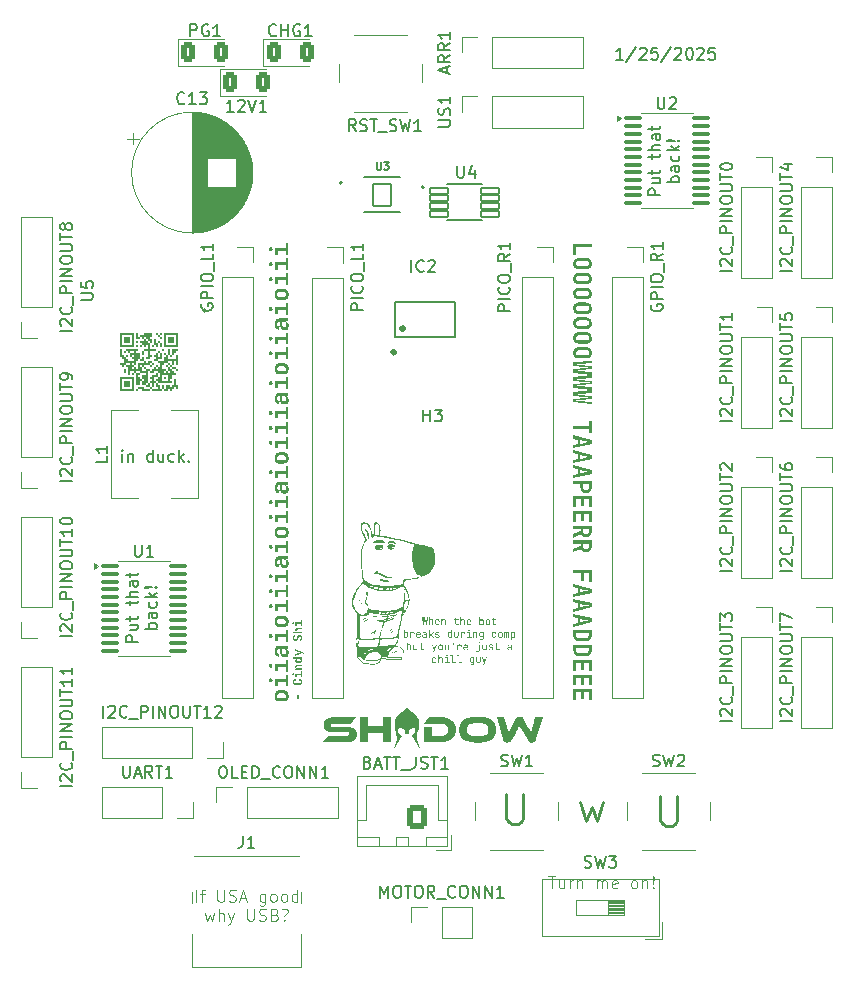
<source format=gto>
G04 #@! TF.GenerationSoftware,KiCad,Pcbnew,8.0.7*
G04 #@! TF.CreationDate,2025-01-26T00:40:12-05:00*
G04 #@! TF.ProjectId,shadow,73686164-6f77-42e6-9b69-6361645f7063,rev?*
G04 #@! TF.SameCoordinates,Original*
G04 #@! TF.FileFunction,Legend,Top*
G04 #@! TF.FilePolarity,Positive*
%FSLAX46Y46*%
G04 Gerber Fmt 4.6, Leading zero omitted, Abs format (unit mm)*
G04 Created by KiCad (PCBNEW 8.0.7) date 2025-01-26 00:40:12*
%MOMM*%
%LPD*%
G01*
G04 APERTURE LIST*
G04 Aperture macros list*
%AMRoundRect*
0 Rectangle with rounded corners*
0 $1 Rounding radius*
0 $2 $3 $4 $5 $6 $7 $8 $9 X,Y pos of 4 corners*
0 Add a 4 corners polygon primitive as box body*
4,1,4,$2,$3,$4,$5,$6,$7,$8,$9,$2,$3,0*
0 Add four circle primitives for the rounded corners*
1,1,$1+$1,$2,$3*
1,1,$1+$1,$4,$5*
1,1,$1+$1,$6,$7*
1,1,$1+$1,$8,$9*
0 Add four rect primitives between the rounded corners*
20,1,$1+$1,$2,$3,$4,$5,0*
20,1,$1+$1,$4,$5,$6,$7,0*
20,1,$1+$1,$6,$7,$8,$9,0*
20,1,$1+$1,$8,$9,$2,$3,0*%
G04 Aperture macros list end*
%ADD10C,0.184500*%
%ADD11C,0.300000*%
%ADD12C,0.000000*%
%ADD13C,0.159100*%
%ADD14C,0.200000*%
%ADD15C,0.275400*%
%ADD16C,0.125000*%
%ADD17C,0.150000*%
%ADD18C,0.120000*%
%ADD19C,0.152500*%
%ADD20C,0.127000*%
%ADD21C,0.010000*%
%ADD22RoundRect,0.250000X-0.375000X-0.625000X0.375000X-0.625000X0.375000X0.625000X-0.375000X0.625000X0*%
%ADD23R,1.700000X1.700000*%
%ADD24O,1.700000X1.700000*%
%ADD25RoundRect,0.250000X0.600000X0.750000X-0.600000X0.750000X-0.600000X-0.750000X0.600000X-0.750000X0*%
%ADD26O,1.700000X2.000000*%
%ADD27R,2.200000X1.500000*%
%ADD28O,0.574000X2.038000*%
%ADD29R,2.000000X2.000000*%
%ADD30C,2.000000*%
%ADD31RoundRect,0.100000X-0.637500X-0.100000X0.637500X-0.100000X0.637500X0.100000X-0.637500X0.100000X0*%
%ADD32C,7.500000*%
%ADD33RoundRect,0.102000X-0.785000X-0.940000X0.785000X-0.940000X0.785000X0.940000X-0.785000X0.940000X0*%
%ADD34R,1.600000X1.600000*%
%ADD35O,1.600000X1.600000*%
%ADD36C,0.700000*%
%ADD37O,0.900000X2.400000*%
%ADD38O,0.900000X1.700000*%
%ADD39RoundRect,0.085500X-0.751500X-0.256500X0.751500X-0.256500X0.751500X0.256500X-0.751500X0.256500X0*%
G04 APERTURE END LIST*
D10*
G36*
X118210987Y-105519438D02*
G01*
X118092202Y-105519438D01*
X118092202Y-105188677D01*
X118210987Y-105188677D01*
X118210987Y-105519438D01*
G37*
G36*
X118502814Y-104110955D02*
G01*
X118500661Y-104150347D01*
X118494202Y-104186802D01*
X118481975Y-104223863D01*
X118475596Y-104237672D01*
X118456236Y-104269092D01*
X118429777Y-104298166D01*
X118397908Y-104321488D01*
X118364769Y-104337172D01*
X118328215Y-104347047D01*
X118288247Y-104351114D01*
X118279843Y-104351230D01*
X117951065Y-104351230D01*
X117913845Y-104348877D01*
X117876034Y-104340745D01*
X117841955Y-104326804D01*
X117832460Y-104321488D01*
X117800898Y-104298166D01*
X117774619Y-104269092D01*
X117755312Y-104237672D01*
X117740864Y-104202061D01*
X117732436Y-104166912D01*
X117728342Y-104128825D01*
X117727914Y-104110955D01*
X117730095Y-104071519D01*
X117736640Y-104035133D01*
X117749029Y-103998284D01*
X117755492Y-103984599D01*
X117774894Y-103953481D01*
X117801237Y-103924659D01*
X117832820Y-103901503D01*
X117865667Y-103885914D01*
X117902245Y-103876099D01*
X117938356Y-103872202D01*
X117951065Y-103871942D01*
X117951065Y-104001182D01*
X117914682Y-104005238D01*
X117881078Y-104020221D01*
X117869591Y-104030022D01*
X117849279Y-104062248D01*
X117841734Y-104098571D01*
X117841292Y-104111315D01*
X117845271Y-104147385D01*
X117859974Y-104181202D01*
X117869591Y-104192969D01*
X117901379Y-104213799D01*
X117937707Y-104221536D01*
X117950524Y-104221990D01*
X118279843Y-104221990D01*
X118316031Y-104217909D01*
X118349601Y-104202832D01*
X118361136Y-104192969D01*
X118381578Y-104160484D01*
X118389171Y-104124065D01*
X118389616Y-104111315D01*
X118385611Y-104075296D01*
X118370815Y-104041667D01*
X118361136Y-104030022D01*
X118329090Y-104009321D01*
X118292666Y-104001633D01*
X118279843Y-104001182D01*
X118279843Y-103871942D01*
X118316409Y-103874280D01*
X118353860Y-103882363D01*
X118387967Y-103896220D01*
X118397547Y-103901503D01*
X118429438Y-103924659D01*
X118455961Y-103953481D01*
X118475416Y-103984599D01*
X118489864Y-104019941D01*
X118498961Y-104059051D01*
X118502573Y-104097470D01*
X118502814Y-104110955D01*
G37*
G36*
X118492540Y-103727200D02*
G01*
X118375196Y-103727200D01*
X118375196Y-103528744D01*
X118041010Y-103528744D01*
X118041010Y-103701424D01*
X117924207Y-103701424D01*
X117924207Y-103405632D01*
X118375196Y-103405632D01*
X118375196Y-103229527D01*
X118492540Y-103229527D01*
X118492540Y-103727200D01*
G37*
G36*
X117829215Y-103477372D02*
G01*
X117823568Y-103514263D01*
X117809207Y-103539378D01*
X117778705Y-103559051D01*
X117755132Y-103562270D01*
X117719118Y-103554200D01*
X117700335Y-103539378D01*
X117683479Y-103506388D01*
X117680147Y-103477372D01*
X117685845Y-103440532D01*
X117700335Y-103415546D01*
X117731203Y-103395873D01*
X117755132Y-103392654D01*
X117790630Y-103400724D01*
X117809207Y-103415546D01*
X117825913Y-103448385D01*
X117829215Y-103477372D01*
G37*
G36*
X118492540Y-103107316D02*
G01*
X117924207Y-103107316D01*
X117924207Y-102981140D01*
X118032719Y-102981140D01*
X118032719Y-102946352D01*
X118063001Y-102981140D01*
X118025911Y-102977904D01*
X117990452Y-102966715D01*
X117958441Y-102945178D01*
X117953408Y-102940223D01*
X117930934Y-102908578D01*
X117918598Y-102873711D01*
X117914087Y-102837364D01*
X117913933Y-102828648D01*
X117917414Y-102788756D01*
X117927857Y-102753077D01*
X117947928Y-102717975D01*
X117969631Y-102694361D01*
X117999868Y-102672359D01*
X118034882Y-102656643D01*
X118074672Y-102647214D01*
X118113407Y-102644120D01*
X118119239Y-102644071D01*
X118492540Y-102644071D01*
X118492540Y-102773311D01*
X118132758Y-102773311D01*
X118094945Y-102777773D01*
X118061074Y-102794011D01*
X118053808Y-102800348D01*
X118032989Y-102832613D01*
X118026158Y-102869421D01*
X118026049Y-102875333D01*
X118030809Y-102911102D01*
X118048130Y-102943724D01*
X118054890Y-102950858D01*
X118087184Y-102970394D01*
X118123951Y-102977651D01*
X118136904Y-102978076D01*
X118492540Y-102978076D01*
X118492540Y-103107316D01*
G37*
G36*
X118492540Y-102152886D02*
G01*
X118384028Y-102152886D01*
X118384028Y-102155547D01*
X118390857Y-102156151D01*
X118426238Y-102167438D01*
X118458285Y-102189165D01*
X118463339Y-102194163D01*
X118485813Y-102225868D01*
X118498149Y-102260679D01*
X118502660Y-102296886D01*
X118502814Y-102305559D01*
X118499152Y-102346104D01*
X118488168Y-102382481D01*
X118469862Y-102414690D01*
X118444232Y-102442730D01*
X118412339Y-102465442D01*
X118375241Y-102481664D01*
X118338511Y-102490536D01*
X118297796Y-102494439D01*
X118285431Y-102494642D01*
X118131857Y-102494642D01*
X118095787Y-102492824D01*
X118057357Y-102486104D01*
X118022861Y-102474434D01*
X117988253Y-102455035D01*
X117972875Y-102442910D01*
X117947088Y-102414926D01*
X117928669Y-102382706D01*
X117917617Y-102346250D01*
X117913933Y-102305559D01*
X117917084Y-102268326D01*
X117919620Y-102259955D01*
X118026049Y-102259955D01*
X118030809Y-102296864D01*
X118048130Y-102330357D01*
X118054890Y-102337643D01*
X118087184Y-102357568D01*
X118123951Y-102364968D01*
X118136904Y-102365402D01*
X118279843Y-102365402D01*
X118316412Y-102361499D01*
X118350361Y-102347077D01*
X118362038Y-102337643D01*
X118382738Y-102306748D01*
X118390624Y-102269122D01*
X118390878Y-102259955D01*
X118386059Y-102223893D01*
X118368521Y-102190933D01*
X118361677Y-102183709D01*
X118329153Y-102163784D01*
X118292635Y-102156384D01*
X118279843Y-102155950D01*
X118136904Y-102155950D01*
X118100834Y-102159854D01*
X118067018Y-102174275D01*
X118055250Y-102183709D01*
X118034291Y-102214198D01*
X118026306Y-102251015D01*
X118026049Y-102259955D01*
X117919620Y-102259955D01*
X117927977Y-102232374D01*
X117948945Y-102199415D01*
X117953769Y-102194163D01*
X117984567Y-102170663D01*
X118018702Y-102157763D01*
X118032719Y-102156067D01*
X118032719Y-102152165D01*
X117897530Y-102155950D01*
X117738368Y-102155950D01*
X117738368Y-102026710D01*
X118492540Y-102026710D01*
X118492540Y-102152886D01*
G37*
G36*
X118678559Y-101776702D02*
G01*
X118461717Y-101696670D01*
X117924207Y-101908646D01*
X117924207Y-101767329D01*
X118215133Y-101662242D01*
X118250317Y-101651201D01*
X118272092Y-101645479D01*
X118307434Y-101636840D01*
X118326708Y-101632320D01*
X118289894Y-101623721D01*
X118272092Y-101619342D01*
X118235925Y-101609560D01*
X118215133Y-101602939D01*
X117924207Y-101503261D01*
X117924207Y-101367351D01*
X118678559Y-101640612D01*
X118678559Y-101776702D01*
G37*
G36*
X118502814Y-100397600D02*
G01*
X118501192Y-100434968D01*
X118495488Y-100473910D01*
X118485679Y-100509573D01*
X118476858Y-100531526D01*
X118458505Y-100564383D01*
X118433397Y-100594711D01*
X118403135Y-100618948D01*
X118368229Y-100636437D01*
X118332911Y-100646125D01*
X118294178Y-100649899D01*
X118290117Y-100649951D01*
X118290117Y-100520711D01*
X118326679Y-100514328D01*
X118357735Y-100493324D01*
X118362939Y-100487365D01*
X118381175Y-100453425D01*
X118388678Y-100416755D01*
X118389616Y-100395797D01*
X118385966Y-100357581D01*
X118372481Y-100321646D01*
X118363660Y-100309096D01*
X118334800Y-100286714D01*
X118297227Y-100278035D01*
X118291559Y-100277913D01*
X118255915Y-100283455D01*
X118225407Y-100300084D01*
X118200516Y-100328829D01*
X118186833Y-100362811D01*
X118163401Y-100450053D01*
X118151511Y-100486788D01*
X118136189Y-100519711D01*
X118114475Y-100552668D01*
X118088276Y-100580647D01*
X118081026Y-100586863D01*
X118049955Y-100608077D01*
X118015865Y-100623229D01*
X117978756Y-100632320D01*
X117938627Y-100635351D01*
X117900271Y-100632499D01*
X117865189Y-100623944D01*
X117830380Y-100607947D01*
X117827412Y-100606150D01*
X117797334Y-100583242D01*
X117772282Y-100554668D01*
X117753870Y-100523775D01*
X117739992Y-100488641D01*
X117731254Y-100449703D01*
X117727785Y-100411409D01*
X117727553Y-100397960D01*
X117729543Y-100358698D01*
X117735513Y-100322567D01*
X117747507Y-100284371D01*
X117764917Y-100250435D01*
X117784152Y-100224739D01*
X117810681Y-100199569D01*
X117845520Y-100178302D01*
X117879960Y-100166255D01*
X117918091Y-100160332D01*
X117935563Y-100159668D01*
X117935563Y-100288908D01*
X117898231Y-100295245D01*
X117867751Y-100315974D01*
X117866167Y-100317748D01*
X117848053Y-100350003D01*
X117841326Y-100386672D01*
X117840931Y-100399582D01*
X117844858Y-100437104D01*
X117859148Y-100471010D01*
X117864724Y-100478352D01*
X117895448Y-100500011D01*
X117931598Y-100506111D01*
X117967603Y-100500748D01*
X117998110Y-100484661D01*
X118022732Y-100456681D01*
X118036684Y-100423375D01*
X118061198Y-100333250D01*
X118072983Y-100295943D01*
X118088149Y-100262724D01*
X118109621Y-100229767D01*
X118135510Y-100202149D01*
X118142672Y-100196079D01*
X118173562Y-100175339D01*
X118207833Y-100160524D01*
X118245483Y-100151636D01*
X118286512Y-100148673D01*
X118325312Y-100151700D01*
X118361049Y-100160783D01*
X118396822Y-100177768D01*
X118399890Y-100179676D01*
X118430896Y-100203930D01*
X118456748Y-100234062D01*
X118475776Y-100266557D01*
X118490034Y-100303287D01*
X118498352Y-100339624D01*
X118502391Y-100379070D01*
X118502814Y-100397600D01*
G37*
G36*
X118492540Y-100010600D02*
G01*
X117738368Y-100010600D01*
X117738368Y-99881360D01*
X117924207Y-99881360D01*
X118032719Y-99884424D01*
X118032719Y-99849636D01*
X118063001Y-99884424D01*
X118025911Y-99881188D01*
X117990452Y-99869999D01*
X117958441Y-99848462D01*
X117953408Y-99843507D01*
X117930934Y-99811862D01*
X117918598Y-99776995D01*
X117914087Y-99740648D01*
X117913933Y-99731932D01*
X117917414Y-99692040D01*
X117927857Y-99656361D01*
X117947928Y-99621259D01*
X117969631Y-99597645D01*
X117999868Y-99575643D01*
X118034882Y-99559927D01*
X118074672Y-99550498D01*
X118113407Y-99547404D01*
X118119239Y-99547355D01*
X118492540Y-99547355D01*
X118492540Y-99676595D01*
X118132758Y-99676595D01*
X118094856Y-99681057D01*
X118060660Y-99697295D01*
X118053267Y-99703632D01*
X118033084Y-99733574D01*
X118025395Y-99769811D01*
X118025148Y-99778617D01*
X118029967Y-99814386D01*
X118047505Y-99847008D01*
X118054349Y-99854142D01*
X118087032Y-99873678D01*
X118123943Y-99880935D01*
X118136904Y-99881360D01*
X118492540Y-99881360D01*
X118492540Y-100010600D01*
G37*
G36*
X118492540Y-99391798D02*
G01*
X118375196Y-99391798D01*
X118375196Y-99193341D01*
X118041010Y-99193341D01*
X118041010Y-99366022D01*
X117924207Y-99366022D01*
X117924207Y-99070230D01*
X118375196Y-99070230D01*
X118375196Y-98894124D01*
X118492540Y-98894124D01*
X118492540Y-99391798D01*
G37*
G36*
X117829215Y-99141970D02*
G01*
X117823568Y-99178861D01*
X117809207Y-99203976D01*
X117778705Y-99223649D01*
X117755132Y-99226868D01*
X117719118Y-99218798D01*
X117700335Y-99203976D01*
X117683479Y-99170986D01*
X117680147Y-99141970D01*
X117685845Y-99105129D01*
X117700335Y-99080143D01*
X117731203Y-99060471D01*
X117755132Y-99057251D01*
X117790630Y-99065322D01*
X117809207Y-99080143D01*
X117825913Y-99112983D01*
X117829215Y-99141970D01*
G37*
D11*
G36*
X141479000Y-67018887D02*
G01*
X143011868Y-67018887D01*
X143011868Y-67281570D01*
X141722632Y-67281570D01*
X141722632Y-67931501D01*
X141479000Y-67931501D01*
X141479000Y-67018887D01*
G37*
G36*
X142654706Y-68216011D02*
G01*
X142731271Y-68231939D01*
X142800536Y-68259245D01*
X142819893Y-68269655D01*
X142884459Y-68315756D01*
X142938117Y-68373459D01*
X142977429Y-68435984D01*
X143006796Y-68507168D01*
X143025286Y-68586079D01*
X143032627Y-68663707D01*
X143033117Y-68690974D01*
X143028712Y-68771161D01*
X143015497Y-68844799D01*
X142990481Y-68918938D01*
X142977429Y-68946330D01*
X142938117Y-69008626D01*
X142884459Y-69066077D01*
X142819893Y-69111926D01*
X142752924Y-69142838D01*
X142678871Y-69162301D01*
X142597734Y-69170316D01*
X142580657Y-69170545D01*
X141911309Y-69170545D01*
X141836634Y-69165908D01*
X141760256Y-69149879D01*
X141690819Y-69122402D01*
X141671341Y-69111926D01*
X141606565Y-69066077D01*
X141552786Y-69008626D01*
X141513438Y-68946330D01*
X141484265Y-68875425D01*
X141465896Y-68796435D01*
X141458603Y-68718431D01*
X141458117Y-68690974D01*
X141688193Y-68690974D01*
X141697747Y-68769070D01*
X141732512Y-68837995D01*
X141746079Y-68852540D01*
X141811397Y-68892248D01*
X141885326Y-68906997D01*
X141911309Y-68907861D01*
X142579558Y-68907861D01*
X142653506Y-68900185D01*
X142721807Y-68871825D01*
X142745154Y-68853273D01*
X142786440Y-68790424D01*
X142801775Y-68717071D01*
X142802674Y-68690974D01*
X142794585Y-68617832D01*
X142761725Y-68547127D01*
X142745154Y-68528674D01*
X142680121Y-68489492D01*
X142605787Y-68474939D01*
X142579558Y-68474086D01*
X141911309Y-68474086D01*
X141837928Y-68481866D01*
X141769637Y-68510607D01*
X141746079Y-68529407D01*
X141704530Y-68592642D01*
X141689098Y-68665288D01*
X141688193Y-68690974D01*
X141458117Y-68690974D01*
X141462493Y-68611259D01*
X141475621Y-68537805D01*
X141500472Y-68463530D01*
X141513438Y-68435984D01*
X141552786Y-68373459D01*
X141606565Y-68315756D01*
X141671341Y-68269655D01*
X141738696Y-68238936D01*
X141812992Y-68219595D01*
X141894229Y-68211630D01*
X141911309Y-68211403D01*
X142579558Y-68211403D01*
X142654706Y-68216011D01*
G37*
G36*
X142654706Y-69474838D02*
G01*
X142731271Y-69490767D01*
X142800536Y-69518072D01*
X142819893Y-69528482D01*
X142884459Y-69574583D01*
X142938117Y-69632287D01*
X142977429Y-69694812D01*
X143006796Y-69765995D01*
X143025286Y-69844907D01*
X143032627Y-69922534D01*
X143033117Y-69949801D01*
X143028712Y-70029989D01*
X143015497Y-70103627D01*
X142990481Y-70177766D01*
X142977429Y-70205157D01*
X142938117Y-70267453D01*
X142884459Y-70324905D01*
X142819893Y-70370754D01*
X142752924Y-70401666D01*
X142678871Y-70421129D01*
X142597734Y-70429143D01*
X142580657Y-70429372D01*
X141911309Y-70429372D01*
X141836634Y-70424735D01*
X141760256Y-70408707D01*
X141690819Y-70381230D01*
X141671341Y-70370754D01*
X141606565Y-70324905D01*
X141552786Y-70267453D01*
X141513438Y-70205157D01*
X141484265Y-70134253D01*
X141465896Y-70055263D01*
X141458603Y-69977258D01*
X141458117Y-69949801D01*
X141688193Y-69949801D01*
X141697747Y-70027898D01*
X141732512Y-70096822D01*
X141746079Y-70111368D01*
X141811397Y-70151076D01*
X141885326Y-70165825D01*
X141911309Y-70166689D01*
X142579558Y-70166689D01*
X142653506Y-70159012D01*
X142721807Y-70130652D01*
X142745154Y-70112101D01*
X142786440Y-70049252D01*
X142801775Y-69975899D01*
X142802674Y-69949801D01*
X142794585Y-69876660D01*
X142761725Y-69805954D01*
X142745154Y-69787502D01*
X142680121Y-69748320D01*
X142605787Y-69733767D01*
X142579558Y-69732914D01*
X141911309Y-69732914D01*
X141837928Y-69740693D01*
X141769637Y-69769434D01*
X141746079Y-69788235D01*
X141704530Y-69851470D01*
X141689098Y-69924116D01*
X141688193Y-69949801D01*
X141458117Y-69949801D01*
X141462493Y-69870087D01*
X141475621Y-69796632D01*
X141500472Y-69722358D01*
X141513438Y-69694812D01*
X141552786Y-69632287D01*
X141606565Y-69574583D01*
X141671341Y-69528482D01*
X141738696Y-69497764D01*
X141812992Y-69478422D01*
X141894229Y-69470458D01*
X141911309Y-69470230D01*
X142579558Y-69470230D01*
X142654706Y-69474838D01*
G37*
G36*
X142654706Y-70733666D02*
G01*
X142731271Y-70749594D01*
X142800536Y-70776900D01*
X142819893Y-70787310D01*
X142884459Y-70833411D01*
X142938117Y-70891114D01*
X142977429Y-70953639D01*
X143006796Y-71024823D01*
X143025286Y-71103734D01*
X143032627Y-71181362D01*
X143033117Y-71208629D01*
X143028712Y-71288817D01*
X143015497Y-71362455D01*
X142990481Y-71436593D01*
X142977429Y-71463985D01*
X142938117Y-71526281D01*
X142884459Y-71583732D01*
X142819893Y-71629581D01*
X142752924Y-71660493D01*
X142678871Y-71679957D01*
X142597734Y-71687971D01*
X142580657Y-71688200D01*
X141911309Y-71688200D01*
X141836634Y-71683563D01*
X141760256Y-71667535D01*
X141690819Y-71640057D01*
X141671341Y-71629581D01*
X141606565Y-71583732D01*
X141552786Y-71526281D01*
X141513438Y-71463985D01*
X141484265Y-71393080D01*
X141465896Y-71314090D01*
X141458603Y-71236086D01*
X141458117Y-71208629D01*
X141688193Y-71208629D01*
X141697747Y-71286726D01*
X141732512Y-71355650D01*
X141746079Y-71370196D01*
X141811397Y-71409904D01*
X141885326Y-71424652D01*
X141911309Y-71425517D01*
X142579558Y-71425517D01*
X142653506Y-71417840D01*
X142721807Y-71389480D01*
X142745154Y-71370928D01*
X142786440Y-71308079D01*
X142801775Y-71234727D01*
X142802674Y-71208629D01*
X142794585Y-71135488D01*
X142761725Y-71064782D01*
X142745154Y-71046330D01*
X142680121Y-71007148D01*
X142605787Y-70992594D01*
X142579558Y-70991741D01*
X141911309Y-70991741D01*
X141837928Y-70999521D01*
X141769637Y-71028262D01*
X141746079Y-71047062D01*
X141704530Y-71110298D01*
X141689098Y-71182943D01*
X141688193Y-71208629D01*
X141458117Y-71208629D01*
X141462493Y-71128915D01*
X141475621Y-71055460D01*
X141500472Y-70981185D01*
X141513438Y-70953639D01*
X141552786Y-70891114D01*
X141606565Y-70833411D01*
X141671341Y-70787310D01*
X141738696Y-70756591D01*
X141812992Y-70737250D01*
X141894229Y-70729286D01*
X141911309Y-70729058D01*
X142579558Y-70729058D01*
X142654706Y-70733666D01*
G37*
G36*
X142654706Y-71992494D02*
G01*
X142731271Y-72008422D01*
X142800536Y-72035727D01*
X142819893Y-72046138D01*
X142884459Y-72092239D01*
X142938117Y-72149942D01*
X142977429Y-72212467D01*
X143006796Y-72283650D01*
X143025286Y-72362562D01*
X143032627Y-72440190D01*
X143033117Y-72467457D01*
X143028712Y-72547644D01*
X143015497Y-72621282D01*
X142990481Y-72695421D01*
X142977429Y-72722812D01*
X142938117Y-72785109D01*
X142884459Y-72842560D01*
X142819893Y-72888409D01*
X142752924Y-72919321D01*
X142678871Y-72938784D01*
X142597734Y-72946798D01*
X142580657Y-72947027D01*
X141911309Y-72947027D01*
X141836634Y-72942391D01*
X141760256Y-72926362D01*
X141690819Y-72898885D01*
X141671341Y-72888409D01*
X141606565Y-72842560D01*
X141552786Y-72785109D01*
X141513438Y-72722812D01*
X141484265Y-72651908D01*
X141465896Y-72572918D01*
X141458603Y-72494914D01*
X141458117Y-72467457D01*
X141688193Y-72467457D01*
X141697747Y-72545553D01*
X141732512Y-72614477D01*
X141746079Y-72629023D01*
X141811397Y-72668731D01*
X141885326Y-72683480D01*
X141911309Y-72684344D01*
X142579558Y-72684344D01*
X142653506Y-72676668D01*
X142721807Y-72648307D01*
X142745154Y-72629756D01*
X142786440Y-72566907D01*
X142801775Y-72493554D01*
X142802674Y-72467457D01*
X142794585Y-72394315D01*
X142761725Y-72323610D01*
X142745154Y-72305157D01*
X142680121Y-72265975D01*
X142605787Y-72251422D01*
X142579558Y-72250569D01*
X141911309Y-72250569D01*
X141837928Y-72258348D01*
X141769637Y-72287089D01*
X141746079Y-72305890D01*
X141704530Y-72369125D01*
X141689098Y-72441771D01*
X141688193Y-72467457D01*
X141458117Y-72467457D01*
X141462493Y-72387742D01*
X141475621Y-72314288D01*
X141500472Y-72240013D01*
X141513438Y-72212467D01*
X141552786Y-72149942D01*
X141606565Y-72092239D01*
X141671341Y-72046138D01*
X141738696Y-72015419D01*
X141812992Y-71996077D01*
X141894229Y-71988113D01*
X141911309Y-71987886D01*
X142579558Y-71987886D01*
X142654706Y-71992494D01*
G37*
G36*
X142654706Y-73251321D02*
G01*
X142731271Y-73267249D01*
X142800536Y-73294555D01*
X142819893Y-73304965D01*
X142884459Y-73351066D01*
X142938117Y-73408769D01*
X142977429Y-73471295D01*
X143006796Y-73542478D01*
X143025286Y-73621390D01*
X143032627Y-73699017D01*
X143033117Y-73726284D01*
X143028712Y-73806472D01*
X143015497Y-73880110D01*
X142990481Y-73954249D01*
X142977429Y-73981640D01*
X142938117Y-74043936D01*
X142884459Y-74101388D01*
X142819893Y-74147237D01*
X142752924Y-74178149D01*
X142678871Y-74197612D01*
X142597734Y-74205626D01*
X142580657Y-74205855D01*
X141911309Y-74205855D01*
X141836634Y-74201218D01*
X141760256Y-74185190D01*
X141690819Y-74157712D01*
X141671341Y-74147237D01*
X141606565Y-74101388D01*
X141552786Y-74043936D01*
X141513438Y-73981640D01*
X141484265Y-73910736D01*
X141465896Y-73831746D01*
X141458603Y-73753741D01*
X141458117Y-73726284D01*
X141688193Y-73726284D01*
X141697747Y-73804381D01*
X141732512Y-73873305D01*
X141746079Y-73887851D01*
X141811397Y-73927559D01*
X141885326Y-73942307D01*
X141911309Y-73943172D01*
X142579558Y-73943172D01*
X142653506Y-73935495D01*
X142721807Y-73907135D01*
X142745154Y-73888584D01*
X142786440Y-73825735D01*
X142801775Y-73752382D01*
X142802674Y-73726284D01*
X142794585Y-73653143D01*
X142761725Y-73582437D01*
X142745154Y-73563985D01*
X142680121Y-73524803D01*
X142605787Y-73510250D01*
X142579558Y-73509397D01*
X141911309Y-73509397D01*
X141837928Y-73517176D01*
X141769637Y-73545917D01*
X141746079Y-73564718D01*
X141704530Y-73627953D01*
X141689098Y-73700599D01*
X141688193Y-73726284D01*
X141458117Y-73726284D01*
X141462493Y-73646570D01*
X141475621Y-73573115D01*
X141500472Y-73498841D01*
X141513438Y-73471295D01*
X141552786Y-73408769D01*
X141606565Y-73351066D01*
X141671341Y-73304965D01*
X141738696Y-73274247D01*
X141812992Y-73254905D01*
X141894229Y-73246941D01*
X141911309Y-73246713D01*
X142579558Y-73246713D01*
X142654706Y-73251321D01*
G37*
G36*
X142654706Y-74510149D02*
G01*
X142731271Y-74526077D01*
X142800536Y-74553383D01*
X142819893Y-74563793D01*
X142884459Y-74609894D01*
X142938117Y-74667597D01*
X142977429Y-74730122D01*
X143006796Y-74801306D01*
X143025286Y-74880217D01*
X143032627Y-74957845D01*
X143033117Y-74985112D01*
X143028712Y-75065299D01*
X143015497Y-75138938D01*
X142990481Y-75213076D01*
X142977429Y-75240468D01*
X142938117Y-75302764D01*
X142884459Y-75360215D01*
X142819893Y-75406064D01*
X142752924Y-75436976D01*
X142678871Y-75456439D01*
X142597734Y-75464454D01*
X142580657Y-75464683D01*
X141911309Y-75464683D01*
X141836634Y-75460046D01*
X141760256Y-75444017D01*
X141690819Y-75416540D01*
X141671341Y-75406064D01*
X141606565Y-75360215D01*
X141552786Y-75302764D01*
X141513438Y-75240468D01*
X141484265Y-75169563D01*
X141465896Y-75090573D01*
X141458603Y-75012569D01*
X141458117Y-74985112D01*
X141688193Y-74985112D01*
X141697747Y-75063209D01*
X141732512Y-75132133D01*
X141746079Y-75146678D01*
X141811397Y-75186386D01*
X141885326Y-75201135D01*
X141911309Y-75202000D01*
X142579558Y-75202000D01*
X142653506Y-75194323D01*
X142721807Y-75165963D01*
X142745154Y-75147411D01*
X142786440Y-75084562D01*
X142801775Y-75011210D01*
X142802674Y-74985112D01*
X142794585Y-74911971D01*
X142761725Y-74841265D01*
X142745154Y-74822812D01*
X142680121Y-74783630D01*
X142605787Y-74769077D01*
X142579558Y-74768224D01*
X141911309Y-74768224D01*
X141837928Y-74776004D01*
X141769637Y-74804745D01*
X141746079Y-74823545D01*
X141704530Y-74886781D01*
X141689098Y-74959426D01*
X141688193Y-74985112D01*
X141458117Y-74985112D01*
X141462493Y-74905398D01*
X141475621Y-74831943D01*
X141500472Y-74757668D01*
X141513438Y-74730122D01*
X141552786Y-74667597D01*
X141606565Y-74609894D01*
X141671341Y-74563793D01*
X141738696Y-74533074D01*
X141812992Y-74513733D01*
X141894229Y-74505769D01*
X141911309Y-74505541D01*
X142579558Y-74505541D01*
X142654706Y-74510149D01*
G37*
G36*
X142654706Y-75768976D02*
G01*
X142731271Y-75784905D01*
X142800536Y-75812210D01*
X142819893Y-75822621D01*
X142884459Y-75868722D01*
X142938117Y-75926425D01*
X142977429Y-75988950D01*
X143006796Y-76060133D01*
X143025286Y-76139045D01*
X143032627Y-76216673D01*
X143033117Y-76243939D01*
X143028712Y-76324127D01*
X143015497Y-76397765D01*
X142990481Y-76471904D01*
X142977429Y-76499295D01*
X142938117Y-76561592D01*
X142884459Y-76619043D01*
X142819893Y-76664892D01*
X142752924Y-76695804D01*
X142678871Y-76715267D01*
X142597734Y-76723281D01*
X142580657Y-76723510D01*
X141911309Y-76723510D01*
X141836634Y-76718874D01*
X141760256Y-76702845D01*
X141690819Y-76675368D01*
X141671341Y-76664892D01*
X141606565Y-76619043D01*
X141552786Y-76561592D01*
X141513438Y-76499295D01*
X141484265Y-76428391D01*
X141465896Y-76349401D01*
X141458603Y-76271396D01*
X141458117Y-76243939D01*
X141688193Y-76243939D01*
X141697747Y-76322036D01*
X141732512Y-76390960D01*
X141746079Y-76405506D01*
X141811397Y-76445214D01*
X141885326Y-76459963D01*
X141911309Y-76460827D01*
X142579558Y-76460827D01*
X142653506Y-76453151D01*
X142721807Y-76424790D01*
X142745154Y-76406239D01*
X142786440Y-76343390D01*
X142801775Y-76270037D01*
X142802674Y-76243939D01*
X142794585Y-76170798D01*
X142761725Y-76100092D01*
X142745154Y-76081640D01*
X142680121Y-76042458D01*
X142605787Y-76027905D01*
X142579558Y-76027052D01*
X141911309Y-76027052D01*
X141837928Y-76034831D01*
X141769637Y-76063572D01*
X141746079Y-76082373D01*
X141704530Y-76145608D01*
X141689098Y-76218254D01*
X141688193Y-76243939D01*
X141458117Y-76243939D01*
X141462493Y-76164225D01*
X141475621Y-76090771D01*
X141500472Y-76016496D01*
X141513438Y-75988950D01*
X141552786Y-75926425D01*
X141606565Y-75868722D01*
X141671341Y-75822621D01*
X141738696Y-75791902D01*
X141812992Y-75772560D01*
X141894229Y-75764596D01*
X141911309Y-75764369D01*
X142579558Y-75764369D01*
X142654706Y-75768976D01*
G37*
G36*
X141479000Y-77063496D02*
G01*
X143011868Y-76906692D01*
X143011868Y-77132739D01*
X141941718Y-77226162D01*
X141866184Y-77231291D01*
X141853424Y-77232024D01*
X141778977Y-77236237D01*
X141749743Y-77237886D01*
X141676282Y-77241025D01*
X141658518Y-77241183D01*
X141733798Y-77248602D01*
X141749743Y-77249976D01*
X141824338Y-77257053D01*
X141853424Y-77260234D01*
X141927562Y-77268308D01*
X141941718Y-77269759D01*
X143011868Y-77395422D01*
X143011868Y-77616706D01*
X141941718Y-77734676D01*
X141866184Y-77743291D01*
X141853424Y-77744568D01*
X141778977Y-77752846D01*
X141749743Y-77756291D01*
X141676282Y-77764583D01*
X141658518Y-77766183D01*
X141733798Y-77770153D01*
X141749743Y-77770946D01*
X141824338Y-77775011D01*
X141853424Y-77776808D01*
X141927562Y-77782277D01*
X141941718Y-77783402D01*
X143011868Y-77874627D01*
X143011868Y-78098475D01*
X141479000Y-77933978D01*
X141479000Y-77643817D01*
X142554279Y-77529512D01*
X142628343Y-77522479D01*
X142647702Y-77520719D01*
X142720919Y-77514343D01*
X142754314Y-77511560D01*
X142828946Y-77505710D01*
X142846637Y-77504233D01*
X142770671Y-77499055D01*
X142754314Y-77497638D01*
X142680939Y-77491262D01*
X142647702Y-77488479D01*
X142572649Y-77481735D01*
X142554279Y-77479686D01*
X141479000Y-77354756D01*
X141479000Y-77063496D01*
G37*
G36*
X141479000Y-78322324D02*
G01*
X143011868Y-78165520D01*
X143011868Y-78391567D01*
X141941718Y-78484990D01*
X141866184Y-78490119D01*
X141853424Y-78490852D01*
X141778977Y-78495065D01*
X141749743Y-78496713D01*
X141676282Y-78499853D01*
X141658518Y-78500011D01*
X141733798Y-78507430D01*
X141749743Y-78508803D01*
X141824338Y-78515880D01*
X141853424Y-78519062D01*
X141927562Y-78527136D01*
X141941718Y-78528587D01*
X143011868Y-78654250D01*
X143011868Y-78875534D01*
X141941718Y-78993503D01*
X141866184Y-79002119D01*
X141853424Y-79003395D01*
X141778977Y-79011673D01*
X141749743Y-79015119D01*
X141676282Y-79023410D01*
X141658518Y-79025011D01*
X141733798Y-79028981D01*
X141749743Y-79029773D01*
X141824338Y-79033838D01*
X141853424Y-79035635D01*
X141927562Y-79041105D01*
X141941718Y-79042230D01*
X143011868Y-79133454D01*
X143011868Y-79357303D01*
X141479000Y-79192806D01*
X141479000Y-78902645D01*
X142554279Y-78788339D01*
X142628343Y-78781307D01*
X142647702Y-78779547D01*
X142720919Y-78773171D01*
X142754314Y-78770387D01*
X142828946Y-78764538D01*
X142846637Y-78763060D01*
X142770671Y-78757882D01*
X142754314Y-78756466D01*
X142680939Y-78750090D01*
X142647702Y-78747307D01*
X142572649Y-78740562D01*
X142554279Y-78738514D01*
X141479000Y-78613584D01*
X141479000Y-78322324D01*
G37*
G36*
X141479000Y-79581152D02*
G01*
X143011868Y-79424348D01*
X143011868Y-79650394D01*
X141941718Y-79743817D01*
X141866184Y-79748946D01*
X141853424Y-79749679D01*
X141778977Y-79753892D01*
X141749743Y-79755541D01*
X141676282Y-79758681D01*
X141658518Y-79758838D01*
X141733798Y-79766257D01*
X141749743Y-79767631D01*
X141824338Y-79774708D01*
X141853424Y-79777889D01*
X141927562Y-79785964D01*
X141941718Y-79787415D01*
X143011868Y-79913078D01*
X143011868Y-80134362D01*
X141941718Y-80252331D01*
X141866184Y-80260946D01*
X141853424Y-80262223D01*
X141778977Y-80270501D01*
X141749743Y-80273946D01*
X141676282Y-80282238D01*
X141658518Y-80283838D01*
X141733798Y-80287809D01*
X141749743Y-80288601D01*
X141824338Y-80292666D01*
X141853424Y-80294463D01*
X141927562Y-80299933D01*
X141941718Y-80301057D01*
X143011868Y-80392282D01*
X143011868Y-80616131D01*
X141479000Y-80451633D01*
X141479000Y-80161473D01*
X142554279Y-80047167D01*
X142628343Y-80040135D01*
X142647702Y-80038374D01*
X142720919Y-80031999D01*
X142754314Y-80029215D01*
X142828946Y-80023365D01*
X142846637Y-80021888D01*
X142770671Y-80016710D01*
X142754314Y-80015293D01*
X142680939Y-80008918D01*
X142647702Y-80006134D01*
X142572649Y-79999390D01*
X142554279Y-79997341D01*
X141479000Y-79872411D01*
X141479000Y-79581152D01*
G37*
G36*
X141479000Y-82406553D02*
G01*
X142769334Y-82406553D01*
X142769334Y-82005018D01*
X143012967Y-82005018D01*
X143012967Y-83070771D01*
X142769334Y-83070771D01*
X142769334Y-82669236D01*
X141479000Y-82669236D01*
X141479000Y-82406553D01*
G37*
G36*
X143011868Y-83626546D02*
G01*
X143011868Y-83965433D01*
X141479000Y-84352314D01*
X141479000Y-84085234D01*
X141850859Y-84000237D01*
X141850859Y-83951877D01*
X142064450Y-83951877D01*
X142476609Y-83859920D01*
X142550867Y-83843880D01*
X142625266Y-83828131D01*
X142662722Y-83820353D01*
X142734621Y-83806064D01*
X142783256Y-83796905D01*
X142710559Y-83783178D01*
X142663089Y-83774191D01*
X142587064Y-83758864D01*
X142510065Y-83741868D01*
X142478808Y-83734623D01*
X142064450Y-83640468D01*
X142064450Y-83951877D01*
X141850859Y-83951877D01*
X141850859Y-83593939D01*
X141479000Y-83509309D01*
X141479000Y-83241131D01*
X143011868Y-83626546D01*
G37*
G36*
X143011868Y-84885374D02*
G01*
X143011868Y-85224260D01*
X141479000Y-85611141D01*
X141479000Y-85344062D01*
X141850859Y-85259065D01*
X141850859Y-85210705D01*
X142064450Y-85210705D01*
X142476609Y-85118748D01*
X142550867Y-85102708D01*
X142625266Y-85086959D01*
X142662722Y-85079180D01*
X142734621Y-85064892D01*
X142783256Y-85055733D01*
X142710559Y-85042006D01*
X142663089Y-85033018D01*
X142587064Y-85017691D01*
X142510065Y-85000696D01*
X142478808Y-84993451D01*
X142064450Y-84899295D01*
X142064450Y-85210705D01*
X141850859Y-85210705D01*
X141850859Y-84852767D01*
X141479000Y-84768137D01*
X141479000Y-84499958D01*
X143011868Y-84885374D01*
G37*
G36*
X143011868Y-86144201D02*
G01*
X143011868Y-86483088D01*
X141479000Y-86869969D01*
X141479000Y-86602889D01*
X141850859Y-86517893D01*
X141850859Y-86469533D01*
X142064450Y-86469533D01*
X142476609Y-86377575D01*
X142550867Y-86361535D01*
X142625266Y-86345787D01*
X142662722Y-86338008D01*
X142734621Y-86323720D01*
X142783256Y-86314561D01*
X142710559Y-86300833D01*
X142663089Y-86291846D01*
X142587064Y-86276519D01*
X142510065Y-86259524D01*
X142478808Y-86252279D01*
X142064450Y-86158123D01*
X142064450Y-86469533D01*
X141850859Y-86469533D01*
X141850859Y-86111595D01*
X141479000Y-86026965D01*
X141479000Y-85758786D01*
X143011868Y-86144201D01*
G37*
G36*
X143011868Y-87615154D02*
G01*
X143008204Y-87689594D01*
X142995324Y-87767373D01*
X142973170Y-87838835D01*
X142953249Y-87882966D01*
X142912191Y-87949362D01*
X142861830Y-88005669D01*
X142802167Y-88051887D01*
X142789118Y-88059920D01*
X142719258Y-88093150D01*
X142642029Y-88114073D01*
X142566220Y-88122381D01*
X142539624Y-88122935D01*
X142462801Y-88117921D01*
X142383833Y-88100590D01*
X142311590Y-88070880D01*
X142291229Y-88059554D01*
X142229283Y-88015039D01*
X142176712Y-87960721D01*
X142133514Y-87896600D01*
X142125999Y-87882600D01*
X142095087Y-87807838D01*
X142077055Y-87733701D01*
X142068296Y-87653072D01*
X142067381Y-87615154D01*
X142303685Y-87615154D01*
X142312701Y-87691403D01*
X142342817Y-87760054D01*
X142367799Y-87791009D01*
X142427264Y-87833943D01*
X142500877Y-87854989D01*
X142539624Y-87857321D01*
X142614448Y-87847995D01*
X142681438Y-87816847D01*
X142711449Y-87791009D01*
X142752960Y-87730172D01*
X142773309Y-87654824D01*
X142775563Y-87615154D01*
X142775563Y-87367125D01*
X142303685Y-87367125D01*
X142303685Y-87615154D01*
X142067381Y-87615154D01*
X142067381Y-87367125D01*
X141479000Y-87367125D01*
X141479000Y-87104442D01*
X143011868Y-87104442D01*
X143011868Y-87615154D01*
G37*
G36*
X141479000Y-88387450D02*
G01*
X143011868Y-88387450D01*
X143011868Y-89306291D01*
X142783256Y-89306291D01*
X142783256Y-88645736D01*
X142385018Y-88645736D01*
X142385018Y-89233018D01*
X142157140Y-89233018D01*
X142157140Y-88645736D01*
X141707611Y-88645736D01*
X141707611Y-89306291D01*
X141479000Y-89306291D01*
X141479000Y-88387450D01*
G37*
G36*
X141479000Y-89646277D02*
G01*
X143011868Y-89646277D01*
X143011868Y-90565119D01*
X142783256Y-90565119D01*
X142783256Y-89904564D01*
X142385018Y-89904564D01*
X142385018Y-90491846D01*
X142157140Y-90491846D01*
X142157140Y-89904564D01*
X141707611Y-89904564D01*
X141707611Y-90565119D01*
X141479000Y-90565119D01*
X141479000Y-89646277D01*
G37*
G36*
X143011868Y-91365258D02*
G01*
X143008341Y-91439127D01*
X142995944Y-91516207D01*
X142974622Y-91586912D01*
X142955448Y-91630506D01*
X142915870Y-91696094D01*
X142867205Y-91751807D01*
X142809453Y-91797646D01*
X142796812Y-91805628D01*
X142729385Y-91838472D01*
X142654874Y-91859152D01*
X142581758Y-91867363D01*
X142556110Y-91867910D01*
X142482563Y-91863147D01*
X142405296Y-91846403D01*
X142333825Y-91817604D01*
X142289397Y-91791706D01*
X142230140Y-91744759D01*
X142181373Y-91689233D01*
X142143097Y-91625129D01*
X142126365Y-91585810D01*
X141479000Y-91888793D01*
X141479000Y-91596068D01*
X142006248Y-91365258D01*
X142318706Y-91365258D01*
X142327362Y-91441371D01*
X142356273Y-91508942D01*
X142380256Y-91538915D01*
X142442596Y-91582492D01*
X142515679Y-91601106D01*
X142547684Y-91602662D01*
X142622972Y-91593698D01*
X142694138Y-91560579D01*
X142719143Y-91538915D01*
X142761969Y-91474481D01*
X142780261Y-91398575D01*
X142781791Y-91365258D01*
X142781791Y-91141410D01*
X142318706Y-91141410D01*
X142318706Y-91365258D01*
X142006248Y-91365258D01*
X142088263Y-91329355D01*
X142088263Y-91141410D01*
X141479000Y-91141410D01*
X141479000Y-90879826D01*
X143011868Y-90879826D01*
X143011868Y-91365258D01*
G37*
G36*
X143011868Y-92624086D02*
G01*
X143008341Y-92697954D01*
X142995944Y-92775035D01*
X142974622Y-92845739D01*
X142955448Y-92889334D01*
X142915870Y-92954922D01*
X142867205Y-93010635D01*
X142809453Y-93056473D01*
X142796812Y-93064456D01*
X142729385Y-93097300D01*
X142654874Y-93117979D01*
X142581758Y-93126190D01*
X142556110Y-93126738D01*
X142482563Y-93121975D01*
X142405296Y-93105231D01*
X142333825Y-93076431D01*
X142289397Y-93050534D01*
X142230140Y-93003586D01*
X142181373Y-92948061D01*
X142143097Y-92883957D01*
X142126365Y-92844637D01*
X141479000Y-93147621D01*
X141479000Y-92854896D01*
X142006246Y-92624086D01*
X142318706Y-92624086D01*
X142327362Y-92700198D01*
X142356273Y-92767770D01*
X142380256Y-92797743D01*
X142442596Y-92841320D01*
X142515679Y-92859934D01*
X142547684Y-92861490D01*
X142622972Y-92852526D01*
X142694138Y-92819407D01*
X142719143Y-92797743D01*
X142761969Y-92733308D01*
X142780261Y-92657402D01*
X142781791Y-92624086D01*
X142781791Y-92400237D01*
X142318706Y-92400237D01*
X142318706Y-92624086D01*
X142006246Y-92624086D01*
X142088263Y-92588182D01*
X142088263Y-92400237D01*
X141479000Y-92400237D01*
X141479000Y-92138653D01*
X143011868Y-92138653D01*
X143011868Y-92624086D01*
G37*
G36*
X141479000Y-94665101D02*
G01*
X143012967Y-94665101D01*
X143012967Y-95617282D01*
X142769334Y-95617282D01*
X142769334Y-94923388D01*
X142358640Y-94923388D01*
X142358640Y-95562694D01*
X142115008Y-95562694D01*
X142115008Y-94927785D01*
X141479000Y-94927785D01*
X141479000Y-94665101D01*
G37*
G36*
X143011868Y-96214822D02*
G01*
X143011868Y-96553709D01*
X141479000Y-96940590D01*
X141479000Y-96673510D01*
X141850859Y-96588514D01*
X141850859Y-96540154D01*
X142064450Y-96540154D01*
X142476609Y-96448196D01*
X142550867Y-96432156D01*
X142625266Y-96416408D01*
X142662722Y-96408629D01*
X142734621Y-96394341D01*
X142783256Y-96385182D01*
X142710559Y-96371454D01*
X142663089Y-96362467D01*
X142587064Y-96347140D01*
X142510065Y-96330145D01*
X142478808Y-96322900D01*
X142064450Y-96228744D01*
X142064450Y-96540154D01*
X141850859Y-96540154D01*
X141850859Y-96182216D01*
X141479000Y-96097586D01*
X141479000Y-95829407D01*
X143011868Y-96214822D01*
G37*
G36*
X143011868Y-97473650D02*
G01*
X143011868Y-97812537D01*
X141479000Y-98199418D01*
X141479000Y-97932338D01*
X141850859Y-97847341D01*
X141850859Y-97798981D01*
X142064450Y-97798981D01*
X142476609Y-97707024D01*
X142550867Y-97690984D01*
X142625266Y-97675235D01*
X142662722Y-97667457D01*
X142734621Y-97653168D01*
X142783256Y-97644009D01*
X142710559Y-97630282D01*
X142663089Y-97621295D01*
X142587064Y-97605967D01*
X142510065Y-97588972D01*
X142478808Y-97581727D01*
X142064450Y-97487572D01*
X142064450Y-97798981D01*
X141850859Y-97798981D01*
X141850859Y-97441043D01*
X141479000Y-97356413D01*
X141479000Y-97088235D01*
X143011868Y-97473650D01*
G37*
G36*
X143011868Y-98732478D02*
G01*
X143011868Y-99071364D01*
X141479000Y-99458245D01*
X141479000Y-99191166D01*
X141850859Y-99106169D01*
X141850859Y-99057809D01*
X142064450Y-99057809D01*
X142476609Y-98965852D01*
X142550867Y-98949812D01*
X142625266Y-98934063D01*
X142662722Y-98926284D01*
X142734621Y-98911996D01*
X142783256Y-98902837D01*
X142710559Y-98889110D01*
X142663089Y-98880122D01*
X142587064Y-98864795D01*
X142510065Y-98847800D01*
X142478808Y-98840555D01*
X142064450Y-98746399D01*
X142064450Y-99057809D01*
X141850859Y-99057809D01*
X141850859Y-98699871D01*
X141479000Y-98615241D01*
X141479000Y-98347062D01*
X143011868Y-98732478D01*
G37*
G36*
X143011868Y-100144812D02*
G01*
X143008158Y-100219916D01*
X142995117Y-100298278D01*
X142972687Y-100370149D01*
X142952517Y-100414456D01*
X142910929Y-100480924D01*
X142859895Y-100537446D01*
X142799416Y-100584021D01*
X142786187Y-100592143D01*
X142715569Y-100625759D01*
X142637438Y-100646925D01*
X142560695Y-100655330D01*
X142533762Y-100655890D01*
X141959303Y-100655890D01*
X141880948Y-100650847D01*
X141808272Y-100635720D01*
X141734184Y-100607083D01*
X141706512Y-100592143D01*
X141643686Y-100547556D01*
X141590306Y-100493024D01*
X141546370Y-100428545D01*
X141538717Y-100414456D01*
X141509850Y-100346913D01*
X141490430Y-100272879D01*
X141480457Y-100192353D01*
X141479000Y-100144812D01*
X141720800Y-100144812D01*
X141728376Y-100217812D01*
X141756864Y-100289686D01*
X141784914Y-100326162D01*
X141844625Y-100369571D01*
X141919573Y-100390850D01*
X141959303Y-100393207D01*
X142533762Y-100393207D01*
X142608638Y-100383779D01*
X142675800Y-100352286D01*
X142705953Y-100326162D01*
X142747702Y-100263888D01*
X142767348Y-100192559D01*
X142770434Y-100144812D01*
X142770434Y-99951738D01*
X141720800Y-99951738D01*
X141720800Y-100144812D01*
X141479000Y-100144812D01*
X141479000Y-99689055D01*
X143011868Y-99689055D01*
X143011868Y-100144812D01*
G37*
G36*
X143011868Y-101403639D02*
G01*
X143008158Y-101478744D01*
X142995117Y-101557106D01*
X142972687Y-101628976D01*
X142952517Y-101673284D01*
X142910929Y-101739751D01*
X142859895Y-101796273D01*
X142799416Y-101842849D01*
X142786187Y-101850970D01*
X142715569Y-101884587D01*
X142637438Y-101905753D01*
X142560695Y-101914157D01*
X142533762Y-101914718D01*
X141959303Y-101914718D01*
X141880948Y-101909675D01*
X141808272Y-101894548D01*
X141734184Y-101865911D01*
X141706512Y-101850970D01*
X141643686Y-101806384D01*
X141590306Y-101751851D01*
X141546370Y-101687373D01*
X141538717Y-101673284D01*
X141509850Y-101605741D01*
X141490430Y-101531707D01*
X141480457Y-101451181D01*
X141479000Y-101403639D01*
X141720800Y-101403639D01*
X141728376Y-101476640D01*
X141756864Y-101548514D01*
X141784914Y-101584990D01*
X141844625Y-101628399D01*
X141919573Y-101649677D01*
X141959303Y-101652034D01*
X142533762Y-101652034D01*
X142608638Y-101642606D01*
X142675800Y-101611114D01*
X142705953Y-101584990D01*
X142747702Y-101522716D01*
X142767348Y-101451387D01*
X142770434Y-101403639D01*
X142770434Y-101210565D01*
X141720800Y-101210565D01*
X141720800Y-101403639D01*
X141479000Y-101403639D01*
X141479000Y-100947882D01*
X143011868Y-100947882D01*
X143011868Y-101403639D01*
G37*
G36*
X141479000Y-102234554D02*
G01*
X143011868Y-102234554D01*
X143011868Y-103153395D01*
X142783256Y-103153395D01*
X142783256Y-102492840D01*
X142385018Y-102492840D01*
X142385018Y-103080122D01*
X142157140Y-103080122D01*
X142157140Y-102492840D01*
X141707611Y-102492840D01*
X141707611Y-103153395D01*
X141479000Y-103153395D01*
X141479000Y-102234554D01*
G37*
G36*
X141479000Y-103493381D02*
G01*
X143011868Y-103493381D01*
X143011868Y-104412223D01*
X142783256Y-104412223D01*
X142783256Y-103751668D01*
X142385018Y-103751668D01*
X142385018Y-104338950D01*
X142157140Y-104338950D01*
X142157140Y-103751668D01*
X141707611Y-103751668D01*
X141707611Y-104412223D01*
X141479000Y-104412223D01*
X141479000Y-103493381D01*
G37*
G36*
X141479000Y-104752209D02*
G01*
X143011868Y-104752209D01*
X143011868Y-105671050D01*
X142783256Y-105671050D01*
X142783256Y-105010496D01*
X142385018Y-105010496D01*
X142385018Y-105597778D01*
X142157140Y-105597778D01*
X142157140Y-105010496D01*
X141707611Y-105010496D01*
X141707611Y-105671050D01*
X141479000Y-105671050D01*
X141479000Y-104752209D01*
G37*
G36*
X116987533Y-104810412D02*
G01*
X117063911Y-104826641D01*
X117133349Y-104854462D01*
X117152826Y-104865069D01*
X117217602Y-104911587D01*
X117271381Y-104969534D01*
X117310729Y-105032131D01*
X117340096Y-105103228D01*
X117358586Y-105182340D01*
X117365927Y-105260393D01*
X117366417Y-105287853D01*
X117362012Y-105367625D01*
X117348797Y-105441254D01*
X117323781Y-105515857D01*
X117310729Y-105543575D01*
X117271381Y-105606365D01*
X117217602Y-105664442D01*
X117152826Y-105711004D01*
X117085471Y-105742302D01*
X117011175Y-105762008D01*
X116929938Y-105770123D01*
X116912858Y-105770355D01*
X116625995Y-105770355D01*
X116550994Y-105765660D01*
X116474459Y-105749431D01*
X116405078Y-105721610D01*
X116385660Y-105711004D01*
X116321136Y-105664442D01*
X116267609Y-105606365D01*
X116228489Y-105543575D01*
X116199123Y-105472005D01*
X116180633Y-105392851D01*
X116173291Y-105315126D01*
X116172802Y-105287853D01*
X116402146Y-105287853D01*
X116411578Y-105364596D01*
X116445904Y-105434513D01*
X116459299Y-105449786D01*
X116524209Y-105491335D01*
X116599347Y-105506767D01*
X116625995Y-105507672D01*
X116912858Y-105507672D01*
X116987253Y-105499531D01*
X117055814Y-105469458D01*
X117079187Y-105449786D01*
X117120473Y-105385193D01*
X117135808Y-105313063D01*
X117136706Y-105287853D01*
X117127213Y-105210342D01*
X117092668Y-105140592D01*
X117079187Y-105125554D01*
X117013993Y-105084531D01*
X116939259Y-105069294D01*
X116912858Y-105068401D01*
X116625995Y-105068401D01*
X116551033Y-105076438D01*
X116482461Y-105106131D01*
X116459299Y-105125554D01*
X116418276Y-105189680D01*
X116403039Y-105262316D01*
X116402146Y-105287853D01*
X116172802Y-105287853D01*
X116177207Y-105207636D01*
X116190422Y-105133911D01*
X116215438Y-105059608D01*
X116228489Y-105032131D01*
X116267609Y-104969534D01*
X116321136Y-104911587D01*
X116385660Y-104865069D01*
X116452822Y-104833770D01*
X116526996Y-104814064D01*
X116608183Y-104805949D01*
X116625262Y-104805718D01*
X116912858Y-104805718D01*
X116987533Y-104810412D01*
G37*
G36*
X117347000Y-104499071D02*
G01*
X117108496Y-104499071D01*
X117108496Y-104095704D01*
X116429257Y-104095704D01*
X116429257Y-104446681D01*
X116191853Y-104446681D01*
X116191853Y-103845477D01*
X117108496Y-103845477D01*
X117108496Y-103487539D01*
X117347000Y-103487539D01*
X117347000Y-104499071D01*
G37*
G36*
X115998779Y-103991290D02*
G01*
X115987302Y-104066271D01*
X115958113Y-104117319D01*
X115896117Y-104157304D01*
X115848203Y-104163847D01*
X115775005Y-104147444D01*
X115736829Y-104117319D01*
X115702568Y-104050266D01*
X115695796Y-103991290D01*
X115707376Y-103916412D01*
X115736829Y-103865627D01*
X115799568Y-103825642D01*
X115848203Y-103819099D01*
X115920355Y-103835502D01*
X115958113Y-103865627D01*
X115992067Y-103932374D01*
X115998779Y-103991290D01*
G37*
G36*
X117347000Y-103240243D02*
G01*
X117108496Y-103240243D01*
X117108496Y-102836876D01*
X116429257Y-102836876D01*
X116429257Y-103187853D01*
X116191853Y-103187853D01*
X116191853Y-102586649D01*
X117108496Y-102586649D01*
X117108496Y-102228711D01*
X117347000Y-102228711D01*
X117347000Y-103240243D01*
G37*
G36*
X115998779Y-102732462D02*
G01*
X115987302Y-102807444D01*
X115958113Y-102858491D01*
X115896117Y-102898477D01*
X115848203Y-102905020D01*
X115775005Y-102888617D01*
X115736829Y-102858491D01*
X115702568Y-102791438D01*
X115695796Y-102732462D01*
X115707376Y-102657584D01*
X115736829Y-102606799D01*
X115799568Y-102566814D01*
X115848203Y-102560271D01*
X115920355Y-102576674D01*
X115958113Y-102606799D01*
X115992067Y-102673547D01*
X115998779Y-102732462D01*
G37*
G36*
X117347000Y-101293383D02*
G01*
X117144766Y-101293383D01*
X117144766Y-101299204D01*
X117164053Y-101301586D01*
X117234779Y-101333307D01*
X117292778Y-101387539D01*
X117332384Y-101452998D01*
X117357321Y-101530764D01*
X117367222Y-101611277D01*
X117367882Y-101640330D01*
X117363394Y-101714652D01*
X117347274Y-101790833D01*
X117315126Y-101865370D01*
X117274093Y-101921698D01*
X117215856Y-101971463D01*
X117147071Y-102004941D01*
X117067736Y-102022133D01*
X117019103Y-102024646D01*
X116939259Y-102017525D01*
X116868986Y-101996162D01*
X116801369Y-101955103D01*
X116757153Y-101910707D01*
X116716441Y-101847761D01*
X116687361Y-101773229D01*
X116671457Y-101698509D01*
X116664460Y-101614918D01*
X116664096Y-101589406D01*
X116664096Y-101583910D01*
X116826762Y-101583910D01*
X116838211Y-101656817D01*
X116872558Y-101713603D01*
X116937789Y-101753982D01*
X116994923Y-101761963D01*
X117068013Y-101748133D01*
X117123884Y-101706642D01*
X117159329Y-101640330D01*
X117170960Y-101564876D01*
X117171145Y-101552769D01*
X117163159Y-101475678D01*
X117136485Y-101404837D01*
X117114358Y-101372152D01*
X117058289Y-101323816D01*
X116984052Y-101302065D01*
X116967446Y-101301443D01*
X116826762Y-101301443D01*
X116826762Y-101583910D01*
X116664096Y-101583910D01*
X116664096Y-101301443D01*
X116565545Y-101301443D01*
X116491081Y-101314999D01*
X116434752Y-101355665D01*
X116399032Y-101420145D01*
X116387311Y-101493395D01*
X116387125Y-101505142D01*
X116395417Y-101578971D01*
X116424861Y-101647658D01*
X116478923Y-101699124D01*
X116527076Y-101715435D01*
X116527076Y-101971890D01*
X116449430Y-101955678D01*
X116380256Y-101925728D01*
X116319554Y-101882039D01*
X116267324Y-101824612D01*
X116225169Y-101755941D01*
X116195059Y-101678524D01*
X116178592Y-101603608D01*
X116171347Y-101521996D01*
X116170970Y-101497448D01*
X116174705Y-101421143D01*
X116188505Y-101339966D01*
X116212472Y-101267240D01*
X116252315Y-101194471D01*
X116277216Y-101162225D01*
X116334781Y-101108209D01*
X116401596Y-101069626D01*
X116477663Y-101046477D01*
X116551809Y-101038881D01*
X116562980Y-101038760D01*
X117347000Y-101038760D01*
X117347000Y-101293383D01*
G37*
G36*
X117347000Y-100722588D02*
G01*
X117108496Y-100722588D01*
X117108496Y-100319221D01*
X116429257Y-100319221D01*
X116429257Y-100670198D01*
X116191853Y-100670198D01*
X116191853Y-100068994D01*
X117108496Y-100068994D01*
X117108496Y-99711056D01*
X117347000Y-99711056D01*
X117347000Y-100722588D01*
G37*
G36*
X115998779Y-100214807D02*
G01*
X115987302Y-100289788D01*
X115958113Y-100340836D01*
X115896117Y-100380821D01*
X115848203Y-100387364D01*
X115775005Y-100370961D01*
X115736829Y-100340836D01*
X115702568Y-100273783D01*
X115695796Y-100214807D01*
X115707376Y-100139929D01*
X115736829Y-100089144D01*
X115799568Y-100049159D01*
X115848203Y-100042616D01*
X115920355Y-100059019D01*
X115958113Y-100089144D01*
X115992067Y-100155891D01*
X115998779Y-100214807D01*
G37*
G36*
X116987533Y-98516274D02*
G01*
X117063911Y-98532503D01*
X117133349Y-98560324D01*
X117152826Y-98570930D01*
X117217602Y-98617449D01*
X117271381Y-98675396D01*
X117310729Y-98737993D01*
X117340096Y-98809090D01*
X117358586Y-98888202D01*
X117365927Y-98966255D01*
X117366417Y-98993715D01*
X117362012Y-99073487D01*
X117348797Y-99147116D01*
X117323781Y-99221719D01*
X117310729Y-99249437D01*
X117271381Y-99312227D01*
X117217602Y-99370304D01*
X117152826Y-99416866D01*
X117085471Y-99448164D01*
X117011175Y-99467870D01*
X116929938Y-99475985D01*
X116912858Y-99476217D01*
X116625995Y-99476217D01*
X116550994Y-99471522D01*
X116474459Y-99455293D01*
X116405078Y-99427472D01*
X116385660Y-99416866D01*
X116321136Y-99370304D01*
X116267609Y-99312227D01*
X116228489Y-99249437D01*
X116199123Y-99177867D01*
X116180633Y-99098712D01*
X116173291Y-99020988D01*
X116172802Y-98993715D01*
X116402146Y-98993715D01*
X116411578Y-99070458D01*
X116445904Y-99140375D01*
X116459299Y-99155648D01*
X116524209Y-99197197D01*
X116599347Y-99212629D01*
X116625995Y-99213533D01*
X116912858Y-99213533D01*
X116987253Y-99205393D01*
X117055814Y-99175320D01*
X117079187Y-99155648D01*
X117120473Y-99091055D01*
X117135808Y-99018925D01*
X117136706Y-98993715D01*
X117127213Y-98916204D01*
X117092668Y-98846454D01*
X117079187Y-98831415D01*
X117013993Y-98790393D01*
X116939259Y-98775156D01*
X116912858Y-98774263D01*
X116625995Y-98774263D01*
X116551033Y-98782300D01*
X116482461Y-98811992D01*
X116459299Y-98831415D01*
X116418276Y-98895542D01*
X116403039Y-98968178D01*
X116402146Y-98993715D01*
X116172802Y-98993715D01*
X116177207Y-98913498D01*
X116190422Y-98839773D01*
X116215438Y-98765470D01*
X116228489Y-98737993D01*
X116267609Y-98675396D01*
X116321136Y-98617449D01*
X116385660Y-98570930D01*
X116452822Y-98539632D01*
X116526996Y-98519926D01*
X116608183Y-98511811D01*
X116625262Y-98511579D01*
X116912858Y-98511579D01*
X116987533Y-98516274D01*
G37*
G36*
X117347000Y-98204933D02*
G01*
X117108496Y-98204933D01*
X117108496Y-97801565D01*
X116429257Y-97801565D01*
X116429257Y-98152542D01*
X116191853Y-98152542D01*
X116191853Y-97551339D01*
X117108496Y-97551339D01*
X117108496Y-97193401D01*
X117347000Y-97193401D01*
X117347000Y-98204933D01*
G37*
G36*
X115998779Y-97697152D02*
G01*
X115987302Y-97772133D01*
X115958113Y-97823181D01*
X115896117Y-97863166D01*
X115848203Y-97869709D01*
X115775005Y-97853306D01*
X115736829Y-97823181D01*
X115702568Y-97756128D01*
X115695796Y-97697152D01*
X115707376Y-97622273D01*
X115736829Y-97571489D01*
X115799568Y-97531503D01*
X115848203Y-97524960D01*
X115920355Y-97541363D01*
X115958113Y-97571489D01*
X115992067Y-97638236D01*
X115998779Y-97697152D01*
G37*
G36*
X117347000Y-96946105D02*
G01*
X117108496Y-96946105D01*
X117108496Y-96542738D01*
X116429257Y-96542738D01*
X116429257Y-96893715D01*
X116191853Y-96893715D01*
X116191853Y-96292511D01*
X117108496Y-96292511D01*
X117108496Y-95934573D01*
X117347000Y-95934573D01*
X117347000Y-96946105D01*
G37*
G36*
X115998779Y-96438324D02*
G01*
X115987302Y-96513306D01*
X115958113Y-96564353D01*
X115896117Y-96604339D01*
X115848203Y-96610882D01*
X115775005Y-96594479D01*
X115736829Y-96564353D01*
X115702568Y-96497300D01*
X115695796Y-96438324D01*
X115707376Y-96363446D01*
X115736829Y-96312661D01*
X115799568Y-96272676D01*
X115848203Y-96266133D01*
X115920355Y-96282536D01*
X115958113Y-96312661D01*
X115992067Y-96379408D01*
X115998779Y-96438324D01*
G37*
G36*
X117347000Y-95687277D02*
G01*
X117108496Y-95687277D01*
X117108496Y-95283910D01*
X116429257Y-95283910D01*
X116429257Y-95634887D01*
X116191853Y-95634887D01*
X116191853Y-95033683D01*
X117108496Y-95033683D01*
X117108496Y-94675745D01*
X117347000Y-94675745D01*
X117347000Y-95687277D01*
G37*
G36*
X115998779Y-95179496D02*
G01*
X115987302Y-95254478D01*
X115958113Y-95305526D01*
X115896117Y-95345511D01*
X115848203Y-95352054D01*
X115775005Y-95335651D01*
X115736829Y-95305526D01*
X115702568Y-95238472D01*
X115695796Y-95179496D01*
X115707376Y-95104618D01*
X115736829Y-95053833D01*
X115799568Y-95013848D01*
X115848203Y-95007305D01*
X115920355Y-95023708D01*
X115958113Y-95053833D01*
X115992067Y-95120581D01*
X115998779Y-95179496D01*
G37*
G36*
X117347000Y-93740418D02*
G01*
X117144766Y-93740418D01*
X117144766Y-93746239D01*
X117164053Y-93748621D01*
X117234779Y-93780341D01*
X117292778Y-93834573D01*
X117332384Y-93900032D01*
X117357321Y-93977799D01*
X117367222Y-94058311D01*
X117367882Y-94087364D01*
X117363394Y-94161686D01*
X117347274Y-94237867D01*
X117315126Y-94312404D01*
X117274093Y-94368732D01*
X117215856Y-94418497D01*
X117147071Y-94451976D01*
X117067736Y-94469167D01*
X117019103Y-94471681D01*
X116939259Y-94464559D01*
X116868986Y-94443196D01*
X116801369Y-94402138D01*
X116757153Y-94357741D01*
X116716441Y-94294795D01*
X116687361Y-94220263D01*
X116671457Y-94145543D01*
X116664460Y-94061952D01*
X116664096Y-94036440D01*
X116664096Y-94030944D01*
X116826762Y-94030944D01*
X116838211Y-94103851D01*
X116872558Y-94160637D01*
X116937789Y-94201016D01*
X116994923Y-94208997D01*
X117068013Y-94195167D01*
X117123884Y-94153676D01*
X117159329Y-94087364D01*
X117170960Y-94011911D01*
X117171145Y-93999803D01*
X117163159Y-93922712D01*
X117136485Y-93851871D01*
X117114358Y-93819186D01*
X117058289Y-93770850D01*
X116984052Y-93749099D01*
X116967446Y-93748478D01*
X116826762Y-93748478D01*
X116826762Y-94030944D01*
X116664096Y-94030944D01*
X116664096Y-93748478D01*
X116565545Y-93748478D01*
X116491081Y-93762033D01*
X116434752Y-93802699D01*
X116399032Y-93867180D01*
X116387311Y-93940429D01*
X116387125Y-93952176D01*
X116395417Y-94026005D01*
X116424861Y-94094692D01*
X116478923Y-94146158D01*
X116527076Y-94162469D01*
X116527076Y-94418924D01*
X116449430Y-94402713D01*
X116380256Y-94372762D01*
X116319554Y-94329073D01*
X116267324Y-94271646D01*
X116225169Y-94202975D01*
X116195059Y-94125558D01*
X116178592Y-94050643D01*
X116171347Y-93969030D01*
X116170970Y-93944482D01*
X116174705Y-93868177D01*
X116188505Y-93787001D01*
X116212472Y-93714274D01*
X116252315Y-93641505D01*
X116277216Y-93609259D01*
X116334781Y-93555243D01*
X116401596Y-93516661D01*
X116477663Y-93493511D01*
X116551809Y-93485915D01*
X116562980Y-93485794D01*
X117347000Y-93485794D01*
X117347000Y-93740418D01*
G37*
G36*
X117347000Y-93169622D02*
G01*
X117108496Y-93169622D01*
X117108496Y-92766255D01*
X116429257Y-92766255D01*
X116429257Y-93117232D01*
X116191853Y-93117232D01*
X116191853Y-92516028D01*
X117108496Y-92516028D01*
X117108496Y-92158090D01*
X117347000Y-92158090D01*
X117347000Y-93169622D01*
G37*
G36*
X115998779Y-92661841D02*
G01*
X115987302Y-92736823D01*
X115958113Y-92787870D01*
X115896117Y-92827856D01*
X115848203Y-92834399D01*
X115775005Y-92817996D01*
X115736829Y-92787870D01*
X115702568Y-92720817D01*
X115695796Y-92661841D01*
X115707376Y-92586963D01*
X115736829Y-92536178D01*
X115799568Y-92496193D01*
X115848203Y-92489650D01*
X115920355Y-92506053D01*
X115958113Y-92536178D01*
X115992067Y-92602925D01*
X115998779Y-92661841D01*
G37*
G36*
X116987533Y-90963308D02*
G01*
X117063911Y-90979537D01*
X117133349Y-91007358D01*
X117152826Y-91017965D01*
X117217602Y-91064483D01*
X117271381Y-91122430D01*
X117310729Y-91185027D01*
X117340096Y-91256124D01*
X117358586Y-91335236D01*
X117365927Y-91413289D01*
X117366417Y-91440749D01*
X117362012Y-91520521D01*
X117348797Y-91594150D01*
X117323781Y-91668753D01*
X117310729Y-91696471D01*
X117271381Y-91759261D01*
X117217602Y-91817338D01*
X117152826Y-91863900D01*
X117085471Y-91895198D01*
X117011175Y-91914904D01*
X116929938Y-91923019D01*
X116912858Y-91923251D01*
X116625995Y-91923251D01*
X116550994Y-91918556D01*
X116474459Y-91902327D01*
X116405078Y-91874506D01*
X116385660Y-91863900D01*
X116321136Y-91817338D01*
X116267609Y-91759261D01*
X116228489Y-91696471D01*
X116199123Y-91624901D01*
X116180633Y-91545747D01*
X116173291Y-91468022D01*
X116172802Y-91440749D01*
X116402146Y-91440749D01*
X116411578Y-91517492D01*
X116445904Y-91587409D01*
X116459299Y-91602682D01*
X116524209Y-91644231D01*
X116599347Y-91659663D01*
X116625995Y-91660568D01*
X116912858Y-91660568D01*
X116987253Y-91652427D01*
X117055814Y-91622354D01*
X117079187Y-91602682D01*
X117120473Y-91538089D01*
X117135808Y-91465959D01*
X117136706Y-91440749D01*
X117127213Y-91363238D01*
X117092668Y-91293488D01*
X117079187Y-91278450D01*
X117013993Y-91237427D01*
X116939259Y-91222190D01*
X116912858Y-91221297D01*
X116625995Y-91221297D01*
X116551033Y-91229334D01*
X116482461Y-91259027D01*
X116459299Y-91278450D01*
X116418276Y-91342576D01*
X116403039Y-91415212D01*
X116402146Y-91440749D01*
X116172802Y-91440749D01*
X116177207Y-91360532D01*
X116190422Y-91286807D01*
X116215438Y-91212504D01*
X116228489Y-91185027D01*
X116267609Y-91122430D01*
X116321136Y-91064483D01*
X116385660Y-91017965D01*
X116452822Y-90986666D01*
X116526996Y-90966960D01*
X116608183Y-90958845D01*
X116625262Y-90958614D01*
X116912858Y-90958614D01*
X116987533Y-90963308D01*
G37*
G36*
X117347000Y-90651967D02*
G01*
X117108496Y-90651967D01*
X117108496Y-90248600D01*
X116429257Y-90248600D01*
X116429257Y-90599577D01*
X116191853Y-90599577D01*
X116191853Y-89998373D01*
X117108496Y-89998373D01*
X117108496Y-89640435D01*
X117347000Y-89640435D01*
X117347000Y-90651967D01*
G37*
G36*
X115998779Y-90144186D02*
G01*
X115987302Y-90219167D01*
X115958113Y-90270215D01*
X115896117Y-90310200D01*
X115848203Y-90316743D01*
X115775005Y-90300340D01*
X115736829Y-90270215D01*
X115702568Y-90203162D01*
X115695796Y-90144186D01*
X115707376Y-90069308D01*
X115736829Y-90018523D01*
X115799568Y-89978538D01*
X115848203Y-89971995D01*
X115920355Y-89988398D01*
X115958113Y-90018523D01*
X115992067Y-90085270D01*
X115998779Y-90144186D01*
G37*
G36*
X117347000Y-89393139D02*
G01*
X117108496Y-89393139D01*
X117108496Y-88989772D01*
X116429257Y-88989772D01*
X116429257Y-89340749D01*
X116191853Y-89340749D01*
X116191853Y-88739545D01*
X117108496Y-88739545D01*
X117108496Y-88381607D01*
X117347000Y-88381607D01*
X117347000Y-89393139D01*
G37*
G36*
X115998779Y-88885358D02*
G01*
X115987302Y-88960340D01*
X115958113Y-89011387D01*
X115896117Y-89051373D01*
X115848203Y-89057916D01*
X115775005Y-89041513D01*
X115736829Y-89011387D01*
X115702568Y-88944334D01*
X115695796Y-88885358D01*
X115707376Y-88810480D01*
X115736829Y-88759695D01*
X115799568Y-88719710D01*
X115848203Y-88713167D01*
X115920355Y-88729570D01*
X115958113Y-88759695D01*
X115992067Y-88826443D01*
X115998779Y-88885358D01*
G37*
G36*
X117347000Y-87446279D02*
G01*
X117144766Y-87446279D01*
X117144766Y-87452100D01*
X117164053Y-87454482D01*
X117234779Y-87486203D01*
X117292778Y-87540435D01*
X117332384Y-87605894D01*
X117357321Y-87683660D01*
X117367222Y-87764173D01*
X117367882Y-87793226D01*
X117363394Y-87867548D01*
X117347274Y-87943729D01*
X117315126Y-88018266D01*
X117274093Y-88074594D01*
X117215856Y-88124359D01*
X117147071Y-88157837D01*
X117067736Y-88175029D01*
X117019103Y-88177542D01*
X116939259Y-88170421D01*
X116868986Y-88149058D01*
X116801369Y-88107999D01*
X116757153Y-88063603D01*
X116716441Y-88000657D01*
X116687361Y-87926125D01*
X116671457Y-87851405D01*
X116664460Y-87767814D01*
X116664096Y-87742302D01*
X116664096Y-87736806D01*
X116826762Y-87736806D01*
X116838211Y-87809713D01*
X116872558Y-87866499D01*
X116937789Y-87906878D01*
X116994923Y-87914859D01*
X117068013Y-87901029D01*
X117123884Y-87859538D01*
X117159329Y-87793226D01*
X117170960Y-87717772D01*
X117171145Y-87705665D01*
X117163159Y-87628574D01*
X117136485Y-87557733D01*
X117114358Y-87525048D01*
X117058289Y-87476712D01*
X116984052Y-87454961D01*
X116967446Y-87454339D01*
X116826762Y-87454339D01*
X116826762Y-87736806D01*
X116664096Y-87736806D01*
X116664096Y-87454339D01*
X116565545Y-87454339D01*
X116491081Y-87467895D01*
X116434752Y-87508561D01*
X116399032Y-87573041D01*
X116387311Y-87646291D01*
X116387125Y-87658038D01*
X116395417Y-87731867D01*
X116424861Y-87800554D01*
X116478923Y-87852020D01*
X116527076Y-87868331D01*
X116527076Y-88124786D01*
X116449430Y-88108574D01*
X116380256Y-88078624D01*
X116319554Y-88034935D01*
X116267324Y-87977508D01*
X116225169Y-87908837D01*
X116195059Y-87831420D01*
X116178592Y-87756504D01*
X116171347Y-87674892D01*
X116170970Y-87650344D01*
X116174705Y-87574039D01*
X116188505Y-87492862D01*
X116212472Y-87420136D01*
X116252315Y-87347367D01*
X116277216Y-87315121D01*
X116334781Y-87261105D01*
X116401596Y-87222522D01*
X116477663Y-87199373D01*
X116551809Y-87191777D01*
X116562980Y-87191656D01*
X117347000Y-87191656D01*
X117347000Y-87446279D01*
G37*
G36*
X117347000Y-86875484D02*
G01*
X117108496Y-86875484D01*
X117108496Y-86472117D01*
X116429257Y-86472117D01*
X116429257Y-86823094D01*
X116191853Y-86823094D01*
X116191853Y-86221890D01*
X117108496Y-86221890D01*
X117108496Y-85863952D01*
X117347000Y-85863952D01*
X117347000Y-86875484D01*
G37*
G36*
X115998779Y-86367703D02*
G01*
X115987302Y-86442685D01*
X115958113Y-86493732D01*
X115896117Y-86533717D01*
X115848203Y-86540260D01*
X115775005Y-86523857D01*
X115736829Y-86493732D01*
X115702568Y-86426679D01*
X115695796Y-86367703D01*
X115707376Y-86292825D01*
X115736829Y-86242040D01*
X115799568Y-86202055D01*
X115848203Y-86195512D01*
X115920355Y-86211915D01*
X115958113Y-86242040D01*
X115992067Y-86308787D01*
X115998779Y-86367703D01*
G37*
G36*
X116987533Y-84669170D02*
G01*
X117063911Y-84685399D01*
X117133349Y-84713220D01*
X117152826Y-84723826D01*
X117217602Y-84770345D01*
X117271381Y-84828292D01*
X117310729Y-84890889D01*
X117340096Y-84961986D01*
X117358586Y-85041098D01*
X117365927Y-85119151D01*
X117366417Y-85146611D01*
X117362012Y-85226383D01*
X117348797Y-85300012D01*
X117323781Y-85374615D01*
X117310729Y-85402333D01*
X117271381Y-85465123D01*
X117217602Y-85523200D01*
X117152826Y-85569762D01*
X117085471Y-85601060D01*
X117011175Y-85620766D01*
X116929938Y-85628881D01*
X116912858Y-85629113D01*
X116625995Y-85629113D01*
X116550994Y-85624418D01*
X116474459Y-85608189D01*
X116405078Y-85580368D01*
X116385660Y-85569762D01*
X116321136Y-85523200D01*
X116267609Y-85465123D01*
X116228489Y-85402333D01*
X116199123Y-85330763D01*
X116180633Y-85251609D01*
X116173291Y-85173884D01*
X116172802Y-85146611D01*
X116402146Y-85146611D01*
X116411578Y-85223354D01*
X116445904Y-85293271D01*
X116459299Y-85308544D01*
X116524209Y-85350093D01*
X116599347Y-85365525D01*
X116625995Y-85366429D01*
X116912858Y-85366429D01*
X116987253Y-85358289D01*
X117055814Y-85328216D01*
X117079187Y-85308544D01*
X117120473Y-85243951D01*
X117135808Y-85171821D01*
X117136706Y-85146611D01*
X117127213Y-85069100D01*
X117092668Y-84999350D01*
X117079187Y-84984311D01*
X117013993Y-84943289D01*
X116939259Y-84928052D01*
X116912858Y-84927159D01*
X116625995Y-84927159D01*
X116551033Y-84935196D01*
X116482461Y-84964888D01*
X116459299Y-84984311D01*
X116418276Y-85048438D01*
X116403039Y-85121074D01*
X116402146Y-85146611D01*
X116172802Y-85146611D01*
X116177207Y-85066394D01*
X116190422Y-84992669D01*
X116215438Y-84918366D01*
X116228489Y-84890889D01*
X116267609Y-84828292D01*
X116321136Y-84770345D01*
X116385660Y-84723826D01*
X116452822Y-84692528D01*
X116526996Y-84672822D01*
X116608183Y-84664707D01*
X116625262Y-84664475D01*
X116912858Y-84664475D01*
X116987533Y-84669170D01*
G37*
G36*
X117347000Y-84357829D02*
G01*
X117108496Y-84357829D01*
X117108496Y-83954461D01*
X116429257Y-83954461D01*
X116429257Y-84305438D01*
X116191853Y-84305438D01*
X116191853Y-83704235D01*
X117108496Y-83704235D01*
X117108496Y-83346297D01*
X117347000Y-83346297D01*
X117347000Y-84357829D01*
G37*
G36*
X115998779Y-83850048D02*
G01*
X115987302Y-83925029D01*
X115958113Y-83976077D01*
X115896117Y-84016062D01*
X115848203Y-84022605D01*
X115775005Y-84006202D01*
X115736829Y-83976077D01*
X115702568Y-83909024D01*
X115695796Y-83850048D01*
X115707376Y-83775169D01*
X115736829Y-83724385D01*
X115799568Y-83684399D01*
X115848203Y-83677856D01*
X115920355Y-83694259D01*
X115958113Y-83724385D01*
X115992067Y-83791132D01*
X115998779Y-83850048D01*
G37*
G36*
X117347000Y-83099001D02*
G01*
X117108496Y-83099001D01*
X117108496Y-82695634D01*
X116429257Y-82695634D01*
X116429257Y-83046611D01*
X116191853Y-83046611D01*
X116191853Y-82445407D01*
X117108496Y-82445407D01*
X117108496Y-82087469D01*
X117347000Y-82087469D01*
X117347000Y-83099001D01*
G37*
G36*
X115998779Y-82591220D02*
G01*
X115987302Y-82666202D01*
X115958113Y-82717249D01*
X115896117Y-82757235D01*
X115848203Y-82763778D01*
X115775005Y-82747375D01*
X115736829Y-82717249D01*
X115702568Y-82650196D01*
X115695796Y-82591220D01*
X115707376Y-82516342D01*
X115736829Y-82465557D01*
X115799568Y-82425572D01*
X115848203Y-82419029D01*
X115920355Y-82435432D01*
X115958113Y-82465557D01*
X115992067Y-82532304D01*
X115998779Y-82591220D01*
G37*
G36*
X117347000Y-81840173D02*
G01*
X117108496Y-81840173D01*
X117108496Y-81436806D01*
X116429257Y-81436806D01*
X116429257Y-81787783D01*
X116191853Y-81787783D01*
X116191853Y-81186579D01*
X117108496Y-81186579D01*
X117108496Y-80828642D01*
X117347000Y-80828642D01*
X117347000Y-81840173D01*
G37*
G36*
X115998779Y-81332392D02*
G01*
X115987302Y-81407374D01*
X115958113Y-81458422D01*
X115896117Y-81498407D01*
X115848203Y-81504950D01*
X115775005Y-81488547D01*
X115736829Y-81458422D01*
X115702568Y-81391368D01*
X115695796Y-81332392D01*
X115707376Y-81257514D01*
X115736829Y-81206729D01*
X115799568Y-81166744D01*
X115848203Y-81160201D01*
X115920355Y-81176604D01*
X115958113Y-81206729D01*
X115992067Y-81273477D01*
X115998779Y-81332392D01*
G37*
G36*
X117347000Y-79893314D02*
G01*
X117144766Y-79893314D01*
X117144766Y-79899135D01*
X117164053Y-79901517D01*
X117234779Y-79933237D01*
X117292778Y-79987469D01*
X117332384Y-80052928D01*
X117357321Y-80130695D01*
X117367222Y-80211208D01*
X117367882Y-80240260D01*
X117363394Y-80314582D01*
X117347274Y-80390763D01*
X117315126Y-80465300D01*
X117274093Y-80521628D01*
X117215856Y-80571393D01*
X117147071Y-80604872D01*
X117067736Y-80622063D01*
X117019103Y-80624577D01*
X116939259Y-80617455D01*
X116868986Y-80596092D01*
X116801369Y-80555034D01*
X116757153Y-80510637D01*
X116716441Y-80447691D01*
X116687361Y-80373159D01*
X116671457Y-80298439D01*
X116664460Y-80214848D01*
X116664096Y-80189336D01*
X116664096Y-80183840D01*
X116826762Y-80183840D01*
X116838211Y-80256747D01*
X116872558Y-80313533D01*
X116937789Y-80353912D01*
X116994923Y-80361893D01*
X117068013Y-80348063D01*
X117123884Y-80306572D01*
X117159329Y-80240260D01*
X117170960Y-80164807D01*
X117171145Y-80152699D01*
X117163159Y-80075608D01*
X117136485Y-80004767D01*
X117114358Y-79972082D01*
X117058289Y-79923746D01*
X116984052Y-79901995D01*
X116967446Y-79901374D01*
X116826762Y-79901374D01*
X116826762Y-80183840D01*
X116664096Y-80183840D01*
X116664096Y-79901374D01*
X116565545Y-79901374D01*
X116491081Y-79914929D01*
X116434752Y-79955595D01*
X116399032Y-80020076D01*
X116387311Y-80093326D01*
X116387125Y-80105072D01*
X116395417Y-80178901D01*
X116424861Y-80247588D01*
X116478923Y-80299054D01*
X116527076Y-80315365D01*
X116527076Y-80571820D01*
X116449430Y-80555609D01*
X116380256Y-80525658D01*
X116319554Y-80481969D01*
X116267324Y-80424542D01*
X116225169Y-80355871D01*
X116195059Y-80278454D01*
X116178592Y-80203539D01*
X116171347Y-80121926D01*
X116170970Y-80097378D01*
X116174705Y-80021073D01*
X116188505Y-79939897D01*
X116212472Y-79867170D01*
X116252315Y-79794401D01*
X116277216Y-79762155D01*
X116334781Y-79708139D01*
X116401596Y-79669557D01*
X116477663Y-79646407D01*
X116551809Y-79638811D01*
X116562980Y-79638690D01*
X117347000Y-79638690D01*
X117347000Y-79893314D01*
G37*
G36*
X117347000Y-79322518D02*
G01*
X117108496Y-79322518D01*
X117108496Y-78919151D01*
X116429257Y-78919151D01*
X116429257Y-79270128D01*
X116191853Y-79270128D01*
X116191853Y-78668924D01*
X117108496Y-78668924D01*
X117108496Y-78310986D01*
X117347000Y-78310986D01*
X117347000Y-79322518D01*
G37*
G36*
X115998779Y-78814737D02*
G01*
X115987302Y-78889719D01*
X115958113Y-78940766D01*
X115896117Y-78980752D01*
X115848203Y-78987295D01*
X115775005Y-78970892D01*
X115736829Y-78940766D01*
X115702568Y-78873713D01*
X115695796Y-78814737D01*
X115707376Y-78739859D01*
X115736829Y-78689074D01*
X115799568Y-78649089D01*
X115848203Y-78642546D01*
X115920355Y-78658949D01*
X115958113Y-78689074D01*
X115992067Y-78755822D01*
X115998779Y-78814737D01*
G37*
G36*
X116987533Y-77116204D02*
G01*
X117063911Y-77132433D01*
X117133349Y-77160254D01*
X117152826Y-77170861D01*
X117217602Y-77217379D01*
X117271381Y-77275326D01*
X117310729Y-77337923D01*
X117340096Y-77409020D01*
X117358586Y-77488132D01*
X117365927Y-77566185D01*
X117366417Y-77593645D01*
X117362012Y-77673417D01*
X117348797Y-77747046D01*
X117323781Y-77821650D01*
X117310729Y-77849367D01*
X117271381Y-77912157D01*
X117217602Y-77970234D01*
X117152826Y-78016796D01*
X117085471Y-78048094D01*
X117011175Y-78067801D01*
X116929938Y-78075915D01*
X116912858Y-78076147D01*
X116625995Y-78076147D01*
X116550994Y-78071452D01*
X116474459Y-78055223D01*
X116405078Y-78027402D01*
X116385660Y-78016796D01*
X116321136Y-77970234D01*
X116267609Y-77912157D01*
X116228489Y-77849367D01*
X116199123Y-77777797D01*
X116180633Y-77698643D01*
X116173291Y-77620918D01*
X116172802Y-77593645D01*
X116402146Y-77593645D01*
X116411578Y-77670388D01*
X116445904Y-77740305D01*
X116459299Y-77755578D01*
X116524209Y-77797127D01*
X116599347Y-77812559D01*
X116625995Y-77813464D01*
X116912858Y-77813464D01*
X116987253Y-77805323D01*
X117055814Y-77775250D01*
X117079187Y-77755578D01*
X117120473Y-77690985D01*
X117135808Y-77618855D01*
X117136706Y-77593645D01*
X117127213Y-77516134D01*
X117092668Y-77446384D01*
X117079187Y-77431346D01*
X117013993Y-77390323D01*
X116939259Y-77375086D01*
X116912858Y-77374193D01*
X116625995Y-77374193D01*
X116551033Y-77382230D01*
X116482461Y-77411923D01*
X116459299Y-77431346D01*
X116418276Y-77495472D01*
X116403039Y-77568108D01*
X116402146Y-77593645D01*
X116172802Y-77593645D01*
X116177207Y-77513428D01*
X116190422Y-77439703D01*
X116215438Y-77365400D01*
X116228489Y-77337923D01*
X116267609Y-77275326D01*
X116321136Y-77217379D01*
X116385660Y-77170861D01*
X116452822Y-77139562D01*
X116526996Y-77119856D01*
X116608183Y-77111741D01*
X116625262Y-77111510D01*
X116912858Y-77111510D01*
X116987533Y-77116204D01*
G37*
G36*
X117347000Y-76804863D02*
G01*
X117108496Y-76804863D01*
X117108496Y-76401496D01*
X116429257Y-76401496D01*
X116429257Y-76752473D01*
X116191853Y-76752473D01*
X116191853Y-76151269D01*
X117108496Y-76151269D01*
X117108496Y-75793331D01*
X117347000Y-75793331D01*
X117347000Y-76804863D01*
G37*
G36*
X115998779Y-76297082D02*
G01*
X115987302Y-76372063D01*
X115958113Y-76423111D01*
X115896117Y-76463096D01*
X115848203Y-76469639D01*
X115775005Y-76453236D01*
X115736829Y-76423111D01*
X115702568Y-76356058D01*
X115695796Y-76297082D01*
X115707376Y-76222204D01*
X115736829Y-76171419D01*
X115799568Y-76131434D01*
X115848203Y-76124891D01*
X115920355Y-76141294D01*
X115958113Y-76171419D01*
X115992067Y-76238166D01*
X115998779Y-76297082D01*
G37*
G36*
X117347000Y-75546035D02*
G01*
X117108496Y-75546035D01*
X117108496Y-75142668D01*
X116429257Y-75142668D01*
X116429257Y-75493645D01*
X116191853Y-75493645D01*
X116191853Y-74892441D01*
X117108496Y-74892441D01*
X117108496Y-74534503D01*
X117347000Y-74534503D01*
X117347000Y-75546035D01*
G37*
G36*
X115998779Y-75038254D02*
G01*
X115987302Y-75113236D01*
X115958113Y-75164284D01*
X115896117Y-75204269D01*
X115848203Y-75210812D01*
X115775005Y-75194409D01*
X115736829Y-75164284D01*
X115702568Y-75097230D01*
X115695796Y-75038254D01*
X115707376Y-74963376D01*
X115736829Y-74912591D01*
X115799568Y-74872606D01*
X115848203Y-74866063D01*
X115920355Y-74882466D01*
X115958113Y-74912591D01*
X115992067Y-74979339D01*
X115998779Y-75038254D01*
G37*
G36*
X117347000Y-73599175D02*
G01*
X117144766Y-73599175D01*
X117144766Y-73604996D01*
X117164053Y-73607378D01*
X117234779Y-73639099D01*
X117292778Y-73693331D01*
X117332384Y-73758790D01*
X117357321Y-73836557D01*
X117367222Y-73917069D01*
X117367882Y-73946122D01*
X117363394Y-74020444D01*
X117347274Y-74096625D01*
X117315126Y-74171162D01*
X117274093Y-74227490D01*
X117215856Y-74277255D01*
X117147071Y-74310733D01*
X117067736Y-74327925D01*
X117019103Y-74330438D01*
X116939259Y-74323317D01*
X116868986Y-74301954D01*
X116801369Y-74260895D01*
X116757153Y-74216499D01*
X116716441Y-74153553D01*
X116687361Y-74079021D01*
X116671457Y-74004301D01*
X116664460Y-73920710D01*
X116664096Y-73895198D01*
X116664096Y-73889702D01*
X116826762Y-73889702D01*
X116838211Y-73962609D01*
X116872558Y-74019395D01*
X116937789Y-74059774D01*
X116994923Y-74067755D01*
X117068013Y-74053925D01*
X117123884Y-74012434D01*
X117159329Y-73946122D01*
X117170960Y-73870668D01*
X117171145Y-73858561D01*
X117163159Y-73781470D01*
X117136485Y-73710629D01*
X117114358Y-73677944D01*
X117058289Y-73629608D01*
X116984052Y-73607857D01*
X116967446Y-73607235D01*
X116826762Y-73607235D01*
X116826762Y-73889702D01*
X116664096Y-73889702D01*
X116664096Y-73607235D01*
X116565545Y-73607235D01*
X116491081Y-73620791D01*
X116434752Y-73661457D01*
X116399032Y-73725937D01*
X116387311Y-73799187D01*
X116387125Y-73810934D01*
X116395417Y-73884763D01*
X116424861Y-73953450D01*
X116478923Y-74004916D01*
X116527076Y-74021227D01*
X116527076Y-74277682D01*
X116449430Y-74261470D01*
X116380256Y-74231520D01*
X116319554Y-74187831D01*
X116267324Y-74130404D01*
X116225169Y-74061733D01*
X116195059Y-73984316D01*
X116178592Y-73909400D01*
X116171347Y-73827788D01*
X116170970Y-73803240D01*
X116174705Y-73726935D01*
X116188505Y-73645758D01*
X116212472Y-73573032D01*
X116252315Y-73500263D01*
X116277216Y-73468017D01*
X116334781Y-73414001D01*
X116401596Y-73375418D01*
X116477663Y-73352269D01*
X116551809Y-73344673D01*
X116562980Y-73344552D01*
X117347000Y-73344552D01*
X117347000Y-73599175D01*
G37*
G36*
X117347000Y-73028380D02*
G01*
X117108496Y-73028380D01*
X117108496Y-72625013D01*
X116429257Y-72625013D01*
X116429257Y-72975990D01*
X116191853Y-72975990D01*
X116191853Y-72374786D01*
X117108496Y-72374786D01*
X117108496Y-72016848D01*
X117347000Y-72016848D01*
X117347000Y-73028380D01*
G37*
G36*
X115998779Y-72520599D02*
G01*
X115987302Y-72595581D01*
X115958113Y-72646628D01*
X115896117Y-72686613D01*
X115848203Y-72693157D01*
X115775005Y-72676753D01*
X115736829Y-72646628D01*
X115702568Y-72579575D01*
X115695796Y-72520599D01*
X115707376Y-72445721D01*
X115736829Y-72394936D01*
X115799568Y-72354951D01*
X115848203Y-72348408D01*
X115920355Y-72364811D01*
X115958113Y-72394936D01*
X115992067Y-72461683D01*
X115998779Y-72520599D01*
G37*
G36*
X116987533Y-70822066D02*
G01*
X117063911Y-70838295D01*
X117133349Y-70866116D01*
X117152826Y-70876722D01*
X117217602Y-70923241D01*
X117271381Y-70981188D01*
X117310729Y-71043785D01*
X117340096Y-71114882D01*
X117358586Y-71193994D01*
X117365927Y-71272047D01*
X117366417Y-71299507D01*
X117362012Y-71379279D01*
X117348797Y-71452908D01*
X117323781Y-71527511D01*
X117310729Y-71555229D01*
X117271381Y-71618019D01*
X117217602Y-71676096D01*
X117152826Y-71722658D01*
X117085471Y-71753956D01*
X117011175Y-71773662D01*
X116929938Y-71781777D01*
X116912858Y-71782009D01*
X116625995Y-71782009D01*
X116550994Y-71777314D01*
X116474459Y-71761085D01*
X116405078Y-71733264D01*
X116385660Y-71722658D01*
X116321136Y-71676096D01*
X116267609Y-71618019D01*
X116228489Y-71555229D01*
X116199123Y-71483659D01*
X116180633Y-71404505D01*
X116173291Y-71326780D01*
X116172802Y-71299507D01*
X116402146Y-71299507D01*
X116411578Y-71376250D01*
X116445904Y-71446167D01*
X116459299Y-71461440D01*
X116524209Y-71502989D01*
X116599347Y-71518421D01*
X116625995Y-71519325D01*
X116912858Y-71519325D01*
X116987253Y-71511185D01*
X117055814Y-71481112D01*
X117079187Y-71461440D01*
X117120473Y-71396847D01*
X117135808Y-71324717D01*
X117136706Y-71299507D01*
X117127213Y-71221996D01*
X117092668Y-71152246D01*
X117079187Y-71137207D01*
X117013993Y-71096185D01*
X116939259Y-71080948D01*
X116912858Y-71080055D01*
X116625995Y-71080055D01*
X116551033Y-71088092D01*
X116482461Y-71117784D01*
X116459299Y-71137207D01*
X116418276Y-71201334D01*
X116403039Y-71273970D01*
X116402146Y-71299507D01*
X116172802Y-71299507D01*
X116177207Y-71219290D01*
X116190422Y-71145565D01*
X116215438Y-71071262D01*
X116228489Y-71043785D01*
X116267609Y-70981188D01*
X116321136Y-70923241D01*
X116385660Y-70876722D01*
X116452822Y-70845424D01*
X116526996Y-70825718D01*
X116608183Y-70817603D01*
X116625262Y-70817371D01*
X116912858Y-70817371D01*
X116987533Y-70822066D01*
G37*
G36*
X117347000Y-70510725D02*
G01*
X117108496Y-70510725D01*
X117108496Y-70107357D01*
X116429257Y-70107357D01*
X116429257Y-70458334D01*
X116191853Y-70458334D01*
X116191853Y-69857131D01*
X117108496Y-69857131D01*
X117108496Y-69499193D01*
X117347000Y-69499193D01*
X117347000Y-70510725D01*
G37*
G36*
X115998779Y-70002944D02*
G01*
X115987302Y-70077925D01*
X115958113Y-70128973D01*
X115896117Y-70168958D01*
X115848203Y-70175501D01*
X115775005Y-70159098D01*
X115736829Y-70128973D01*
X115702568Y-70061920D01*
X115695796Y-70002944D01*
X115707376Y-69928065D01*
X115736829Y-69877281D01*
X115799568Y-69837296D01*
X115848203Y-69830752D01*
X115920355Y-69847155D01*
X115958113Y-69877281D01*
X115992067Y-69944028D01*
X115998779Y-70002944D01*
G37*
G36*
X117347000Y-69251897D02*
G01*
X117108496Y-69251897D01*
X117108496Y-68848530D01*
X116429257Y-68848530D01*
X116429257Y-69199507D01*
X116191853Y-69199507D01*
X116191853Y-68598303D01*
X117108496Y-68598303D01*
X117108496Y-68240365D01*
X117347000Y-68240365D01*
X117347000Y-69251897D01*
G37*
G36*
X115998779Y-68744116D02*
G01*
X115987302Y-68819098D01*
X115958113Y-68870145D01*
X115896117Y-68910131D01*
X115848203Y-68916674D01*
X115775005Y-68900271D01*
X115736829Y-68870145D01*
X115702568Y-68803092D01*
X115695796Y-68744116D01*
X115707376Y-68669238D01*
X115736829Y-68618453D01*
X115799568Y-68578468D01*
X115848203Y-68571925D01*
X115920355Y-68588328D01*
X115958113Y-68618453D01*
X115992067Y-68685200D01*
X115998779Y-68744116D01*
G37*
G36*
X117347000Y-67993069D02*
G01*
X117108496Y-67993069D01*
X117108496Y-67589702D01*
X116429257Y-67589702D01*
X116429257Y-67940679D01*
X116191853Y-67940679D01*
X116191853Y-67339475D01*
X117108496Y-67339475D01*
X117108496Y-66981538D01*
X117347000Y-66981538D01*
X117347000Y-67993069D01*
G37*
G36*
X115998779Y-67485288D02*
G01*
X115987302Y-67560270D01*
X115958113Y-67611318D01*
X115896117Y-67651303D01*
X115848203Y-67657846D01*
X115775005Y-67641443D01*
X115736829Y-67611318D01*
X115702568Y-67544264D01*
X115695796Y-67485288D01*
X115707376Y-67410410D01*
X115736829Y-67359625D01*
X115799568Y-67319640D01*
X115848203Y-67313097D01*
X115920355Y-67329500D01*
X115958113Y-67359625D01*
X115992067Y-67426373D01*
X115998779Y-67485288D01*
G37*
D12*
G36*
X108034667Y-79332666D02*
G01*
X107865333Y-79332666D01*
X107865333Y-79163333D01*
X108034667Y-79163333D01*
X108034667Y-79332666D01*
G37*
G36*
X108034667Y-79163333D02*
G01*
X107865333Y-79163333D01*
X107865333Y-78993999D01*
X108034667Y-78993999D01*
X108034667Y-79163333D01*
G37*
G36*
X108034667Y-77808666D02*
G01*
X107865333Y-77808666D01*
X107865333Y-77639333D01*
X108034667Y-77639333D01*
X108034667Y-77808666D01*
G37*
G36*
X108034667Y-77300666D02*
G01*
X107865333Y-77300666D01*
X107865333Y-77131333D01*
X108034667Y-77131333D01*
X108034667Y-77300666D01*
G37*
G36*
X108034667Y-77131333D02*
G01*
X107865333Y-77131333D01*
X107865333Y-76962000D01*
X108034667Y-76962000D01*
X108034667Y-77131333D01*
G37*
G36*
X108034667Y-76962000D02*
G01*
X107865333Y-76962000D01*
X107865333Y-76792666D01*
X108034667Y-76792666D01*
X108034667Y-76962000D01*
G37*
G36*
X108034667Y-76792666D02*
G01*
X107865333Y-76792666D01*
X107865333Y-76623333D01*
X108034667Y-76623333D01*
X108034667Y-76792666D01*
G37*
G36*
X108034667Y-76623333D02*
G01*
X107865333Y-76623333D01*
X107865333Y-76454000D01*
X108034667Y-76454000D01*
X108034667Y-76623333D01*
G37*
G36*
X108034667Y-76115333D02*
G01*
X107865333Y-76115333D01*
X107865333Y-75946000D01*
X108034667Y-75946000D01*
X108034667Y-76115333D01*
G37*
G36*
X108034667Y-75776666D02*
G01*
X107865333Y-75776666D01*
X107865333Y-75607333D01*
X108034667Y-75607333D01*
X108034667Y-75776666D01*
G37*
G36*
X108034667Y-75607333D02*
G01*
X107865333Y-75607333D01*
X107865333Y-75438000D01*
X108034667Y-75438000D01*
X108034667Y-75607333D01*
G37*
G36*
X108034667Y-75438000D02*
G01*
X107865333Y-75438000D01*
X107865333Y-75268666D01*
X108034667Y-75268666D01*
X108034667Y-75438000D01*
G37*
G36*
X108034667Y-75268666D02*
G01*
X107865333Y-75268666D01*
X107865333Y-75099333D01*
X108034667Y-75099333D01*
X108034667Y-75268666D01*
G37*
G36*
X108034667Y-75099333D02*
G01*
X107865333Y-75099333D01*
X107865333Y-74930000D01*
X108034667Y-74930000D01*
X108034667Y-75099333D01*
G37*
G36*
X108034667Y-74930000D02*
G01*
X107865333Y-74930000D01*
X107865333Y-74760666D01*
X108034667Y-74760666D01*
X108034667Y-74930000D01*
G37*
G36*
X108034667Y-74760666D02*
G01*
X107865333Y-74760666D01*
X107865333Y-74591333D01*
X108034667Y-74591333D01*
X108034667Y-74760666D01*
G37*
G36*
X107865333Y-79163333D02*
G01*
X107696000Y-79163333D01*
X107696000Y-78993999D01*
X107865333Y-78993999D01*
X107865333Y-79163333D01*
G37*
G36*
X107865333Y-78993999D02*
G01*
X107696000Y-78993999D01*
X107696000Y-78824666D01*
X107865333Y-78824666D01*
X107865333Y-78993999D01*
G37*
G36*
X107865333Y-78824666D02*
G01*
X107696000Y-78824666D01*
X107696000Y-78655333D01*
X107865333Y-78655333D01*
X107865333Y-78824666D01*
G37*
G36*
X107865333Y-78655333D02*
G01*
X107696000Y-78655333D01*
X107696000Y-78486000D01*
X107865333Y-78486000D01*
X107865333Y-78655333D01*
G37*
G36*
X107865333Y-78147333D02*
G01*
X107696000Y-78147333D01*
X107696000Y-77977999D01*
X107865333Y-77977999D01*
X107865333Y-78147333D01*
G37*
G36*
X107865333Y-77639333D02*
G01*
X107696000Y-77639333D01*
X107696000Y-77469999D01*
X107865333Y-77469999D01*
X107865333Y-77639333D01*
G37*
G36*
X107865333Y-76962000D02*
G01*
X107696000Y-76962000D01*
X107696000Y-76792666D01*
X107865333Y-76792666D01*
X107865333Y-76962000D01*
G37*
G36*
X107865333Y-76284666D02*
G01*
X107696000Y-76284666D01*
X107696000Y-76115333D01*
X107865333Y-76115333D01*
X107865333Y-76284666D01*
G37*
G36*
X107865333Y-76115333D02*
G01*
X107696000Y-76115333D01*
X107696000Y-75946000D01*
X107865333Y-75946000D01*
X107865333Y-76115333D01*
G37*
G36*
X107865333Y-75776666D02*
G01*
X107696000Y-75776666D01*
X107696000Y-75607333D01*
X107865333Y-75607333D01*
X107865333Y-75776666D01*
G37*
G36*
X107865333Y-74760666D02*
G01*
X107696000Y-74760666D01*
X107696000Y-74591333D01*
X107865333Y-74591333D01*
X107865333Y-74760666D01*
G37*
G36*
X107696000Y-79332666D02*
G01*
X107526666Y-79332666D01*
X107526666Y-79163333D01*
X107696000Y-79163333D01*
X107696000Y-79332666D01*
G37*
G36*
X107696000Y-79163333D02*
G01*
X107526666Y-79163333D01*
X107526666Y-78993999D01*
X107696000Y-78993999D01*
X107696000Y-79163333D01*
G37*
G36*
X107696000Y-78147333D02*
G01*
X107526666Y-78147333D01*
X107526666Y-77977999D01*
X107696000Y-77977999D01*
X107696000Y-78147333D01*
G37*
G36*
X107696000Y-77977999D02*
G01*
X107526666Y-77977999D01*
X107526666Y-77808666D01*
X107696000Y-77808666D01*
X107696000Y-77977999D01*
G37*
G36*
X107696000Y-77639333D02*
G01*
X107526666Y-77639333D01*
X107526666Y-77469999D01*
X107696000Y-77469999D01*
X107696000Y-77639333D01*
G37*
G36*
X107696000Y-77300666D02*
G01*
X107526666Y-77300666D01*
X107526666Y-77131333D01*
X107696000Y-77131333D01*
X107696000Y-77300666D01*
G37*
G36*
X107696000Y-77131333D02*
G01*
X107526666Y-77131333D01*
X107526666Y-76962000D01*
X107696000Y-76962000D01*
X107696000Y-77131333D01*
G37*
G36*
X107696000Y-76962000D02*
G01*
X107526666Y-76962000D01*
X107526666Y-76792666D01*
X107696000Y-76792666D01*
X107696000Y-76962000D01*
G37*
G36*
X107696000Y-76454000D02*
G01*
X107526666Y-76454000D01*
X107526666Y-76284666D01*
X107696000Y-76284666D01*
X107696000Y-76454000D01*
G37*
G36*
X107696000Y-76284666D02*
G01*
X107526666Y-76284666D01*
X107526666Y-76115333D01*
X107696000Y-76115333D01*
X107696000Y-76284666D01*
G37*
G36*
X107696000Y-76115333D02*
G01*
X107526666Y-76115333D01*
X107526666Y-75946000D01*
X107696000Y-75946000D01*
X107696000Y-76115333D01*
G37*
G36*
X107696000Y-75776666D02*
G01*
X107526666Y-75776666D01*
X107526666Y-75607333D01*
X107696000Y-75607333D01*
X107696000Y-75776666D01*
G37*
G36*
X107696000Y-75438000D02*
G01*
X107526666Y-75438000D01*
X107526666Y-75268666D01*
X107696000Y-75268666D01*
X107696000Y-75438000D01*
G37*
G36*
X107696000Y-75268666D02*
G01*
X107526666Y-75268666D01*
X107526666Y-75099333D01*
X107696000Y-75099333D01*
X107696000Y-75268666D01*
G37*
G36*
X107696000Y-75099333D02*
G01*
X107526666Y-75099333D01*
X107526666Y-74930000D01*
X107696000Y-74930000D01*
X107696000Y-75099333D01*
G37*
G36*
X107696000Y-74760666D02*
G01*
X107526666Y-74760666D01*
X107526666Y-74591333D01*
X107696000Y-74591333D01*
X107696000Y-74760666D01*
G37*
G36*
X107526666Y-79502000D02*
G01*
X107357333Y-79502000D01*
X107357333Y-79332666D01*
X107526666Y-79332666D01*
X107526666Y-79502000D01*
G37*
G36*
X107526666Y-79332666D02*
G01*
X107357333Y-79332666D01*
X107357333Y-79163333D01*
X107526666Y-79163333D01*
X107526666Y-79332666D01*
G37*
G36*
X107526666Y-78824666D02*
G01*
X107357333Y-78824666D01*
X107357333Y-78655333D01*
X107526666Y-78655333D01*
X107526666Y-78824666D01*
G37*
G36*
X107526666Y-78486000D02*
G01*
X107357333Y-78486000D01*
X107357333Y-78316666D01*
X107526666Y-78316666D01*
X107526666Y-78486000D01*
G37*
G36*
X107526666Y-78316666D02*
G01*
X107357333Y-78316666D01*
X107357333Y-78147333D01*
X107526666Y-78147333D01*
X107526666Y-78316666D01*
G37*
G36*
X107526666Y-78147333D02*
G01*
X107357333Y-78147333D01*
X107357333Y-77977999D01*
X107526666Y-77977999D01*
X107526666Y-78147333D01*
G37*
G36*
X107526666Y-77977999D02*
G01*
X107357333Y-77977999D01*
X107357333Y-77808666D01*
X107526666Y-77808666D01*
X107526666Y-77977999D01*
G37*
G36*
X107526666Y-77808666D02*
G01*
X107357333Y-77808666D01*
X107357333Y-77639333D01*
X107526666Y-77639333D01*
X107526666Y-77808666D01*
G37*
G36*
X107526666Y-77469999D02*
G01*
X107357333Y-77469999D01*
X107357333Y-77300666D01*
X107526666Y-77300666D01*
X107526666Y-77469999D01*
G37*
G36*
X107526666Y-76962000D02*
G01*
X107357333Y-76962000D01*
X107357333Y-76792666D01*
X107526666Y-76792666D01*
X107526666Y-76962000D01*
G37*
G36*
X107526666Y-76623333D02*
G01*
X107357333Y-76623333D01*
X107357333Y-76454000D01*
X107526666Y-76454000D01*
X107526666Y-76623333D01*
G37*
G36*
X107526666Y-75776666D02*
G01*
X107357333Y-75776666D01*
X107357333Y-75607333D01*
X107526666Y-75607333D01*
X107526666Y-75776666D01*
G37*
G36*
X107526666Y-75438000D02*
G01*
X107357333Y-75438000D01*
X107357333Y-75268666D01*
X107526666Y-75268666D01*
X107526666Y-75438000D01*
G37*
G36*
X107526666Y-75268666D02*
G01*
X107357333Y-75268666D01*
X107357333Y-75099333D01*
X107526666Y-75099333D01*
X107526666Y-75268666D01*
G37*
G36*
X107526666Y-75099333D02*
G01*
X107357333Y-75099333D01*
X107357333Y-74930000D01*
X107526666Y-74930000D01*
X107526666Y-75099333D01*
G37*
G36*
X107526666Y-74760666D02*
G01*
X107357333Y-74760666D01*
X107357333Y-74591333D01*
X107526666Y-74591333D01*
X107526666Y-74760666D01*
G37*
G36*
X107357333Y-79332666D02*
G01*
X107188000Y-79332666D01*
X107188000Y-79163333D01*
X107357333Y-79163333D01*
X107357333Y-79332666D01*
G37*
G36*
X107357333Y-79163333D02*
G01*
X107188000Y-79163333D01*
X107188000Y-78993999D01*
X107357333Y-78993999D01*
X107357333Y-79163333D01*
G37*
G36*
X107357333Y-78824666D02*
G01*
X107188000Y-78824666D01*
X107188000Y-78655333D01*
X107357333Y-78655333D01*
X107357333Y-78824666D01*
G37*
G36*
X107357333Y-78655333D02*
G01*
X107188000Y-78655333D01*
X107188000Y-78486000D01*
X107357333Y-78486000D01*
X107357333Y-78655333D01*
G37*
G36*
X107357333Y-78486000D02*
G01*
X107188000Y-78486000D01*
X107188000Y-78316666D01*
X107357333Y-78316666D01*
X107357333Y-78486000D01*
G37*
G36*
X107357333Y-78316666D02*
G01*
X107188000Y-78316666D01*
X107188000Y-78147333D01*
X107357333Y-78147333D01*
X107357333Y-78316666D01*
G37*
G36*
X107357333Y-78147333D02*
G01*
X107188000Y-78147333D01*
X107188000Y-77977999D01*
X107357333Y-77977999D01*
X107357333Y-78147333D01*
G37*
G36*
X107357333Y-77808666D02*
G01*
X107188000Y-77808666D01*
X107188000Y-77639333D01*
X107357333Y-77639333D01*
X107357333Y-77808666D01*
G37*
G36*
X107357333Y-77639333D02*
G01*
X107188000Y-77639333D01*
X107188000Y-77469999D01*
X107357333Y-77469999D01*
X107357333Y-77639333D01*
G37*
G36*
X107357333Y-77300666D02*
G01*
X107188000Y-77300666D01*
X107188000Y-77131333D01*
X107357333Y-77131333D01*
X107357333Y-77300666D01*
G37*
G36*
X107357333Y-76962000D02*
G01*
X107188000Y-76962000D01*
X107188000Y-76792666D01*
X107357333Y-76792666D01*
X107357333Y-76962000D01*
G37*
G36*
X107357333Y-76454000D02*
G01*
X107188000Y-76454000D01*
X107188000Y-76284666D01*
X107357333Y-76284666D01*
X107357333Y-76454000D01*
G37*
G36*
X107357333Y-76284666D02*
G01*
X107188000Y-76284666D01*
X107188000Y-76115333D01*
X107357333Y-76115333D01*
X107357333Y-76284666D01*
G37*
G36*
X107357333Y-76115333D02*
G01*
X107188000Y-76115333D01*
X107188000Y-75946000D01*
X107357333Y-75946000D01*
X107357333Y-76115333D01*
G37*
G36*
X107357333Y-75776666D02*
G01*
X107188000Y-75776666D01*
X107188000Y-75607333D01*
X107357333Y-75607333D01*
X107357333Y-75776666D01*
G37*
G36*
X107357333Y-75438000D02*
G01*
X107188000Y-75438000D01*
X107188000Y-75268666D01*
X107357333Y-75268666D01*
X107357333Y-75438000D01*
G37*
G36*
X107357333Y-75268666D02*
G01*
X107188000Y-75268666D01*
X107188000Y-75099333D01*
X107357333Y-75099333D01*
X107357333Y-75268666D01*
G37*
G36*
X107357333Y-75099333D02*
G01*
X107188000Y-75099333D01*
X107188000Y-74930000D01*
X107357333Y-74930000D01*
X107357333Y-75099333D01*
G37*
G36*
X107357333Y-74760666D02*
G01*
X107188000Y-74760666D01*
X107188000Y-74591333D01*
X107357333Y-74591333D01*
X107357333Y-74760666D01*
G37*
G36*
X107188000Y-79502000D02*
G01*
X107018667Y-79502000D01*
X107018667Y-79332666D01*
X107188000Y-79332666D01*
X107188000Y-79502000D01*
G37*
G36*
X107188000Y-79332666D02*
G01*
X107018667Y-79332666D01*
X107018667Y-79163333D01*
X107188000Y-79163333D01*
X107188000Y-79332666D01*
G37*
G36*
X107188000Y-79163333D02*
G01*
X107018667Y-79163333D01*
X107018667Y-78993999D01*
X107188000Y-78993999D01*
X107188000Y-79163333D01*
G37*
G36*
X107188000Y-78824666D02*
G01*
X107018667Y-78824666D01*
X107018667Y-78655333D01*
X107188000Y-78655333D01*
X107188000Y-78824666D01*
G37*
G36*
X107188000Y-78147333D02*
G01*
X107018667Y-78147333D01*
X107018667Y-77977999D01*
X107188000Y-77977999D01*
X107188000Y-78147333D01*
G37*
G36*
X107188000Y-77977999D02*
G01*
X107018667Y-77977999D01*
X107018667Y-77808666D01*
X107188000Y-77808666D01*
X107188000Y-77977999D01*
G37*
G36*
X107188000Y-77469999D02*
G01*
X107018667Y-77469999D01*
X107018667Y-77300666D01*
X107188000Y-77300666D01*
X107188000Y-77469999D01*
G37*
G36*
X107188000Y-77131333D02*
G01*
X107018667Y-77131333D01*
X107018667Y-76962000D01*
X107188000Y-76962000D01*
X107188000Y-77131333D01*
G37*
G36*
X107188000Y-76962000D02*
G01*
X107018667Y-76962000D01*
X107018667Y-76792666D01*
X107188000Y-76792666D01*
X107188000Y-76962000D01*
G37*
G36*
X107188000Y-76792666D02*
G01*
X107018667Y-76792666D01*
X107018667Y-76623333D01*
X107188000Y-76623333D01*
X107188000Y-76792666D01*
G37*
G36*
X107188000Y-76623333D02*
G01*
X107018667Y-76623333D01*
X107018667Y-76454000D01*
X107188000Y-76454000D01*
X107188000Y-76623333D01*
G37*
G36*
X107188000Y-75776666D02*
G01*
X107018667Y-75776666D01*
X107018667Y-75607333D01*
X107188000Y-75607333D01*
X107188000Y-75776666D01*
G37*
G36*
X107188000Y-74760666D02*
G01*
X107018667Y-74760666D01*
X107018667Y-74591333D01*
X107188000Y-74591333D01*
X107188000Y-74760666D01*
G37*
G36*
X107018667Y-79502000D02*
G01*
X106849333Y-79502000D01*
X106849333Y-79332666D01*
X107018667Y-79332666D01*
X107018667Y-79502000D01*
G37*
G36*
X107018667Y-78824666D02*
G01*
X106849333Y-78824666D01*
X106849333Y-78655333D01*
X107018667Y-78655333D01*
X107018667Y-78824666D01*
G37*
G36*
X107018667Y-78486000D02*
G01*
X106849333Y-78486000D01*
X106849333Y-78316666D01*
X107018667Y-78316666D01*
X107018667Y-78486000D01*
G37*
G36*
X107018667Y-78147333D02*
G01*
X106849333Y-78147333D01*
X106849333Y-77977999D01*
X107018667Y-77977999D01*
X107018667Y-78147333D01*
G37*
G36*
X107018667Y-77808666D02*
G01*
X106849333Y-77808666D01*
X106849333Y-77639333D01*
X107018667Y-77639333D01*
X107018667Y-77808666D01*
G37*
G36*
X107018667Y-77131333D02*
G01*
X106849333Y-77131333D01*
X106849333Y-76962000D01*
X107018667Y-76962000D01*
X107018667Y-77131333D01*
G37*
G36*
X107018667Y-76962000D02*
G01*
X106849333Y-76962000D01*
X106849333Y-76792666D01*
X107018667Y-76792666D01*
X107018667Y-76962000D01*
G37*
G36*
X107018667Y-76792666D02*
G01*
X106849333Y-76792666D01*
X106849333Y-76623333D01*
X107018667Y-76623333D01*
X107018667Y-76792666D01*
G37*
G36*
X107018667Y-76454000D02*
G01*
X106849333Y-76454000D01*
X106849333Y-76284666D01*
X107018667Y-76284666D01*
X107018667Y-76454000D01*
G37*
G36*
X107018667Y-75776666D02*
G01*
X106849333Y-75776666D01*
X106849333Y-75607333D01*
X107018667Y-75607333D01*
X107018667Y-75776666D01*
G37*
G36*
X107018667Y-75607333D02*
G01*
X106849333Y-75607333D01*
X106849333Y-75438000D01*
X107018667Y-75438000D01*
X107018667Y-75607333D01*
G37*
G36*
X107018667Y-75438000D02*
G01*
X106849333Y-75438000D01*
X106849333Y-75268666D01*
X107018667Y-75268666D01*
X107018667Y-75438000D01*
G37*
G36*
X107018667Y-75268666D02*
G01*
X106849333Y-75268666D01*
X106849333Y-75099333D01*
X107018667Y-75099333D01*
X107018667Y-75268666D01*
G37*
G36*
X107018667Y-75099333D02*
G01*
X106849333Y-75099333D01*
X106849333Y-74930000D01*
X107018667Y-74930000D01*
X107018667Y-75099333D01*
G37*
G36*
X107018667Y-74930000D02*
G01*
X106849333Y-74930000D01*
X106849333Y-74760666D01*
X107018667Y-74760666D01*
X107018667Y-74930000D01*
G37*
G36*
X107018667Y-74760666D02*
G01*
X106849333Y-74760666D01*
X106849333Y-74591333D01*
X107018667Y-74591333D01*
X107018667Y-74760666D01*
G37*
G36*
X106849333Y-79332666D02*
G01*
X106680000Y-79332666D01*
X106680000Y-79163333D01*
X106849333Y-79163333D01*
X106849333Y-79332666D01*
G37*
G36*
X106849333Y-79163333D02*
G01*
X106680000Y-79163333D01*
X106680000Y-78993999D01*
X106849333Y-78993999D01*
X106849333Y-79163333D01*
G37*
G36*
X106849333Y-78824666D02*
G01*
X106680000Y-78824666D01*
X106680000Y-78655333D01*
X106849333Y-78655333D01*
X106849333Y-78824666D01*
G37*
G36*
X106849333Y-78147333D02*
G01*
X106680000Y-78147333D01*
X106680000Y-77977999D01*
X106849333Y-77977999D01*
X106849333Y-78147333D01*
G37*
G36*
X106849333Y-77977999D02*
G01*
X106680000Y-77977999D01*
X106680000Y-77808666D01*
X106849333Y-77808666D01*
X106849333Y-77977999D01*
G37*
G36*
X106849333Y-77808666D02*
G01*
X106680000Y-77808666D01*
X106680000Y-77639333D01*
X106849333Y-77639333D01*
X106849333Y-77808666D01*
G37*
G36*
X106849333Y-77300666D02*
G01*
X106680000Y-77300666D01*
X106680000Y-77131333D01*
X106849333Y-77131333D01*
X106849333Y-77300666D01*
G37*
G36*
X106849333Y-77131333D02*
G01*
X106680000Y-77131333D01*
X106680000Y-76962000D01*
X106849333Y-76962000D01*
X106849333Y-77131333D01*
G37*
G36*
X106849333Y-76115333D02*
G01*
X106680000Y-76115333D01*
X106680000Y-75946000D01*
X106849333Y-75946000D01*
X106849333Y-76115333D01*
G37*
G36*
X106680000Y-79502000D02*
G01*
X106510666Y-79502000D01*
X106510666Y-79332666D01*
X106680000Y-79332666D01*
X106680000Y-79502000D01*
G37*
G36*
X106680000Y-78824666D02*
G01*
X106510666Y-78824666D01*
X106510666Y-78655333D01*
X106680000Y-78655333D01*
X106680000Y-78824666D01*
G37*
G36*
X106680000Y-78655333D02*
G01*
X106510666Y-78655333D01*
X106510666Y-78486000D01*
X106680000Y-78486000D01*
X106680000Y-78655333D01*
G37*
G36*
X106680000Y-78486000D02*
G01*
X106510666Y-78486000D01*
X106510666Y-78316666D01*
X106680000Y-78316666D01*
X106680000Y-78486000D01*
G37*
G36*
X106680000Y-78316666D02*
G01*
X106510666Y-78316666D01*
X106510666Y-78147333D01*
X106680000Y-78147333D01*
X106680000Y-78316666D01*
G37*
G36*
X106680000Y-78147333D02*
G01*
X106510666Y-78147333D01*
X106510666Y-77977999D01*
X106680000Y-77977999D01*
X106680000Y-78147333D01*
G37*
G36*
X106680000Y-77977999D02*
G01*
X106510666Y-77977999D01*
X106510666Y-77808666D01*
X106680000Y-77808666D01*
X106680000Y-77977999D01*
G37*
G36*
X106680000Y-77808666D02*
G01*
X106510666Y-77808666D01*
X106510666Y-77639333D01*
X106680000Y-77639333D01*
X106680000Y-77808666D01*
G37*
G36*
X106680000Y-77639333D02*
G01*
X106510666Y-77639333D01*
X106510666Y-77469999D01*
X106680000Y-77469999D01*
X106680000Y-77639333D01*
G37*
G36*
X106680000Y-77469999D02*
G01*
X106510666Y-77469999D01*
X106510666Y-77300666D01*
X106680000Y-77300666D01*
X106680000Y-77469999D01*
G37*
G36*
X106680000Y-77300666D02*
G01*
X106510666Y-77300666D01*
X106510666Y-77131333D01*
X106680000Y-77131333D01*
X106680000Y-77300666D01*
G37*
G36*
X106680000Y-77131333D02*
G01*
X106510666Y-77131333D01*
X106510666Y-76962000D01*
X106680000Y-76962000D01*
X106680000Y-77131333D01*
G37*
G36*
X106680000Y-76792666D02*
G01*
X106510666Y-76792666D01*
X106510666Y-76623333D01*
X106680000Y-76623333D01*
X106680000Y-76792666D01*
G37*
G36*
X106680000Y-76623333D02*
G01*
X106510666Y-76623333D01*
X106510666Y-76454000D01*
X106680000Y-76454000D01*
X106680000Y-76623333D01*
G37*
G36*
X106680000Y-76454000D02*
G01*
X106510666Y-76454000D01*
X106510666Y-76284666D01*
X106680000Y-76284666D01*
X106680000Y-76454000D01*
G37*
G36*
X106680000Y-75776666D02*
G01*
X106510666Y-75776666D01*
X106510666Y-75607333D01*
X106680000Y-75607333D01*
X106680000Y-75776666D01*
G37*
G36*
X106680000Y-75607333D02*
G01*
X106510666Y-75607333D01*
X106510666Y-75438000D01*
X106680000Y-75438000D01*
X106680000Y-75607333D01*
G37*
G36*
X106680000Y-75099333D02*
G01*
X106510666Y-75099333D01*
X106510666Y-74930000D01*
X106680000Y-74930000D01*
X106680000Y-75099333D01*
G37*
G36*
X106680000Y-74760666D02*
G01*
X106510666Y-74760666D01*
X106510666Y-74591333D01*
X106680000Y-74591333D01*
X106680000Y-74760666D01*
G37*
G36*
X106510666Y-79502000D02*
G01*
X106341333Y-79502000D01*
X106341333Y-79332666D01*
X106510666Y-79332666D01*
X106510666Y-79502000D01*
G37*
G36*
X106510666Y-79332666D02*
G01*
X106341333Y-79332666D01*
X106341333Y-79163333D01*
X106510666Y-79163333D01*
X106510666Y-79332666D01*
G37*
G36*
X106510666Y-79163333D02*
G01*
X106341333Y-79163333D01*
X106341333Y-78993999D01*
X106510666Y-78993999D01*
X106510666Y-79163333D01*
G37*
G36*
X106510666Y-78824666D02*
G01*
X106341333Y-78824666D01*
X106341333Y-78655333D01*
X106510666Y-78655333D01*
X106510666Y-78824666D01*
G37*
G36*
X106510666Y-78655333D02*
G01*
X106341333Y-78655333D01*
X106341333Y-78486000D01*
X106510666Y-78486000D01*
X106510666Y-78655333D01*
G37*
G36*
X106510666Y-78486000D02*
G01*
X106341333Y-78486000D01*
X106341333Y-78316666D01*
X106510666Y-78316666D01*
X106510666Y-78486000D01*
G37*
G36*
X106510666Y-77977999D02*
G01*
X106341333Y-77977999D01*
X106341333Y-77808666D01*
X106510666Y-77808666D01*
X106510666Y-77977999D01*
G37*
G36*
X106510666Y-77808666D02*
G01*
X106341333Y-77808666D01*
X106341333Y-77639333D01*
X106510666Y-77639333D01*
X106510666Y-77808666D01*
G37*
G36*
X106510666Y-77639333D02*
G01*
X106341333Y-77639333D01*
X106341333Y-77469999D01*
X106510666Y-77469999D01*
X106510666Y-77639333D01*
G37*
G36*
X106510666Y-77131333D02*
G01*
X106341333Y-77131333D01*
X106341333Y-76962000D01*
X106510666Y-76962000D01*
X106510666Y-77131333D01*
G37*
G36*
X106510666Y-76792666D02*
G01*
X106341333Y-76792666D01*
X106341333Y-76623333D01*
X106510666Y-76623333D01*
X106510666Y-76792666D01*
G37*
G36*
X106510666Y-76284666D02*
G01*
X106341333Y-76284666D01*
X106341333Y-76115333D01*
X106510666Y-76115333D01*
X106510666Y-76284666D01*
G37*
G36*
X106510666Y-75438000D02*
G01*
X106341333Y-75438000D01*
X106341333Y-75268666D01*
X106510666Y-75268666D01*
X106510666Y-75438000D01*
G37*
G36*
X106510666Y-74930000D02*
G01*
X106341333Y-74930000D01*
X106341333Y-74760666D01*
X106510666Y-74760666D01*
X106510666Y-74930000D01*
G37*
G36*
X106341333Y-79502000D02*
G01*
X106172000Y-79502000D01*
X106172000Y-79332666D01*
X106341333Y-79332666D01*
X106341333Y-79502000D01*
G37*
G36*
X106341333Y-79163333D02*
G01*
X106172000Y-79163333D01*
X106172000Y-78993999D01*
X106341333Y-78993999D01*
X106341333Y-79163333D01*
G37*
G36*
X106341333Y-78993999D02*
G01*
X106172000Y-78993999D01*
X106172000Y-78824666D01*
X106341333Y-78824666D01*
X106341333Y-78993999D01*
G37*
G36*
X106341333Y-78655333D02*
G01*
X106172000Y-78655333D01*
X106172000Y-78486000D01*
X106341333Y-78486000D01*
X106341333Y-78655333D01*
G37*
G36*
X106341333Y-78316666D02*
G01*
X106172000Y-78316666D01*
X106172000Y-78147333D01*
X106341333Y-78147333D01*
X106341333Y-78316666D01*
G37*
G36*
X106341333Y-78147333D02*
G01*
X106172000Y-78147333D01*
X106172000Y-77977999D01*
X106341333Y-77977999D01*
X106341333Y-78147333D01*
G37*
G36*
X106341333Y-77808666D02*
G01*
X106172000Y-77808666D01*
X106172000Y-77639333D01*
X106341333Y-77639333D01*
X106341333Y-77808666D01*
G37*
G36*
X106341333Y-77469999D02*
G01*
X106172000Y-77469999D01*
X106172000Y-77300666D01*
X106341333Y-77300666D01*
X106341333Y-77469999D01*
G37*
G36*
X106341333Y-76962000D02*
G01*
X106172000Y-76962000D01*
X106172000Y-76792666D01*
X106341333Y-76792666D01*
X106341333Y-76962000D01*
G37*
G36*
X106341333Y-76792666D02*
G01*
X106172000Y-76792666D01*
X106172000Y-76623333D01*
X106341333Y-76623333D01*
X106341333Y-76792666D01*
G37*
G36*
X106341333Y-76623333D02*
G01*
X106172000Y-76623333D01*
X106172000Y-76454000D01*
X106341333Y-76454000D01*
X106341333Y-76623333D01*
G37*
G36*
X106341333Y-76454000D02*
G01*
X106172000Y-76454000D01*
X106172000Y-76284666D01*
X106341333Y-76284666D01*
X106341333Y-76454000D01*
G37*
G36*
X106341333Y-75776666D02*
G01*
X106172000Y-75776666D01*
X106172000Y-75607333D01*
X106341333Y-75607333D01*
X106341333Y-75776666D01*
G37*
G36*
X106341333Y-75607333D02*
G01*
X106172000Y-75607333D01*
X106172000Y-75438000D01*
X106341333Y-75438000D01*
X106341333Y-75607333D01*
G37*
G36*
X106341333Y-74760666D02*
G01*
X106172000Y-74760666D01*
X106172000Y-74591333D01*
X106341333Y-74591333D01*
X106341333Y-74760666D01*
G37*
G36*
X106172000Y-79502000D02*
G01*
X106002666Y-79502000D01*
X106002666Y-79332666D01*
X106172000Y-79332666D01*
X106172000Y-79502000D01*
G37*
G36*
X106172000Y-78824666D02*
G01*
X106002666Y-78824666D01*
X106002666Y-78655333D01*
X106172000Y-78655333D01*
X106172000Y-78824666D01*
G37*
G36*
X106172000Y-78316666D02*
G01*
X106002666Y-78316666D01*
X106002666Y-78147333D01*
X106172000Y-78147333D01*
X106172000Y-78316666D01*
G37*
G36*
X106172000Y-77808666D02*
G01*
X106002666Y-77808666D01*
X106002666Y-77639333D01*
X106172000Y-77639333D01*
X106172000Y-77808666D01*
G37*
G36*
X106172000Y-77639333D02*
G01*
X106002666Y-77639333D01*
X106002666Y-77469999D01*
X106172000Y-77469999D01*
X106172000Y-77639333D01*
G37*
G36*
X106172000Y-76962000D02*
G01*
X106002666Y-76962000D01*
X106002666Y-76792666D01*
X106172000Y-76792666D01*
X106172000Y-76962000D01*
G37*
G36*
X106172000Y-76623333D02*
G01*
X106002666Y-76623333D01*
X106002666Y-76454000D01*
X106172000Y-76454000D01*
X106172000Y-76623333D01*
G37*
G36*
X106172000Y-76115333D02*
G01*
X106002666Y-76115333D01*
X106002666Y-75946000D01*
X106172000Y-75946000D01*
X106172000Y-76115333D01*
G37*
G36*
X106172000Y-75607333D02*
G01*
X106002666Y-75607333D01*
X106002666Y-75438000D01*
X106172000Y-75438000D01*
X106172000Y-75607333D01*
G37*
G36*
X106172000Y-75438000D02*
G01*
X106002666Y-75438000D01*
X106002666Y-75268666D01*
X106172000Y-75268666D01*
X106172000Y-75438000D01*
G37*
G36*
X106172000Y-75268666D02*
G01*
X106002666Y-75268666D01*
X106002666Y-75099333D01*
X106172000Y-75099333D01*
X106172000Y-75268666D01*
G37*
G36*
X106002666Y-79502000D02*
G01*
X105833333Y-79502000D01*
X105833333Y-79332666D01*
X106002666Y-79332666D01*
X106002666Y-79502000D01*
G37*
G36*
X106002666Y-79163333D02*
G01*
X105833333Y-79163333D01*
X105833333Y-78993999D01*
X106002666Y-78993999D01*
X106002666Y-79163333D01*
G37*
G36*
X106002666Y-78993999D02*
G01*
X105833333Y-78993999D01*
X105833333Y-78824666D01*
X106002666Y-78824666D01*
X106002666Y-78993999D01*
G37*
G36*
X106002666Y-78824666D02*
G01*
X105833333Y-78824666D01*
X105833333Y-78655333D01*
X106002666Y-78655333D01*
X106002666Y-78824666D01*
G37*
G36*
X106002666Y-78655333D02*
G01*
X105833333Y-78655333D01*
X105833333Y-78486000D01*
X106002666Y-78486000D01*
X106002666Y-78655333D01*
G37*
G36*
X106002666Y-78486000D02*
G01*
X105833333Y-78486000D01*
X105833333Y-78316666D01*
X106002666Y-78316666D01*
X106002666Y-78486000D01*
G37*
G36*
X106002666Y-78316666D02*
G01*
X105833333Y-78316666D01*
X105833333Y-78147333D01*
X106002666Y-78147333D01*
X106002666Y-78316666D01*
G37*
G36*
X106002666Y-77977999D02*
G01*
X105833333Y-77977999D01*
X105833333Y-77808666D01*
X106002666Y-77808666D01*
X106002666Y-77977999D01*
G37*
G36*
X106002666Y-77808666D02*
G01*
X105833333Y-77808666D01*
X105833333Y-77639333D01*
X106002666Y-77639333D01*
X106002666Y-77808666D01*
G37*
G36*
X106002666Y-77300666D02*
G01*
X105833333Y-77300666D01*
X105833333Y-77131333D01*
X106002666Y-77131333D01*
X106002666Y-77300666D01*
G37*
G36*
X106002666Y-76115333D02*
G01*
X105833333Y-76115333D01*
X105833333Y-75946000D01*
X106002666Y-75946000D01*
X106002666Y-76115333D01*
G37*
G36*
X106002666Y-75776666D02*
G01*
X105833333Y-75776666D01*
X105833333Y-75607333D01*
X106002666Y-75607333D01*
X106002666Y-75776666D01*
G37*
G36*
X105833333Y-79332666D02*
G01*
X105664000Y-79332666D01*
X105664000Y-79163333D01*
X105833333Y-79163333D01*
X105833333Y-79332666D01*
G37*
G36*
X105833333Y-78824666D02*
G01*
X105664000Y-78824666D01*
X105664000Y-78655333D01*
X105833333Y-78655333D01*
X105833333Y-78824666D01*
G37*
G36*
X105833333Y-78486000D02*
G01*
X105664000Y-78486000D01*
X105664000Y-78316666D01*
X105833333Y-78316666D01*
X105833333Y-78486000D01*
G37*
G36*
X105833333Y-77977999D02*
G01*
X105664000Y-77977999D01*
X105664000Y-77808666D01*
X105833333Y-77808666D01*
X105833333Y-77977999D01*
G37*
G36*
X105833333Y-77469999D02*
G01*
X105664000Y-77469999D01*
X105664000Y-77300666D01*
X105833333Y-77300666D01*
X105833333Y-77469999D01*
G37*
G36*
X105833333Y-77131333D02*
G01*
X105664000Y-77131333D01*
X105664000Y-76962000D01*
X105833333Y-76962000D01*
X105833333Y-77131333D01*
G37*
G36*
X105833333Y-76623333D02*
G01*
X105664000Y-76623333D01*
X105664000Y-76454000D01*
X105833333Y-76454000D01*
X105833333Y-76623333D01*
G37*
G36*
X105833333Y-76115333D02*
G01*
X105664000Y-76115333D01*
X105664000Y-75946000D01*
X105833333Y-75946000D01*
X105833333Y-76115333D01*
G37*
G36*
X105833333Y-75438000D02*
G01*
X105664000Y-75438000D01*
X105664000Y-75268666D01*
X105833333Y-75268666D01*
X105833333Y-75438000D01*
G37*
G36*
X105833333Y-75268666D02*
G01*
X105664000Y-75268666D01*
X105664000Y-75099333D01*
X105833333Y-75099333D01*
X105833333Y-75268666D01*
G37*
G36*
X105833333Y-74930000D02*
G01*
X105664000Y-74930000D01*
X105664000Y-74760666D01*
X105833333Y-74760666D01*
X105833333Y-74930000D01*
G37*
G36*
X105833333Y-74760666D02*
G01*
X105664000Y-74760666D01*
X105664000Y-74591333D01*
X105833333Y-74591333D01*
X105833333Y-74760666D01*
G37*
G36*
X105664000Y-79502000D02*
G01*
X105494667Y-79502000D01*
X105494667Y-79332666D01*
X105664000Y-79332666D01*
X105664000Y-79502000D01*
G37*
G36*
X105664000Y-79163333D02*
G01*
X105494667Y-79163333D01*
X105494667Y-78993999D01*
X105664000Y-78993999D01*
X105664000Y-79163333D01*
G37*
G36*
X105664000Y-78993999D02*
G01*
X105494667Y-78993999D01*
X105494667Y-78824666D01*
X105664000Y-78824666D01*
X105664000Y-78993999D01*
G37*
G36*
X105664000Y-77808666D02*
G01*
X105494667Y-77808666D01*
X105494667Y-77639333D01*
X105664000Y-77639333D01*
X105664000Y-77808666D01*
G37*
G36*
X105664000Y-77300666D02*
G01*
X105494667Y-77300666D01*
X105494667Y-77131333D01*
X105664000Y-77131333D01*
X105664000Y-77300666D01*
G37*
G36*
X105664000Y-77131333D02*
G01*
X105494667Y-77131333D01*
X105494667Y-76962000D01*
X105664000Y-76962000D01*
X105664000Y-77131333D01*
G37*
G36*
X105664000Y-76792666D02*
G01*
X105494667Y-76792666D01*
X105494667Y-76623333D01*
X105664000Y-76623333D01*
X105664000Y-76792666D01*
G37*
G36*
X105664000Y-76623333D02*
G01*
X105494667Y-76623333D01*
X105494667Y-76454000D01*
X105664000Y-76454000D01*
X105664000Y-76623333D01*
G37*
G36*
X105664000Y-76454000D02*
G01*
X105494667Y-76454000D01*
X105494667Y-76284666D01*
X105664000Y-76284666D01*
X105664000Y-76454000D01*
G37*
G36*
X105664000Y-76284666D02*
G01*
X105494667Y-76284666D01*
X105494667Y-76115333D01*
X105664000Y-76115333D01*
X105664000Y-76284666D01*
G37*
G36*
X105664000Y-76115333D02*
G01*
X105494667Y-76115333D01*
X105494667Y-75946000D01*
X105664000Y-75946000D01*
X105664000Y-76115333D01*
G37*
G36*
X105664000Y-75946000D02*
G01*
X105494667Y-75946000D01*
X105494667Y-75776666D01*
X105664000Y-75776666D01*
X105664000Y-75946000D01*
G37*
G36*
X105664000Y-75776666D02*
G01*
X105494667Y-75776666D01*
X105494667Y-75607333D01*
X105664000Y-75607333D01*
X105664000Y-75776666D01*
G37*
G36*
X105664000Y-75607333D02*
G01*
X105494667Y-75607333D01*
X105494667Y-75438000D01*
X105664000Y-75438000D01*
X105664000Y-75607333D01*
G37*
G36*
X105664000Y-75268666D02*
G01*
X105494667Y-75268666D01*
X105494667Y-75099333D01*
X105664000Y-75099333D01*
X105664000Y-75268666D01*
G37*
G36*
X105664000Y-75099333D02*
G01*
X105494667Y-75099333D01*
X105494667Y-74930000D01*
X105664000Y-74930000D01*
X105664000Y-75099333D01*
G37*
G36*
X105664000Y-74930000D02*
G01*
X105494667Y-74930000D01*
X105494667Y-74760666D01*
X105664000Y-74760666D01*
X105664000Y-74930000D01*
G37*
G36*
X105664000Y-74760666D02*
G01*
X105494667Y-74760666D01*
X105494667Y-74591333D01*
X105664000Y-74591333D01*
X105664000Y-74760666D01*
G37*
G36*
X105494667Y-79502000D02*
G01*
X105325333Y-79502000D01*
X105325333Y-79332666D01*
X105494667Y-79332666D01*
X105494667Y-79502000D01*
G37*
G36*
X105494667Y-79163333D02*
G01*
X105325333Y-79163333D01*
X105325333Y-78993999D01*
X105494667Y-78993999D01*
X105494667Y-79163333D01*
G37*
G36*
X105494667Y-78824666D02*
G01*
X105325333Y-78824666D01*
X105325333Y-78655333D01*
X105494667Y-78655333D01*
X105494667Y-78824666D01*
G37*
G36*
X105494667Y-78655333D02*
G01*
X105325333Y-78655333D01*
X105325333Y-78486000D01*
X105494667Y-78486000D01*
X105494667Y-78655333D01*
G37*
G36*
X105494667Y-78486000D02*
G01*
X105325333Y-78486000D01*
X105325333Y-78316666D01*
X105494667Y-78316666D01*
X105494667Y-78486000D01*
G37*
G36*
X105494667Y-78316666D02*
G01*
X105325333Y-78316666D01*
X105325333Y-78147333D01*
X105494667Y-78147333D01*
X105494667Y-78316666D01*
G37*
G36*
X105494667Y-78147333D02*
G01*
X105325333Y-78147333D01*
X105325333Y-77977999D01*
X105494667Y-77977999D01*
X105494667Y-78147333D01*
G37*
G36*
X105494667Y-77977999D02*
G01*
X105325333Y-77977999D01*
X105325333Y-77808666D01*
X105494667Y-77808666D01*
X105494667Y-77977999D01*
G37*
G36*
X105494667Y-77808666D02*
G01*
X105325333Y-77808666D01*
X105325333Y-77639333D01*
X105494667Y-77639333D01*
X105494667Y-77808666D01*
G37*
G36*
X105494667Y-77300666D02*
G01*
X105325333Y-77300666D01*
X105325333Y-77131333D01*
X105494667Y-77131333D01*
X105494667Y-77300666D01*
G37*
G36*
X105494667Y-76792666D02*
G01*
X105325333Y-76792666D01*
X105325333Y-76623333D01*
X105494667Y-76623333D01*
X105494667Y-76792666D01*
G37*
G36*
X105494667Y-76115333D02*
G01*
X105325333Y-76115333D01*
X105325333Y-75946000D01*
X105494667Y-75946000D01*
X105494667Y-76115333D01*
G37*
G36*
X105494667Y-75607333D02*
G01*
X105325333Y-75607333D01*
X105325333Y-75438000D01*
X105494667Y-75438000D01*
X105494667Y-75607333D01*
G37*
G36*
X105494667Y-75438000D02*
G01*
X105325333Y-75438000D01*
X105325333Y-75268666D01*
X105494667Y-75268666D01*
X105494667Y-75438000D01*
G37*
G36*
X105494667Y-75099333D02*
G01*
X105325333Y-75099333D01*
X105325333Y-74930000D01*
X105494667Y-74930000D01*
X105494667Y-75099333D01*
G37*
G36*
X105494667Y-74930000D02*
G01*
X105325333Y-74930000D01*
X105325333Y-74760666D01*
X105494667Y-74760666D01*
X105494667Y-74930000D01*
G37*
G36*
X105494667Y-74760666D02*
G01*
X105325333Y-74760666D01*
X105325333Y-74591333D01*
X105494667Y-74591333D01*
X105494667Y-74760666D01*
G37*
G36*
X105325333Y-79502000D02*
G01*
X105156000Y-79502000D01*
X105156000Y-79332666D01*
X105325333Y-79332666D01*
X105325333Y-79502000D01*
G37*
G36*
X105325333Y-78993999D02*
G01*
X105156000Y-78993999D01*
X105156000Y-78824666D01*
X105325333Y-78824666D01*
X105325333Y-78993999D01*
G37*
G36*
X105325333Y-78824666D02*
G01*
X105156000Y-78824666D01*
X105156000Y-78655333D01*
X105325333Y-78655333D01*
X105325333Y-78824666D01*
G37*
G36*
X105325333Y-78655333D02*
G01*
X105156000Y-78655333D01*
X105156000Y-78486000D01*
X105325333Y-78486000D01*
X105325333Y-78655333D01*
G37*
G36*
X105325333Y-78486000D02*
G01*
X105156000Y-78486000D01*
X105156000Y-78316666D01*
X105325333Y-78316666D01*
X105325333Y-78486000D01*
G37*
G36*
X105325333Y-78316666D02*
G01*
X105156000Y-78316666D01*
X105156000Y-78147333D01*
X105325333Y-78147333D01*
X105325333Y-78316666D01*
G37*
G36*
X105325333Y-77977999D02*
G01*
X105156000Y-77977999D01*
X105156000Y-77808666D01*
X105325333Y-77808666D01*
X105325333Y-77977999D01*
G37*
G36*
X105325333Y-77639333D02*
G01*
X105156000Y-77639333D01*
X105156000Y-77469999D01*
X105325333Y-77469999D01*
X105325333Y-77639333D01*
G37*
G36*
X105325333Y-77300666D02*
G01*
X105156000Y-77300666D01*
X105156000Y-77131333D01*
X105325333Y-77131333D01*
X105325333Y-77300666D01*
G37*
G36*
X105325333Y-77131333D02*
G01*
X105156000Y-77131333D01*
X105156000Y-76962000D01*
X105325333Y-76962000D01*
X105325333Y-77131333D01*
G37*
G36*
X105325333Y-76115333D02*
G01*
X105156000Y-76115333D01*
X105156000Y-75946000D01*
X105325333Y-75946000D01*
X105325333Y-76115333D01*
G37*
G36*
X105325333Y-75776666D02*
G01*
X105156000Y-75776666D01*
X105156000Y-75607333D01*
X105325333Y-75607333D01*
X105325333Y-75776666D01*
G37*
G36*
X105325333Y-75607333D02*
G01*
X105156000Y-75607333D01*
X105156000Y-75438000D01*
X105325333Y-75438000D01*
X105325333Y-75607333D01*
G37*
G36*
X105325333Y-75438000D02*
G01*
X105156000Y-75438000D01*
X105156000Y-75268666D01*
X105325333Y-75268666D01*
X105325333Y-75438000D01*
G37*
G36*
X105325333Y-75268666D02*
G01*
X105156000Y-75268666D01*
X105156000Y-75099333D01*
X105325333Y-75099333D01*
X105325333Y-75268666D01*
G37*
G36*
X105325333Y-74930000D02*
G01*
X105156000Y-74930000D01*
X105156000Y-74760666D01*
X105325333Y-74760666D01*
X105325333Y-74930000D01*
G37*
G36*
X105325333Y-74760666D02*
G01*
X105156000Y-74760666D01*
X105156000Y-74591333D01*
X105325333Y-74591333D01*
X105325333Y-74760666D01*
G37*
G36*
X105156000Y-79502000D02*
G01*
X104986667Y-79502000D01*
X104986667Y-79332666D01*
X105156000Y-79332666D01*
X105156000Y-79502000D01*
G37*
G36*
X105156000Y-79332666D02*
G01*
X104986667Y-79332666D01*
X104986667Y-79163333D01*
X105156000Y-79163333D01*
X105156000Y-79332666D01*
G37*
G36*
X105156000Y-78993999D02*
G01*
X104986667Y-78993999D01*
X104986667Y-78824666D01*
X105156000Y-78824666D01*
X105156000Y-78993999D01*
G37*
G36*
X105156000Y-78824666D02*
G01*
X104986667Y-78824666D01*
X104986667Y-78655333D01*
X105156000Y-78655333D01*
X105156000Y-78824666D01*
G37*
G36*
X105156000Y-78486000D02*
G01*
X104986667Y-78486000D01*
X104986667Y-78316666D01*
X105156000Y-78316666D01*
X105156000Y-78486000D01*
G37*
G36*
X105156000Y-78316666D02*
G01*
X104986667Y-78316666D01*
X104986667Y-78147333D01*
X105156000Y-78147333D01*
X105156000Y-78316666D01*
G37*
G36*
X105156000Y-77977999D02*
G01*
X104986667Y-77977999D01*
X104986667Y-77808666D01*
X105156000Y-77808666D01*
X105156000Y-77977999D01*
G37*
G36*
X105156000Y-77469999D02*
G01*
X104986667Y-77469999D01*
X104986667Y-77300666D01*
X105156000Y-77300666D01*
X105156000Y-77469999D01*
G37*
G36*
X105156000Y-77300666D02*
G01*
X104986667Y-77300666D01*
X104986667Y-77131333D01*
X105156000Y-77131333D01*
X105156000Y-77300666D01*
G37*
G36*
X105156000Y-76962000D02*
G01*
X104986667Y-76962000D01*
X104986667Y-76792666D01*
X105156000Y-76792666D01*
X105156000Y-76962000D01*
G37*
G36*
X105156000Y-76792666D02*
G01*
X104986667Y-76792666D01*
X104986667Y-76623333D01*
X105156000Y-76623333D01*
X105156000Y-76792666D01*
G37*
G36*
X105156000Y-76454000D02*
G01*
X104986667Y-76454000D01*
X104986667Y-76284666D01*
X105156000Y-76284666D01*
X105156000Y-76454000D01*
G37*
G36*
X105156000Y-76284666D02*
G01*
X104986667Y-76284666D01*
X104986667Y-76115333D01*
X105156000Y-76115333D01*
X105156000Y-76284666D01*
G37*
G36*
X105156000Y-75607333D02*
G01*
X104986667Y-75607333D01*
X104986667Y-75438000D01*
X105156000Y-75438000D01*
X105156000Y-75607333D01*
G37*
G36*
X105156000Y-75438000D02*
G01*
X104986667Y-75438000D01*
X104986667Y-75268666D01*
X105156000Y-75268666D01*
X105156000Y-75438000D01*
G37*
G36*
X105156000Y-75099333D02*
G01*
X104986667Y-75099333D01*
X104986667Y-74930000D01*
X105156000Y-74930000D01*
X105156000Y-75099333D01*
G37*
G36*
X105156000Y-74930000D02*
G01*
X104986667Y-74930000D01*
X104986667Y-74760666D01*
X105156000Y-74760666D01*
X105156000Y-74930000D01*
G37*
G36*
X104986667Y-79332666D02*
G01*
X104817333Y-79332666D01*
X104817333Y-79163333D01*
X104986667Y-79163333D01*
X104986667Y-79332666D01*
G37*
G36*
X104986667Y-78655333D02*
G01*
X104817333Y-78655333D01*
X104817333Y-78486000D01*
X104986667Y-78486000D01*
X104986667Y-78655333D01*
G37*
G36*
X104986667Y-77977999D02*
G01*
X104817333Y-77977999D01*
X104817333Y-77808666D01*
X104986667Y-77808666D01*
X104986667Y-77977999D01*
G37*
G36*
X104986667Y-77808666D02*
G01*
X104817333Y-77808666D01*
X104817333Y-77639333D01*
X104986667Y-77639333D01*
X104986667Y-77808666D01*
G37*
G36*
X104986667Y-77639333D02*
G01*
X104817333Y-77639333D01*
X104817333Y-77469999D01*
X104986667Y-77469999D01*
X104986667Y-77639333D01*
G37*
G36*
X104986667Y-77300666D02*
G01*
X104817333Y-77300666D01*
X104817333Y-77131333D01*
X104986667Y-77131333D01*
X104986667Y-77300666D01*
G37*
G36*
X104986667Y-76962000D02*
G01*
X104817333Y-76962000D01*
X104817333Y-76792666D01*
X104986667Y-76792666D01*
X104986667Y-76962000D01*
G37*
G36*
X104986667Y-75776666D02*
G01*
X104817333Y-75776666D01*
X104817333Y-75607333D01*
X104986667Y-75607333D01*
X104986667Y-75776666D01*
G37*
G36*
X104986667Y-75438000D02*
G01*
X104817333Y-75438000D01*
X104817333Y-75268666D01*
X104986667Y-75268666D01*
X104986667Y-75438000D01*
G37*
G36*
X104986667Y-74930000D02*
G01*
X104817333Y-74930000D01*
X104817333Y-74760666D01*
X104986667Y-74760666D01*
X104986667Y-74930000D01*
G37*
G36*
X104817333Y-79332666D02*
G01*
X104648000Y-79332666D01*
X104648000Y-79163333D01*
X104817333Y-79163333D01*
X104817333Y-79332666D01*
G37*
G36*
X104817333Y-78993999D02*
G01*
X104648000Y-78993999D01*
X104648000Y-78824666D01*
X104817333Y-78824666D01*
X104817333Y-78993999D01*
G37*
G36*
X104817333Y-78824666D02*
G01*
X104648000Y-78824666D01*
X104648000Y-78655333D01*
X104817333Y-78655333D01*
X104817333Y-78824666D01*
G37*
G36*
X104817333Y-78655333D02*
G01*
X104648000Y-78655333D01*
X104648000Y-78486000D01*
X104817333Y-78486000D01*
X104817333Y-78655333D01*
G37*
G36*
X104817333Y-78486000D02*
G01*
X104648000Y-78486000D01*
X104648000Y-78316666D01*
X104817333Y-78316666D01*
X104817333Y-78486000D01*
G37*
G36*
X104817333Y-78147333D02*
G01*
X104648000Y-78147333D01*
X104648000Y-77977999D01*
X104817333Y-77977999D01*
X104817333Y-78147333D01*
G37*
G36*
X104817333Y-77808666D02*
G01*
X104648000Y-77808666D01*
X104648000Y-77639333D01*
X104817333Y-77639333D01*
X104817333Y-77808666D01*
G37*
G36*
X104817333Y-77639333D02*
G01*
X104648000Y-77639333D01*
X104648000Y-77469999D01*
X104817333Y-77469999D01*
X104817333Y-77639333D01*
G37*
G36*
X104817333Y-77469999D02*
G01*
X104648000Y-77469999D01*
X104648000Y-77300666D01*
X104817333Y-77300666D01*
X104817333Y-77469999D01*
G37*
G36*
X104817333Y-77300666D02*
G01*
X104648000Y-77300666D01*
X104648000Y-77131333D01*
X104817333Y-77131333D01*
X104817333Y-77300666D01*
G37*
G36*
X104817333Y-76792666D02*
G01*
X104648000Y-76792666D01*
X104648000Y-76623333D01*
X104817333Y-76623333D01*
X104817333Y-76792666D01*
G37*
G36*
X104817333Y-76623333D02*
G01*
X104648000Y-76623333D01*
X104648000Y-76454000D01*
X104817333Y-76454000D01*
X104817333Y-76623333D01*
G37*
G36*
X104817333Y-76454000D02*
G01*
X104648000Y-76454000D01*
X104648000Y-76284666D01*
X104817333Y-76284666D01*
X104817333Y-76454000D01*
G37*
G36*
X104817333Y-75099333D02*
G01*
X104648000Y-75099333D01*
X104648000Y-74930000D01*
X104817333Y-74930000D01*
X104817333Y-75099333D01*
G37*
G36*
X104648000Y-79502000D02*
G01*
X104478667Y-79502000D01*
X104478667Y-79332666D01*
X104648000Y-79332666D01*
X104648000Y-79502000D01*
G37*
G36*
X104648000Y-78993999D02*
G01*
X104478667Y-78993999D01*
X104478667Y-78824666D01*
X104648000Y-78824666D01*
X104648000Y-78993999D01*
G37*
G36*
X104648000Y-78824666D02*
G01*
X104478667Y-78824666D01*
X104478667Y-78655333D01*
X104648000Y-78655333D01*
X104648000Y-78824666D01*
G37*
G36*
X104648000Y-78655333D02*
G01*
X104478667Y-78655333D01*
X104478667Y-78486000D01*
X104648000Y-78486000D01*
X104648000Y-78655333D01*
G37*
G36*
X104648000Y-78486000D02*
G01*
X104478667Y-78486000D01*
X104478667Y-78316666D01*
X104648000Y-78316666D01*
X104648000Y-78486000D01*
G37*
G36*
X104648000Y-78316666D02*
G01*
X104478667Y-78316666D01*
X104478667Y-78147333D01*
X104648000Y-78147333D01*
X104648000Y-78316666D01*
G37*
G36*
X104648000Y-78147333D02*
G01*
X104478667Y-78147333D01*
X104478667Y-77977999D01*
X104648000Y-77977999D01*
X104648000Y-78147333D01*
G37*
G36*
X104648000Y-77808666D02*
G01*
X104478667Y-77808666D01*
X104478667Y-77639333D01*
X104648000Y-77639333D01*
X104648000Y-77808666D01*
G37*
G36*
X104648000Y-76962000D02*
G01*
X104478667Y-76962000D01*
X104478667Y-76792666D01*
X104648000Y-76792666D01*
X104648000Y-76962000D01*
G37*
G36*
X104648000Y-76792666D02*
G01*
X104478667Y-76792666D01*
X104478667Y-76623333D01*
X104648000Y-76623333D01*
X104648000Y-76792666D01*
G37*
G36*
X104648000Y-76623333D02*
G01*
X104478667Y-76623333D01*
X104478667Y-76454000D01*
X104648000Y-76454000D01*
X104648000Y-76623333D01*
G37*
G36*
X104648000Y-76454000D02*
G01*
X104478667Y-76454000D01*
X104478667Y-76284666D01*
X104648000Y-76284666D01*
X104648000Y-76454000D01*
G37*
G36*
X104648000Y-76115333D02*
G01*
X104478667Y-76115333D01*
X104478667Y-75946000D01*
X104648000Y-75946000D01*
X104648000Y-76115333D01*
G37*
G36*
X104648000Y-75776666D02*
G01*
X104478667Y-75776666D01*
X104478667Y-75607333D01*
X104648000Y-75607333D01*
X104648000Y-75776666D01*
G37*
G36*
X104648000Y-75438000D02*
G01*
X104478667Y-75438000D01*
X104478667Y-75268666D01*
X104648000Y-75268666D01*
X104648000Y-75438000D01*
G37*
G36*
X104648000Y-75099333D02*
G01*
X104478667Y-75099333D01*
X104478667Y-74930000D01*
X104648000Y-74930000D01*
X104648000Y-75099333D01*
G37*
G36*
X104648000Y-74930000D02*
G01*
X104478667Y-74930000D01*
X104478667Y-74760666D01*
X104648000Y-74760666D01*
X104648000Y-74930000D01*
G37*
G36*
X104648000Y-74760666D02*
G01*
X104478667Y-74760666D01*
X104478667Y-74591333D01*
X104648000Y-74591333D01*
X104648000Y-74760666D01*
G37*
G36*
X104478667Y-77977999D02*
G01*
X104309333Y-77977999D01*
X104309333Y-77808666D01*
X104478667Y-77808666D01*
X104478667Y-77977999D01*
G37*
G36*
X104478667Y-77808666D02*
G01*
X104309333Y-77808666D01*
X104309333Y-77639333D01*
X104478667Y-77639333D01*
X104478667Y-77808666D01*
G37*
G36*
X104478667Y-77639333D02*
G01*
X104309333Y-77639333D01*
X104309333Y-77469999D01*
X104478667Y-77469999D01*
X104478667Y-77639333D01*
G37*
G36*
X104478667Y-77300666D02*
G01*
X104309333Y-77300666D01*
X104309333Y-77131333D01*
X104478667Y-77131333D01*
X104478667Y-77300666D01*
G37*
G36*
X104478667Y-77131333D02*
G01*
X104309333Y-77131333D01*
X104309333Y-76962000D01*
X104478667Y-76962000D01*
X104478667Y-77131333D01*
G37*
G36*
X104478667Y-76962000D02*
G01*
X104309333Y-76962000D01*
X104309333Y-76792666D01*
X104478667Y-76792666D01*
X104478667Y-76962000D01*
G37*
G36*
X104478667Y-76792666D02*
G01*
X104309333Y-76792666D01*
X104309333Y-76623333D01*
X104478667Y-76623333D01*
X104478667Y-76792666D01*
G37*
G36*
X104478667Y-76623333D02*
G01*
X104309333Y-76623333D01*
X104309333Y-76454000D01*
X104478667Y-76454000D01*
X104478667Y-76623333D01*
G37*
G36*
X104478667Y-76454000D02*
G01*
X104309333Y-76454000D01*
X104309333Y-76284666D01*
X104478667Y-76284666D01*
X104478667Y-76454000D01*
G37*
G36*
X104478667Y-76284666D02*
G01*
X104309333Y-76284666D01*
X104309333Y-76115333D01*
X104478667Y-76115333D01*
X104478667Y-76284666D01*
G37*
G36*
X104478667Y-76115333D02*
G01*
X104309333Y-76115333D01*
X104309333Y-75946000D01*
X104478667Y-75946000D01*
X104478667Y-76115333D01*
G37*
G36*
X104309333Y-79502000D02*
G01*
X104140000Y-79502000D01*
X104140000Y-79332666D01*
X104309333Y-79332666D01*
X104309333Y-79502000D01*
G37*
G36*
X104309333Y-79332666D02*
G01*
X104140000Y-79332666D01*
X104140000Y-79163333D01*
X104309333Y-79163333D01*
X104309333Y-79332666D01*
G37*
G36*
X104309333Y-79163333D02*
G01*
X104140000Y-79163333D01*
X104140000Y-78993999D01*
X104309333Y-78993999D01*
X104309333Y-79163333D01*
G37*
G36*
X104309333Y-78993999D02*
G01*
X104140000Y-78993999D01*
X104140000Y-78824666D01*
X104309333Y-78824666D01*
X104309333Y-78993999D01*
G37*
G36*
X104309333Y-78824666D02*
G01*
X104140000Y-78824666D01*
X104140000Y-78655333D01*
X104309333Y-78655333D01*
X104309333Y-78824666D01*
G37*
G36*
X104309333Y-78655333D02*
G01*
X104140000Y-78655333D01*
X104140000Y-78486000D01*
X104309333Y-78486000D01*
X104309333Y-78655333D01*
G37*
G36*
X104309333Y-78486000D02*
G01*
X104140000Y-78486000D01*
X104140000Y-78316666D01*
X104309333Y-78316666D01*
X104309333Y-78486000D01*
G37*
G36*
X104309333Y-78147333D02*
G01*
X104140000Y-78147333D01*
X104140000Y-77977999D01*
X104309333Y-77977999D01*
X104309333Y-78147333D01*
G37*
G36*
X104309333Y-77808666D02*
G01*
X104140000Y-77808666D01*
X104140000Y-77639333D01*
X104309333Y-77639333D01*
X104309333Y-77808666D01*
G37*
G36*
X104309333Y-77469999D02*
G01*
X104140000Y-77469999D01*
X104140000Y-77300666D01*
X104309333Y-77300666D01*
X104309333Y-77469999D01*
G37*
G36*
X104309333Y-77131333D02*
G01*
X104140000Y-77131333D01*
X104140000Y-76962000D01*
X104309333Y-76962000D01*
X104309333Y-77131333D01*
G37*
G36*
X104309333Y-76792666D02*
G01*
X104140000Y-76792666D01*
X104140000Y-76623333D01*
X104309333Y-76623333D01*
X104309333Y-76792666D01*
G37*
G36*
X104309333Y-76454000D02*
G01*
X104140000Y-76454000D01*
X104140000Y-76284666D01*
X104309333Y-76284666D01*
X104309333Y-76454000D01*
G37*
G36*
X104309333Y-76115333D02*
G01*
X104140000Y-76115333D01*
X104140000Y-75946000D01*
X104309333Y-75946000D01*
X104309333Y-76115333D01*
G37*
G36*
X104309333Y-75776666D02*
G01*
X104140000Y-75776666D01*
X104140000Y-75607333D01*
X104309333Y-75607333D01*
X104309333Y-75776666D01*
G37*
G36*
X104309333Y-75607333D02*
G01*
X104140000Y-75607333D01*
X104140000Y-75438000D01*
X104309333Y-75438000D01*
X104309333Y-75607333D01*
G37*
G36*
X104309333Y-75438000D02*
G01*
X104140000Y-75438000D01*
X104140000Y-75268666D01*
X104309333Y-75268666D01*
X104309333Y-75438000D01*
G37*
G36*
X104309333Y-75268666D02*
G01*
X104140000Y-75268666D01*
X104140000Y-75099333D01*
X104309333Y-75099333D01*
X104309333Y-75268666D01*
G37*
G36*
X104309333Y-75099333D02*
G01*
X104140000Y-75099333D01*
X104140000Y-74930000D01*
X104309333Y-74930000D01*
X104309333Y-75099333D01*
G37*
G36*
X104309333Y-74930000D02*
G01*
X104140000Y-74930000D01*
X104140000Y-74760666D01*
X104309333Y-74760666D01*
X104309333Y-74930000D01*
G37*
G36*
X104309333Y-74760666D02*
G01*
X104140000Y-74760666D01*
X104140000Y-74591333D01*
X104309333Y-74591333D01*
X104309333Y-74760666D01*
G37*
G36*
X104140000Y-79502000D02*
G01*
X103970667Y-79502000D01*
X103970667Y-79332666D01*
X104140000Y-79332666D01*
X104140000Y-79502000D01*
G37*
G36*
X104140000Y-78486000D02*
G01*
X103970667Y-78486000D01*
X103970667Y-78316666D01*
X104140000Y-78316666D01*
X104140000Y-78486000D01*
G37*
G36*
X104140000Y-77808666D02*
G01*
X103970667Y-77808666D01*
X103970667Y-77639333D01*
X104140000Y-77639333D01*
X104140000Y-77808666D01*
G37*
G36*
X104140000Y-77639333D02*
G01*
X103970667Y-77639333D01*
X103970667Y-77469999D01*
X104140000Y-77469999D01*
X104140000Y-77639333D01*
G37*
G36*
X104140000Y-77469999D02*
G01*
X103970667Y-77469999D01*
X103970667Y-77300666D01*
X104140000Y-77300666D01*
X104140000Y-77469999D01*
G37*
G36*
X104140000Y-77300666D02*
G01*
X103970667Y-77300666D01*
X103970667Y-77131333D01*
X104140000Y-77131333D01*
X104140000Y-77300666D01*
G37*
G36*
X104140000Y-77131333D02*
G01*
X103970667Y-77131333D01*
X103970667Y-76962000D01*
X104140000Y-76962000D01*
X104140000Y-77131333D01*
G37*
G36*
X104140000Y-76623333D02*
G01*
X103970667Y-76623333D01*
X103970667Y-76454000D01*
X104140000Y-76454000D01*
X104140000Y-76623333D01*
G37*
G36*
X104140000Y-76454000D02*
G01*
X103970667Y-76454000D01*
X103970667Y-76284666D01*
X104140000Y-76284666D01*
X104140000Y-76454000D01*
G37*
G36*
X104140000Y-76115333D02*
G01*
X103970667Y-76115333D01*
X103970667Y-75946000D01*
X104140000Y-75946000D01*
X104140000Y-76115333D01*
G37*
G36*
X104140000Y-75776666D02*
G01*
X103970667Y-75776666D01*
X103970667Y-75607333D01*
X104140000Y-75607333D01*
X104140000Y-75776666D01*
G37*
G36*
X104140000Y-74760666D02*
G01*
X103970667Y-74760666D01*
X103970667Y-74591333D01*
X104140000Y-74591333D01*
X104140000Y-74760666D01*
G37*
G36*
X103970667Y-79502000D02*
G01*
X103801333Y-79502000D01*
X103801333Y-79332666D01*
X103970667Y-79332666D01*
X103970667Y-79502000D01*
G37*
G36*
X103970667Y-79163333D02*
G01*
X103801333Y-79163333D01*
X103801333Y-78993999D01*
X103970667Y-78993999D01*
X103970667Y-79163333D01*
G37*
G36*
X103970667Y-78993999D02*
G01*
X103801333Y-78993999D01*
X103801333Y-78824666D01*
X103970667Y-78824666D01*
X103970667Y-78993999D01*
G37*
G36*
X103970667Y-78824666D02*
G01*
X103801333Y-78824666D01*
X103801333Y-78655333D01*
X103970667Y-78655333D01*
X103970667Y-78824666D01*
G37*
G36*
X103970667Y-78486000D02*
G01*
X103801333Y-78486000D01*
X103801333Y-78316666D01*
X103970667Y-78316666D01*
X103970667Y-78486000D01*
G37*
G36*
X103970667Y-78147333D02*
G01*
X103801333Y-78147333D01*
X103801333Y-77977999D01*
X103970667Y-77977999D01*
X103970667Y-78147333D01*
G37*
G36*
X103970667Y-77977999D02*
G01*
X103801333Y-77977999D01*
X103801333Y-77808666D01*
X103970667Y-77808666D01*
X103970667Y-77977999D01*
G37*
G36*
X103970667Y-77808666D02*
G01*
X103801333Y-77808666D01*
X103801333Y-77639333D01*
X103970667Y-77639333D01*
X103970667Y-77808666D01*
G37*
G36*
X103970667Y-77639333D02*
G01*
X103801333Y-77639333D01*
X103801333Y-77469999D01*
X103970667Y-77469999D01*
X103970667Y-77639333D01*
G37*
G36*
X103970667Y-77469999D02*
G01*
X103801333Y-77469999D01*
X103801333Y-77300666D01*
X103970667Y-77300666D01*
X103970667Y-77469999D01*
G37*
G36*
X103970667Y-77131333D02*
G01*
X103801333Y-77131333D01*
X103801333Y-76962000D01*
X103970667Y-76962000D01*
X103970667Y-77131333D01*
G37*
G36*
X103970667Y-76284666D02*
G01*
X103801333Y-76284666D01*
X103801333Y-76115333D01*
X103970667Y-76115333D01*
X103970667Y-76284666D01*
G37*
G36*
X103970667Y-76115333D02*
G01*
X103801333Y-76115333D01*
X103801333Y-75946000D01*
X103970667Y-75946000D01*
X103970667Y-76115333D01*
G37*
G36*
X103970667Y-75776666D02*
G01*
X103801333Y-75776666D01*
X103801333Y-75607333D01*
X103970667Y-75607333D01*
X103970667Y-75776666D01*
G37*
G36*
X103970667Y-75438000D02*
G01*
X103801333Y-75438000D01*
X103801333Y-75268666D01*
X103970667Y-75268666D01*
X103970667Y-75438000D01*
G37*
G36*
X103970667Y-75268666D02*
G01*
X103801333Y-75268666D01*
X103801333Y-75099333D01*
X103970667Y-75099333D01*
X103970667Y-75268666D01*
G37*
G36*
X103970667Y-75099333D02*
G01*
X103801333Y-75099333D01*
X103801333Y-74930000D01*
X103970667Y-74930000D01*
X103970667Y-75099333D01*
G37*
G36*
X103970667Y-74760666D02*
G01*
X103801333Y-74760666D01*
X103801333Y-74591333D01*
X103970667Y-74591333D01*
X103970667Y-74760666D01*
G37*
G36*
X103801333Y-79502000D02*
G01*
X103632000Y-79502000D01*
X103632000Y-79332666D01*
X103801333Y-79332666D01*
X103801333Y-79502000D01*
G37*
G36*
X103801333Y-79163333D02*
G01*
X103632000Y-79163333D01*
X103632000Y-78993999D01*
X103801333Y-78993999D01*
X103801333Y-79163333D01*
G37*
G36*
X103801333Y-78993999D02*
G01*
X103632000Y-78993999D01*
X103632000Y-78824666D01*
X103801333Y-78824666D01*
X103801333Y-78993999D01*
G37*
G36*
X103801333Y-78824666D02*
G01*
X103632000Y-78824666D01*
X103632000Y-78655333D01*
X103801333Y-78655333D01*
X103801333Y-78824666D01*
G37*
G36*
X103801333Y-78486000D02*
G01*
X103632000Y-78486000D01*
X103632000Y-78316666D01*
X103801333Y-78316666D01*
X103801333Y-78486000D01*
G37*
G36*
X103801333Y-77469999D02*
G01*
X103632000Y-77469999D01*
X103632000Y-77300666D01*
X103801333Y-77300666D01*
X103801333Y-77469999D01*
G37*
G36*
X103801333Y-77131333D02*
G01*
X103632000Y-77131333D01*
X103632000Y-76962000D01*
X103801333Y-76962000D01*
X103801333Y-77131333D01*
G37*
G36*
X103801333Y-76962000D02*
G01*
X103632000Y-76962000D01*
X103632000Y-76792666D01*
X103801333Y-76792666D01*
X103801333Y-76962000D01*
G37*
G36*
X103801333Y-76623333D02*
G01*
X103632000Y-76623333D01*
X103632000Y-76454000D01*
X103801333Y-76454000D01*
X103801333Y-76623333D01*
G37*
G36*
X103801333Y-76115333D02*
G01*
X103632000Y-76115333D01*
X103632000Y-75946000D01*
X103801333Y-75946000D01*
X103801333Y-76115333D01*
G37*
G36*
X103801333Y-75776666D02*
G01*
X103632000Y-75776666D01*
X103632000Y-75607333D01*
X103801333Y-75607333D01*
X103801333Y-75776666D01*
G37*
G36*
X103801333Y-75438000D02*
G01*
X103632000Y-75438000D01*
X103632000Y-75268666D01*
X103801333Y-75268666D01*
X103801333Y-75438000D01*
G37*
G36*
X103801333Y-75268666D02*
G01*
X103632000Y-75268666D01*
X103632000Y-75099333D01*
X103801333Y-75099333D01*
X103801333Y-75268666D01*
G37*
G36*
X103801333Y-75099333D02*
G01*
X103632000Y-75099333D01*
X103632000Y-74930000D01*
X103801333Y-74930000D01*
X103801333Y-75099333D01*
G37*
G36*
X103801333Y-74760666D02*
G01*
X103632000Y-74760666D01*
X103632000Y-74591333D01*
X103801333Y-74591333D01*
X103801333Y-74760666D01*
G37*
G36*
X103632000Y-79502000D02*
G01*
X103462667Y-79502000D01*
X103462667Y-79332666D01*
X103632000Y-79332666D01*
X103632000Y-79502000D01*
G37*
G36*
X103632000Y-79163333D02*
G01*
X103462667Y-79163333D01*
X103462667Y-78993999D01*
X103632000Y-78993999D01*
X103632000Y-79163333D01*
G37*
G36*
X103632000Y-78993999D02*
G01*
X103462667Y-78993999D01*
X103462667Y-78824666D01*
X103632000Y-78824666D01*
X103632000Y-78993999D01*
G37*
G36*
X103632000Y-78824666D02*
G01*
X103462667Y-78824666D01*
X103462667Y-78655333D01*
X103632000Y-78655333D01*
X103632000Y-78824666D01*
G37*
G36*
X103632000Y-78486000D02*
G01*
X103462667Y-78486000D01*
X103462667Y-78316666D01*
X103632000Y-78316666D01*
X103632000Y-78486000D01*
G37*
G36*
X103632000Y-77977999D02*
G01*
X103462667Y-77977999D01*
X103462667Y-77808666D01*
X103632000Y-77808666D01*
X103632000Y-77977999D01*
G37*
G36*
X103632000Y-77808666D02*
G01*
X103462667Y-77808666D01*
X103462667Y-77639333D01*
X103632000Y-77639333D01*
X103632000Y-77808666D01*
G37*
G36*
X103632000Y-77300666D02*
G01*
X103462667Y-77300666D01*
X103462667Y-77131333D01*
X103632000Y-77131333D01*
X103632000Y-77300666D01*
G37*
G36*
X103632000Y-77131333D02*
G01*
X103462667Y-77131333D01*
X103462667Y-76962000D01*
X103632000Y-76962000D01*
X103632000Y-77131333D01*
G37*
G36*
X103632000Y-76962000D02*
G01*
X103462667Y-76962000D01*
X103462667Y-76792666D01*
X103632000Y-76792666D01*
X103632000Y-76962000D01*
G37*
G36*
X103632000Y-76792666D02*
G01*
X103462667Y-76792666D01*
X103462667Y-76623333D01*
X103632000Y-76623333D01*
X103632000Y-76792666D01*
G37*
G36*
X103632000Y-76284666D02*
G01*
X103462667Y-76284666D01*
X103462667Y-76115333D01*
X103632000Y-76115333D01*
X103632000Y-76284666D01*
G37*
G36*
X103632000Y-75776666D02*
G01*
X103462667Y-75776666D01*
X103462667Y-75607333D01*
X103632000Y-75607333D01*
X103632000Y-75776666D01*
G37*
G36*
X103632000Y-75438000D02*
G01*
X103462667Y-75438000D01*
X103462667Y-75268666D01*
X103632000Y-75268666D01*
X103632000Y-75438000D01*
G37*
G36*
X103632000Y-75268666D02*
G01*
X103462667Y-75268666D01*
X103462667Y-75099333D01*
X103632000Y-75099333D01*
X103632000Y-75268666D01*
G37*
G36*
X103632000Y-75099333D02*
G01*
X103462667Y-75099333D01*
X103462667Y-74930000D01*
X103632000Y-74930000D01*
X103632000Y-75099333D01*
G37*
G36*
X103632000Y-74760666D02*
G01*
X103462667Y-74760666D01*
X103462667Y-74591333D01*
X103632000Y-74591333D01*
X103632000Y-74760666D01*
G37*
G36*
X103462667Y-79502000D02*
G01*
X103293333Y-79502000D01*
X103293333Y-79332666D01*
X103462667Y-79332666D01*
X103462667Y-79502000D01*
G37*
G36*
X103462667Y-78486000D02*
G01*
X103293333Y-78486000D01*
X103293333Y-78316666D01*
X103462667Y-78316666D01*
X103462667Y-78486000D01*
G37*
G36*
X103462667Y-77469999D02*
G01*
X103293333Y-77469999D01*
X103293333Y-77300666D01*
X103462667Y-77300666D01*
X103462667Y-77469999D01*
G37*
G36*
X103462667Y-77300666D02*
G01*
X103293333Y-77300666D01*
X103293333Y-77131333D01*
X103462667Y-77131333D01*
X103462667Y-77300666D01*
G37*
G36*
X103462667Y-76792666D02*
G01*
X103293333Y-76792666D01*
X103293333Y-76623333D01*
X103462667Y-76623333D01*
X103462667Y-76792666D01*
G37*
G36*
X103462667Y-76623333D02*
G01*
X103293333Y-76623333D01*
X103293333Y-76454000D01*
X103462667Y-76454000D01*
X103462667Y-76623333D01*
G37*
G36*
X103462667Y-75776666D02*
G01*
X103293333Y-75776666D01*
X103293333Y-75607333D01*
X103462667Y-75607333D01*
X103462667Y-75776666D01*
G37*
G36*
X103462667Y-74760666D02*
G01*
X103293333Y-74760666D01*
X103293333Y-74591333D01*
X103462667Y-74591333D01*
X103462667Y-74760666D01*
G37*
G36*
X103293333Y-79502000D02*
G01*
X103124000Y-79502000D01*
X103124000Y-79332666D01*
X103293333Y-79332666D01*
X103293333Y-79502000D01*
G37*
G36*
X103293333Y-79332666D02*
G01*
X103124000Y-79332666D01*
X103124000Y-79163333D01*
X103293333Y-79163333D01*
X103293333Y-79332666D01*
G37*
G36*
X103293333Y-79163333D02*
G01*
X103124000Y-79163333D01*
X103124000Y-78993999D01*
X103293333Y-78993999D01*
X103293333Y-79163333D01*
G37*
G36*
X103293333Y-78993999D02*
G01*
X103124000Y-78993999D01*
X103124000Y-78824666D01*
X103293333Y-78824666D01*
X103293333Y-78993999D01*
G37*
G36*
X103293333Y-78824666D02*
G01*
X103124000Y-78824666D01*
X103124000Y-78655333D01*
X103293333Y-78655333D01*
X103293333Y-78824666D01*
G37*
G36*
X103293333Y-78655333D02*
G01*
X103124000Y-78655333D01*
X103124000Y-78486000D01*
X103293333Y-78486000D01*
X103293333Y-78655333D01*
G37*
G36*
X103293333Y-78486000D02*
G01*
X103124000Y-78486000D01*
X103124000Y-78316666D01*
X103293333Y-78316666D01*
X103293333Y-78486000D01*
G37*
G36*
X103293333Y-77300666D02*
G01*
X103124000Y-77300666D01*
X103124000Y-77131333D01*
X103293333Y-77131333D01*
X103293333Y-77300666D01*
G37*
G36*
X103293333Y-76623333D02*
G01*
X103124000Y-76623333D01*
X103124000Y-76454000D01*
X103293333Y-76454000D01*
X103293333Y-76623333D01*
G37*
G36*
X103293333Y-76454000D02*
G01*
X103124000Y-76454000D01*
X103124000Y-76284666D01*
X103293333Y-76284666D01*
X103293333Y-76454000D01*
G37*
G36*
X103293333Y-76284666D02*
G01*
X103124000Y-76284666D01*
X103124000Y-76115333D01*
X103293333Y-76115333D01*
X103293333Y-76284666D01*
G37*
G36*
X103293333Y-76115333D02*
G01*
X103124000Y-76115333D01*
X103124000Y-75946000D01*
X103293333Y-75946000D01*
X103293333Y-76115333D01*
G37*
G36*
X103293333Y-75776666D02*
G01*
X103124000Y-75776666D01*
X103124000Y-75607333D01*
X103293333Y-75607333D01*
X103293333Y-75776666D01*
G37*
G36*
X103293333Y-75607333D02*
G01*
X103124000Y-75607333D01*
X103124000Y-75438000D01*
X103293333Y-75438000D01*
X103293333Y-75607333D01*
G37*
G36*
X103293333Y-75438000D02*
G01*
X103124000Y-75438000D01*
X103124000Y-75268666D01*
X103293333Y-75268666D01*
X103293333Y-75438000D01*
G37*
G36*
X103293333Y-75268666D02*
G01*
X103124000Y-75268666D01*
X103124000Y-75099333D01*
X103293333Y-75099333D01*
X103293333Y-75268666D01*
G37*
G36*
X103293333Y-75099333D02*
G01*
X103124000Y-75099333D01*
X103124000Y-74930000D01*
X103293333Y-74930000D01*
X103293333Y-75099333D01*
G37*
G36*
X103293333Y-74930000D02*
G01*
X103124000Y-74930000D01*
X103124000Y-74760666D01*
X103293333Y-74760666D01*
X103293333Y-74930000D01*
G37*
G36*
X103293333Y-74760666D02*
G01*
X103124000Y-74760666D01*
X103124000Y-74591333D01*
X103293333Y-74591333D01*
X103293333Y-74760666D01*
G37*
D13*
G36*
X128718676Y-99300356D02*
G01*
X128643756Y-98650011D01*
X128720386Y-98650011D01*
X128769504Y-99131086D01*
X128772175Y-99162541D01*
X128772923Y-99171654D01*
X128775458Y-99202965D01*
X128776032Y-99211291D01*
X128777431Y-99242378D01*
X128780540Y-99211291D01*
X128783326Y-99179394D01*
X128784115Y-99171654D01*
X128787894Y-99139721D01*
X128789089Y-99131086D01*
X128849553Y-98650011D01*
X128932401Y-98650011D01*
X128987736Y-99131086D01*
X128991580Y-99162541D01*
X128992555Y-99171654D01*
X128996103Y-99202965D01*
X128997062Y-99211291D01*
X129000171Y-99242378D01*
X129002347Y-99211291D01*
X129005133Y-99179394D01*
X129005922Y-99171654D01*
X129009186Y-99139721D01*
X129009963Y-99131086D01*
X129060791Y-98650011D01*
X129133846Y-98650011D01*
X129057216Y-99300356D01*
X128956493Y-99300356D01*
X128901314Y-98810265D01*
X128898209Y-98778924D01*
X128897272Y-98770318D01*
X128893821Y-98739109D01*
X128893231Y-98733791D01*
X128890588Y-98706123D01*
X128887480Y-98733791D01*
X128883910Y-98765429D01*
X128883438Y-98770318D01*
X128880198Y-98801394D01*
X128879086Y-98810265D01*
X128819399Y-99300356D01*
X128718676Y-99300356D01*
G37*
G36*
X129237522Y-99300356D02*
G01*
X129237522Y-98650011D01*
X129317727Y-98650011D01*
X129317727Y-98810265D01*
X129317727Y-98903838D01*
X129334670Y-98903838D01*
X129317727Y-98922646D01*
X129321112Y-98888990D01*
X129332655Y-98857930D01*
X129352389Y-98833114D01*
X129379486Y-98815061D01*
X129409601Y-98805152D01*
X129441170Y-98801529D01*
X129448760Y-98801405D01*
X129483849Y-98804252D01*
X129515131Y-98812791D01*
X129545771Y-98829203D01*
X129566269Y-98846948D01*
X129585378Y-98871701D01*
X129599028Y-98900574D01*
X129607217Y-98933565D01*
X129609904Y-98965811D01*
X129609947Y-98970675D01*
X129609947Y-99300356D01*
X129529742Y-99300356D01*
X129529742Y-98979535D01*
X129526417Y-98946208D01*
X129515208Y-98916218D01*
X129501608Y-98898087D01*
X129475566Y-98879368D01*
X129445653Y-98870559D01*
X129425600Y-98869176D01*
X129393758Y-98872867D01*
X129364636Y-98885316D01*
X129346638Y-98900418D01*
X129329020Y-98927384D01*
X129320014Y-98958516D01*
X129317727Y-98988551D01*
X129317727Y-99300356D01*
X129237522Y-99300356D01*
G37*
G36*
X129988405Y-98803237D02*
G01*
X130020549Y-98809570D01*
X130049839Y-98820427D01*
X130058069Y-98824565D01*
X130085463Y-98842710D01*
X130108228Y-98865300D01*
X130124907Y-98889693D01*
X130138358Y-98920239D01*
X130145741Y-98951132D01*
X130148510Y-98985000D01*
X130148533Y-98988551D01*
X130148533Y-99074973D01*
X129843878Y-99074973D01*
X129843878Y-99122226D01*
X129846747Y-99155723D01*
X129856530Y-99186470D01*
X129873256Y-99210824D01*
X129898808Y-99229579D01*
X129928414Y-99239166D01*
X129957036Y-99241601D01*
X129989262Y-99239284D01*
X130020505Y-99230724D01*
X130031801Y-99225124D01*
X130055871Y-99202968D01*
X130066618Y-99175696D01*
X130146823Y-99175696D01*
X130138785Y-99208228D01*
X130123763Y-99236751D01*
X130101757Y-99261266D01*
X130086514Y-99273154D01*
X130058895Y-99288931D01*
X130028109Y-99300200D01*
X129994156Y-99306962D01*
X129961849Y-99309180D01*
X129957036Y-99309215D01*
X129925591Y-99307383D01*
X129893393Y-99301051D01*
X129864079Y-99290194D01*
X129855847Y-99286055D01*
X129828453Y-99267874D01*
X129805688Y-99245174D01*
X129789009Y-99220617D01*
X129775558Y-99189916D01*
X129768175Y-99159168D01*
X129765406Y-99125719D01*
X129765383Y-99122226D01*
X129765383Y-98988551D01*
X129843878Y-98988551D01*
X129843878Y-99014353D01*
X130070193Y-99014353D01*
X130070193Y-98988551D01*
X130067355Y-98954941D01*
X130057675Y-98924036D01*
X130041127Y-98899486D01*
X130015749Y-98880447D01*
X129985997Y-98870714D01*
X129957036Y-98868243D01*
X129925478Y-98871294D01*
X129894061Y-98883010D01*
X129873256Y-98899486D01*
X129855354Y-98926583D01*
X129846202Y-98958065D01*
X129843878Y-98988551D01*
X129765383Y-98988551D01*
X129767690Y-98954385D01*
X129774612Y-98923195D01*
X129787556Y-98892321D01*
X129789009Y-98889693D01*
X129807567Y-98863063D01*
X129830753Y-98840877D01*
X129855847Y-98824565D01*
X129887300Y-98811380D01*
X129918921Y-98804142D01*
X129953427Y-98801428D01*
X129957036Y-98801405D01*
X129988405Y-98803237D01*
G37*
G36*
X130305679Y-99300356D02*
G01*
X130305679Y-98810265D01*
X130385884Y-98810265D01*
X130385884Y-98903838D01*
X130402827Y-98903838D01*
X130385884Y-98922646D01*
X130389269Y-98888990D01*
X130400812Y-98857930D01*
X130420546Y-98833114D01*
X130447643Y-98815061D01*
X130477759Y-98805152D01*
X130509327Y-98801529D01*
X130516917Y-98801405D01*
X130552007Y-98804252D01*
X130583288Y-98812791D01*
X130613928Y-98829203D01*
X130634427Y-98846948D01*
X130653536Y-98871701D01*
X130667185Y-98900574D01*
X130675374Y-98933565D01*
X130678062Y-98965811D01*
X130678104Y-98970675D01*
X130678104Y-99300356D01*
X130597899Y-99300356D01*
X130597899Y-98979535D01*
X130594575Y-98946318D01*
X130583365Y-98916700D01*
X130569765Y-98899019D01*
X130543723Y-98880804D01*
X130513810Y-98872232D01*
X130493757Y-98870885D01*
X130461915Y-98874467D01*
X130432793Y-98886544D01*
X130414795Y-98901195D01*
X130397178Y-98927688D01*
X130388171Y-98958578D01*
X130385884Y-98988551D01*
X130385884Y-99300356D01*
X130305679Y-99300356D01*
G37*
G36*
X131612742Y-99300356D02*
G01*
X131579370Y-99297675D01*
X131547481Y-99288410D01*
X131518715Y-99270574D01*
X131514195Y-99266470D01*
X131494195Y-99239923D01*
X131483218Y-99210148D01*
X131479204Y-99178755D01*
X131479067Y-99171188D01*
X131479067Y-98883320D01*
X131340884Y-98883320D01*
X131340884Y-98810265D01*
X131479067Y-98810265D01*
X131479067Y-98672238D01*
X131559272Y-98672238D01*
X131559272Y-98810265D01*
X131755277Y-98810265D01*
X131755277Y-98883320D01*
X131559272Y-98883320D01*
X131559272Y-99171188D01*
X131565590Y-99203135D01*
X131589349Y-99223793D01*
X131612742Y-99227301D01*
X131746261Y-99227301D01*
X131746261Y-99300356D01*
X131612742Y-99300356D01*
G37*
G36*
X131907915Y-99300356D02*
G01*
X131907915Y-98650011D01*
X131988120Y-98650011D01*
X131988120Y-98810265D01*
X131988120Y-98903838D01*
X132005063Y-98903838D01*
X131988120Y-98922646D01*
X131991505Y-98888990D01*
X132003048Y-98857930D01*
X132022782Y-98833114D01*
X132049879Y-98815061D01*
X132079994Y-98805152D01*
X132111563Y-98801529D01*
X132119153Y-98801405D01*
X132154242Y-98804252D01*
X132185524Y-98812791D01*
X132216164Y-98829203D01*
X132236662Y-98846948D01*
X132255771Y-98871701D01*
X132269421Y-98900574D01*
X132277610Y-98933565D01*
X132280297Y-98965811D01*
X132280340Y-98970675D01*
X132280340Y-99300356D01*
X132200135Y-99300356D01*
X132200135Y-98979535D01*
X132196811Y-98946208D01*
X132185601Y-98916218D01*
X132172001Y-98898087D01*
X132145959Y-98879368D01*
X132116046Y-98870559D01*
X132095993Y-98869176D01*
X132064151Y-98872867D01*
X132035029Y-98885316D01*
X132017031Y-98900418D01*
X131999413Y-98927384D01*
X131990407Y-98958516D01*
X131988120Y-98988551D01*
X131988120Y-99300356D01*
X131907915Y-99300356D01*
G37*
G36*
X132658798Y-98803237D02*
G01*
X132690942Y-98809570D01*
X132720232Y-98820427D01*
X132728462Y-98824565D01*
X132755856Y-98842710D01*
X132778621Y-98865300D01*
X132795300Y-98889693D01*
X132808751Y-98920239D01*
X132816134Y-98951132D01*
X132818903Y-98985000D01*
X132818926Y-98988551D01*
X132818926Y-99074973D01*
X132514271Y-99074973D01*
X132514271Y-99122226D01*
X132517140Y-99155723D01*
X132526923Y-99186470D01*
X132543649Y-99210824D01*
X132569201Y-99229579D01*
X132598807Y-99239166D01*
X132627429Y-99241601D01*
X132659655Y-99239284D01*
X132690898Y-99230724D01*
X132702194Y-99225124D01*
X132726264Y-99202968D01*
X132737011Y-99175696D01*
X132817216Y-99175696D01*
X132809178Y-99208228D01*
X132794156Y-99236751D01*
X132772150Y-99261266D01*
X132756907Y-99273154D01*
X132729288Y-99288931D01*
X132698502Y-99300200D01*
X132664549Y-99306962D01*
X132632242Y-99309180D01*
X132627429Y-99309215D01*
X132595985Y-99307383D01*
X132563786Y-99301051D01*
X132534472Y-99290194D01*
X132526240Y-99286055D01*
X132498846Y-99267874D01*
X132476081Y-99245174D01*
X132459402Y-99220617D01*
X132445951Y-99189916D01*
X132438568Y-99159168D01*
X132435799Y-99125719D01*
X132435776Y-99122226D01*
X132435776Y-98988551D01*
X132514271Y-98988551D01*
X132514271Y-99014353D01*
X132740586Y-99014353D01*
X132740586Y-98988551D01*
X132737748Y-98954941D01*
X132728068Y-98924036D01*
X132711520Y-98899486D01*
X132686142Y-98880447D01*
X132656390Y-98870714D01*
X132627429Y-98868243D01*
X132595871Y-98871294D01*
X132564454Y-98883010D01*
X132543649Y-98899486D01*
X132525747Y-98926583D01*
X132516595Y-98958065D01*
X132514271Y-98988551D01*
X132435776Y-98988551D01*
X132438083Y-98954385D01*
X132445005Y-98923195D01*
X132457949Y-98892321D01*
X132459402Y-98889693D01*
X132477960Y-98863063D01*
X132501146Y-98840877D01*
X132526240Y-98824565D01*
X132557693Y-98811380D01*
X132589314Y-98804142D01*
X132623820Y-98801428D01*
X132627429Y-98801405D01*
X132658798Y-98803237D01*
G37*
G36*
X133590356Y-98792546D02*
G01*
X133588646Y-98903838D01*
X133592453Y-98903838D01*
X133593969Y-98890247D01*
X133606288Y-98859658D01*
X133627350Y-98834358D01*
X133655464Y-98815597D01*
X133685677Y-98805299D01*
X133716659Y-98801534D01*
X133724031Y-98801405D01*
X133759179Y-98804475D01*
X133790635Y-98813685D01*
X133818400Y-98829034D01*
X133842473Y-98850523D01*
X133861990Y-98877229D01*
X133875931Y-98908384D01*
X133883555Y-98939295D01*
X133886909Y-98973612D01*
X133887083Y-98984043D01*
X133887083Y-99127511D01*
X133884949Y-99162498D01*
X133878545Y-99194154D01*
X133865998Y-99226251D01*
X133847875Y-99253997D01*
X133842473Y-99260253D01*
X133818400Y-99281674D01*
X133790635Y-99296975D01*
X133759179Y-99306155D01*
X133724031Y-99309215D01*
X133691838Y-99306646D01*
X133660538Y-99297763D01*
X133631543Y-99280663D01*
X133626883Y-99276729D01*
X133606087Y-99251603D01*
X133593923Y-99220894D01*
X133592387Y-99206783D01*
X133590356Y-99206783D01*
X133590356Y-99300356D01*
X133510151Y-99300356D01*
X133510151Y-98988551D01*
X133590356Y-98988551D01*
X133590356Y-99122226D01*
X133593179Y-99154375D01*
X133602807Y-99184340D01*
X133619267Y-99208648D01*
X133646167Y-99228776D01*
X133676827Y-99238248D01*
X133697296Y-99239735D01*
X133729705Y-99236154D01*
X133759279Y-99224077D01*
X133777501Y-99209425D01*
X133795403Y-99182955D01*
X133804555Y-99152124D01*
X133806878Y-99122226D01*
X133806878Y-98988551D01*
X133804010Y-98955508D01*
X133794227Y-98925193D01*
X133777501Y-98901195D01*
X133752451Y-98882725D01*
X133721369Y-98872780D01*
X133697296Y-98870885D01*
X133665985Y-98874577D01*
X133637191Y-98887025D01*
X133619267Y-98902128D01*
X133601649Y-98928853D01*
X133592643Y-98959343D01*
X133590356Y-98988551D01*
X133510151Y-98988551D01*
X133510151Y-98650011D01*
X133590356Y-98650011D01*
X133590356Y-98792546D01*
G37*
G36*
X134261448Y-98805029D02*
G01*
X134293792Y-98811107D01*
X134325759Y-98822806D01*
X134331165Y-98825498D01*
X134358293Y-98843112D01*
X134380902Y-98865391D01*
X134397536Y-98889693D01*
X134410987Y-98920349D01*
X134418370Y-98951534D01*
X134421139Y-98985875D01*
X134421162Y-98989483D01*
X134421162Y-99120360D01*
X134419293Y-99151731D01*
X134412833Y-99183674D01*
X134400397Y-99215271D01*
X134397536Y-99220617D01*
X134379034Y-99247332D01*
X134356013Y-99269346D01*
X134331165Y-99285278D01*
X134299886Y-99297933D01*
X134268167Y-99304879D01*
X134236947Y-99307419D01*
X134229665Y-99307506D01*
X134197806Y-99305747D01*
X134165408Y-99299670D01*
X134133416Y-99287970D01*
X134128009Y-99285278D01*
X134100881Y-99267539D01*
X134078272Y-99245098D01*
X134061638Y-99220617D01*
X134048187Y-99189695D01*
X134040804Y-99158365D01*
X134038035Y-99123969D01*
X134038012Y-99120360D01*
X134038012Y-98990260D01*
X134118217Y-98990260D01*
X134118217Y-99120360D01*
X134121131Y-99153312D01*
X134131070Y-99183317D01*
X134148061Y-99206783D01*
X134173526Y-99224685D01*
X134205154Y-99234324D01*
X134229665Y-99236160D01*
X134263048Y-99232689D01*
X134293223Y-99220984D01*
X134311580Y-99206783D01*
X134329481Y-99180859D01*
X134338633Y-99150260D01*
X134340957Y-99120360D01*
X134340957Y-98990260D01*
X134338088Y-98957309D01*
X134328305Y-98927304D01*
X134311580Y-98903838D01*
X134283888Y-98884817D01*
X134251542Y-98875866D01*
X134229665Y-98874460D01*
X134196669Y-98877932D01*
X134166581Y-98889637D01*
X134148061Y-98903838D01*
X134129875Y-98929762D01*
X134120578Y-98960361D01*
X134118217Y-98990260D01*
X134038012Y-98990260D01*
X134039881Y-98958551D01*
X134046341Y-98926462D01*
X134058777Y-98894986D01*
X134061638Y-98889693D01*
X134080140Y-98863173D01*
X134103161Y-98841318D01*
X134128009Y-98825498D01*
X134159307Y-98812843D01*
X134191074Y-98805897D01*
X134222364Y-98803358D01*
X134229665Y-98803271D01*
X134261448Y-98805029D01*
G37*
G36*
X134817213Y-99300356D02*
G01*
X134783841Y-99297675D01*
X134751953Y-99288410D01*
X134723187Y-99270574D01*
X134718667Y-99266470D01*
X134698667Y-99239923D01*
X134687689Y-99210148D01*
X134683675Y-99178755D01*
X134683538Y-99171188D01*
X134683538Y-98883320D01*
X134545356Y-98883320D01*
X134545356Y-98810265D01*
X134683538Y-98810265D01*
X134683538Y-98672238D01*
X134763743Y-98672238D01*
X134763743Y-98810265D01*
X134959748Y-98810265D01*
X134959748Y-98883320D01*
X134763743Y-98883320D01*
X134763743Y-99171188D01*
X134770062Y-99203135D01*
X134793820Y-99223793D01*
X134817213Y-99227301D01*
X134950733Y-99227301D01*
X134950733Y-99300356D01*
X134817213Y-99300356D01*
G37*
G36*
X127181412Y-99861698D02*
G01*
X127179703Y-99972990D01*
X127183509Y-99972990D01*
X127185025Y-99959399D01*
X127197344Y-99928810D01*
X127218406Y-99903510D01*
X127246521Y-99884749D01*
X127276734Y-99874451D01*
X127307715Y-99870686D01*
X127315087Y-99870557D01*
X127350235Y-99873627D01*
X127381692Y-99882837D01*
X127409457Y-99898186D01*
X127433530Y-99919675D01*
X127453047Y-99946381D01*
X127466987Y-99977536D01*
X127474611Y-100008447D01*
X127477966Y-100042764D01*
X127478140Y-100053195D01*
X127478140Y-100196663D01*
X127476005Y-100231650D01*
X127469601Y-100263306D01*
X127457055Y-100295403D01*
X127438932Y-100323149D01*
X127433530Y-100329405D01*
X127409457Y-100350826D01*
X127381692Y-100366127D01*
X127350235Y-100375307D01*
X127315087Y-100378367D01*
X127282894Y-100375798D01*
X127251595Y-100366915D01*
X127222600Y-100349815D01*
X127217940Y-100345881D01*
X127197143Y-100320755D01*
X127184980Y-100290046D01*
X127183443Y-100275935D01*
X127181412Y-100275935D01*
X127181412Y-100369508D01*
X127101207Y-100369508D01*
X127101207Y-100057703D01*
X127181412Y-100057703D01*
X127181412Y-100191378D01*
X127184236Y-100223527D01*
X127193863Y-100253492D01*
X127210324Y-100277800D01*
X127237224Y-100297928D01*
X127267883Y-100307400D01*
X127288352Y-100308887D01*
X127320762Y-100305306D01*
X127350336Y-100293229D01*
X127368558Y-100278577D01*
X127386459Y-100252107D01*
X127395611Y-100221276D01*
X127397935Y-100191378D01*
X127397935Y-100057703D01*
X127395066Y-100024660D01*
X127385283Y-99994345D01*
X127368558Y-99970347D01*
X127343508Y-99951877D01*
X127312426Y-99941932D01*
X127288352Y-99940037D01*
X127257042Y-99943729D01*
X127228247Y-99956177D01*
X127210324Y-99971280D01*
X127192706Y-99998005D01*
X127183699Y-100028495D01*
X127181412Y-100057703D01*
X127101207Y-100057703D01*
X127101207Y-99719163D01*
X127181412Y-99719163D01*
X127181412Y-99861698D01*
G37*
G36*
X127652228Y-100369508D02*
G01*
X127652228Y-99879417D01*
X127730724Y-99879417D01*
X127730724Y-99972990D01*
X127749376Y-99972990D01*
X127723574Y-100030968D01*
X127725210Y-99998138D01*
X127731087Y-99965154D01*
X127742809Y-99933830D01*
X127757770Y-99911126D01*
X127782503Y-99889733D01*
X127813763Y-99876262D01*
X127847478Y-99870914D01*
X127859891Y-99870557D01*
X127892247Y-99872886D01*
X127925527Y-99881247D01*
X127954863Y-99895691D01*
X127980255Y-99916216D01*
X127983152Y-99919209D01*
X128003281Y-99945604D01*
X128017659Y-99976293D01*
X128025522Y-100006668D01*
X128028981Y-100040331D01*
X128029161Y-100050553D01*
X128029161Y-100079930D01*
X127948956Y-100079930D01*
X127948956Y-100057703D01*
X127946209Y-100024138D01*
X127936840Y-99993388D01*
X127920822Y-99969104D01*
X127894165Y-99949177D01*
X127862591Y-99939800D01*
X127841083Y-99938328D01*
X127808799Y-99942019D01*
X127779404Y-99954468D01*
X127761345Y-99969570D01*
X127743727Y-99996536D01*
X127734720Y-100027668D01*
X127732434Y-100057703D01*
X127732434Y-100369508D01*
X127652228Y-100369508D01*
G37*
G36*
X128386169Y-99872389D02*
G01*
X128418313Y-99878722D01*
X128447603Y-99889579D01*
X128455833Y-99893717D01*
X128483227Y-99911862D01*
X128505992Y-99934452D01*
X128522671Y-99958845D01*
X128536122Y-99989391D01*
X128543505Y-100020284D01*
X128546274Y-100054152D01*
X128546297Y-100057703D01*
X128546297Y-100144125D01*
X128241642Y-100144125D01*
X128241642Y-100191378D01*
X128244511Y-100224875D01*
X128254294Y-100255622D01*
X128271020Y-100279976D01*
X128296572Y-100298731D01*
X128326178Y-100308318D01*
X128354800Y-100310753D01*
X128387026Y-100308436D01*
X128418269Y-100299876D01*
X128429565Y-100294276D01*
X128453635Y-100272120D01*
X128464382Y-100244848D01*
X128544587Y-100244848D01*
X128536549Y-100277380D01*
X128521527Y-100305903D01*
X128499521Y-100330418D01*
X128484278Y-100342306D01*
X128456659Y-100358083D01*
X128425873Y-100369352D01*
X128391920Y-100376114D01*
X128359613Y-100378332D01*
X128354800Y-100378367D01*
X128323355Y-100376535D01*
X128291157Y-100370203D01*
X128261843Y-100359346D01*
X128253611Y-100355207D01*
X128226217Y-100337026D01*
X128203452Y-100314326D01*
X128186773Y-100289769D01*
X128173322Y-100259068D01*
X128165939Y-100228320D01*
X128163170Y-100194871D01*
X128163147Y-100191378D01*
X128163147Y-100057703D01*
X128241642Y-100057703D01*
X128241642Y-100083505D01*
X128467957Y-100083505D01*
X128467957Y-100057703D01*
X128465119Y-100024093D01*
X128455439Y-99993188D01*
X128438891Y-99968638D01*
X128413513Y-99949599D01*
X128383761Y-99939866D01*
X128354800Y-99937395D01*
X128323242Y-99940446D01*
X128291825Y-99952162D01*
X128271020Y-99968638D01*
X128253118Y-99995735D01*
X128243966Y-100027217D01*
X128241642Y-100057703D01*
X128163147Y-100057703D01*
X128165454Y-100023537D01*
X128172376Y-99992347D01*
X128185320Y-99961473D01*
X128186773Y-99958845D01*
X128205331Y-99932215D01*
X128228517Y-99910029D01*
X128253611Y-99893717D01*
X128285064Y-99880532D01*
X128316685Y-99873294D01*
X128351191Y-99870580D01*
X128354800Y-99870557D01*
X128386169Y-99872389D01*
G37*
G36*
X128928582Y-99872648D02*
G01*
X128960511Y-99878918D01*
X128992813Y-99891202D01*
X129020646Y-99908946D01*
X129026906Y-99914235D01*
X129048327Y-99938017D01*
X129063628Y-99965684D01*
X129072808Y-99997238D01*
X129075868Y-100032677D01*
X129075868Y-100369508D01*
X128997528Y-100369508D01*
X128997528Y-100275935D01*
X128995794Y-100275935D01*
X128993475Y-100293816D01*
X128979655Y-100323174D01*
X128956027Y-100347280D01*
X128927514Y-100363674D01*
X128897284Y-100373237D01*
X128862726Y-100377882D01*
X128845978Y-100378367D01*
X128813682Y-100376471D01*
X128780615Y-100369658D01*
X128751648Y-100357891D01*
X128723961Y-100338731D01*
X128702471Y-100314223D01*
X128688015Y-100285288D01*
X128680591Y-100251927D01*
X128679506Y-100231480D01*
X128679891Y-100226973D01*
X128759556Y-100226973D01*
X128764941Y-100259546D01*
X128782662Y-100287051D01*
X128787690Y-100291634D01*
X128816472Y-100307679D01*
X128847773Y-100314280D01*
X128865719Y-100315105D01*
X128899286Y-100312327D01*
X128931617Y-100302855D01*
X128959136Y-100286660D01*
X128981395Y-100263053D01*
X128993915Y-100232348D01*
X128995663Y-100213605D01*
X128995663Y-100144125D01*
X128845978Y-100144125D01*
X128814208Y-100148380D01*
X128785695Y-100163661D01*
X128782716Y-100166352D01*
X128765346Y-100192621D01*
X128759578Y-100224589D01*
X128759556Y-100226973D01*
X128679891Y-100226973D01*
X128682284Y-100198975D01*
X128692052Y-100166818D01*
X128708853Y-100139334D01*
X128723961Y-100123608D01*
X128751513Y-100104673D01*
X128783983Y-100091935D01*
X128816975Y-100085815D01*
X128844268Y-100084438D01*
X128995663Y-100084438D01*
X128995663Y-100035475D01*
X128991838Y-100004291D01*
X128977706Y-99975423D01*
X128968462Y-99965529D01*
X128940423Y-99948741D01*
X128909428Y-99941833D01*
X128891521Y-99940970D01*
X128858393Y-99943997D01*
X128827995Y-99954028D01*
X128818466Y-99959312D01*
X128795306Y-99980762D01*
X128784581Y-100008740D01*
X128704376Y-100008740D01*
X128712365Y-99975196D01*
X128727239Y-99945734D01*
X128748999Y-99920354D01*
X128764063Y-99908018D01*
X128791546Y-99891629D01*
X128822235Y-99879922D01*
X128856130Y-99872899D01*
X128888418Y-99870594D01*
X128893231Y-99870557D01*
X128928582Y-99872648D01*
G37*
G36*
X129240320Y-100369508D02*
G01*
X129240320Y-99719163D01*
X129320369Y-99719163D01*
X129320369Y-100081795D01*
X129414874Y-100081795D01*
X129557409Y-99879417D01*
X129649272Y-99879417D01*
X129484354Y-100112882D01*
X129651915Y-100369508D01*
X129558342Y-100369508D01*
X129415807Y-100151275D01*
X129320369Y-100151275D01*
X129320369Y-100369508D01*
X129240320Y-100369508D01*
G37*
G36*
X129941803Y-100376658D02*
G01*
X129909025Y-100374821D01*
X129876744Y-100368628D01*
X129854914Y-100361114D01*
X129827371Y-100346255D01*
X129803332Y-100325548D01*
X129796159Y-100316970D01*
X129780421Y-100289922D01*
X129771287Y-100258827D01*
X129769891Y-100249200D01*
X129850096Y-100249200D01*
X129863866Y-100277324D01*
X129879007Y-100290235D01*
X129908497Y-100301999D01*
X129941803Y-100305312D01*
X129979263Y-100305312D01*
X130011314Y-100302624D01*
X130041850Y-100291702D01*
X130049676Y-100286194D01*
X130068403Y-100260554D01*
X130072836Y-100234900D01*
X130066196Y-100204009D01*
X130051852Y-100185627D01*
X130023941Y-100169560D01*
X129992524Y-100161468D01*
X129989988Y-100161068D01*
X129924083Y-100150343D01*
X129890256Y-100142872D01*
X129857729Y-100131471D01*
X129828451Y-100115084D01*
X129816521Y-100105421D01*
X129796521Y-100079472D01*
X129785544Y-100049794D01*
X129781530Y-100018125D01*
X129781393Y-100010450D01*
X129784006Y-99979363D01*
X129793193Y-99948849D01*
X129811160Y-99920482D01*
X129823205Y-99908484D01*
X129850119Y-99891052D01*
X129879596Y-99880346D01*
X129914300Y-99874148D01*
X129948953Y-99872423D01*
X129982838Y-99872423D01*
X130016315Y-99874482D01*
X130049843Y-99881723D01*
X130078994Y-99894176D01*
X130095996Y-99905375D01*
X130119402Y-99928232D01*
X130136190Y-99955613D01*
X130146361Y-99987516D01*
X130147600Y-99994440D01*
X130067395Y-99994440D01*
X130052488Y-99967003D01*
X130040660Y-99957446D01*
X130010003Y-99945896D01*
X129982838Y-99943612D01*
X129948953Y-99943612D01*
X129916103Y-99946409D01*
X129886731Y-99957527D01*
X129882582Y-99960555D01*
X129865061Y-99986647D01*
X129861598Y-100011383D01*
X129868580Y-100043016D01*
X129879473Y-100055993D01*
X129907878Y-100069995D01*
X129935586Y-100076355D01*
X130001490Y-100087080D01*
X130034104Y-100093547D01*
X130066314Y-100103451D01*
X130096093Y-100117798D01*
X130116824Y-100133400D01*
X130137443Y-100160278D01*
X130148761Y-100190928D01*
X130152899Y-100223574D01*
X130153041Y-100231480D01*
X130150340Y-100263490D01*
X130140845Y-100295205D01*
X130124515Y-100322371D01*
X130109829Y-100337954D01*
X130082031Y-100356663D01*
X130051459Y-100368153D01*
X130020182Y-100374239D01*
X129984680Y-100376620D01*
X129979263Y-100376658D01*
X129941803Y-100376658D01*
G37*
G36*
X131210473Y-100369508D02*
G01*
X131130268Y-100369508D01*
X131130268Y-100275935D01*
X131128237Y-100275935D01*
X131126701Y-100290046D01*
X131114537Y-100320755D01*
X131093740Y-100345881D01*
X131065781Y-100364377D01*
X131035422Y-100374529D01*
X131004076Y-100378240D01*
X130996593Y-100378367D01*
X130961814Y-100375307D01*
X130930532Y-100366127D01*
X130902748Y-100350826D01*
X130878461Y-100329405D01*
X130858808Y-100302748D01*
X130844770Y-100271738D01*
X130837093Y-100241035D01*
X130833716Y-100206999D01*
X130833540Y-100196663D01*
X130833540Y-100057703D01*
X130913745Y-100057703D01*
X130913745Y-100191378D01*
X130916614Y-100224338D01*
X130926397Y-100254598D01*
X130943123Y-100278577D01*
X130968172Y-100297048D01*
X130999254Y-100306993D01*
X131023328Y-100308887D01*
X131055096Y-100305214D01*
X131083971Y-100292828D01*
X131101667Y-100277800D01*
X131119096Y-100251002D01*
X131128005Y-100220523D01*
X131130268Y-100191378D01*
X131130268Y-100057703D01*
X131127475Y-100025486D01*
X131117951Y-99995518D01*
X131101667Y-99971280D01*
X131075016Y-99951052D01*
X131044130Y-99941532D01*
X131023328Y-99940037D01*
X130990918Y-99943619D01*
X130961344Y-99955696D01*
X130943123Y-99970347D01*
X130925221Y-99996840D01*
X130916069Y-100027730D01*
X130913745Y-100057703D01*
X130833540Y-100057703D01*
X130833540Y-100053195D01*
X130835667Y-100017904D01*
X130842049Y-99986020D01*
X130854552Y-99953753D01*
X130872612Y-99925935D01*
X130877995Y-99919675D01*
X130902136Y-99898186D01*
X130929949Y-99882837D01*
X130961435Y-99873627D01*
X130996593Y-99870557D01*
X131028786Y-99873164D01*
X131060085Y-99882174D01*
X131089080Y-99899520D01*
X131093740Y-99903510D01*
X131114537Y-99928810D01*
X131126701Y-99959399D01*
X131128197Y-99972990D01*
X131131978Y-99972990D01*
X131130268Y-99861698D01*
X131130268Y-99719163D01*
X131210473Y-99719163D01*
X131210473Y-100369508D01*
G37*
G36*
X131558339Y-100378367D02*
G01*
X131522899Y-100375965D01*
X131490701Y-100368758D01*
X131461747Y-100356745D01*
X131432627Y-100337134D01*
X131422799Y-100328161D01*
X131400629Y-100300727D01*
X131386427Y-100273024D01*
X131377075Y-100241870D01*
X131372572Y-100207265D01*
X131372126Y-100191378D01*
X131372126Y-99879417D01*
X131452331Y-99879417D01*
X131452331Y-100191378D01*
X131455109Y-100223482D01*
X131464582Y-100253292D01*
X131480776Y-100277334D01*
X131507375Y-100297160D01*
X131537892Y-100306490D01*
X131558339Y-100307955D01*
X131590162Y-100304336D01*
X131619223Y-100292136D01*
X131637145Y-100277334D01*
X131654763Y-100250820D01*
X131663769Y-100220486D01*
X131666056Y-100191378D01*
X131666056Y-99879417D01*
X131746261Y-99879417D01*
X131746261Y-100191378D01*
X131744441Y-100222518D01*
X131737719Y-100255644D01*
X131726042Y-100285319D01*
X131706632Y-100315008D01*
X131694501Y-100328161D01*
X131666639Y-100350127D01*
X131638881Y-100364198D01*
X131607969Y-100373464D01*
X131573904Y-100377926D01*
X131558339Y-100378367D01*
G37*
G36*
X131924857Y-100369508D02*
G01*
X131924857Y-99879417D01*
X132003353Y-99879417D01*
X132003353Y-99972990D01*
X132022005Y-99972990D01*
X131996203Y-100030968D01*
X131997839Y-99998138D01*
X132003716Y-99965154D01*
X132015438Y-99933830D01*
X132030398Y-99911126D01*
X132055132Y-99889733D01*
X132086392Y-99876262D01*
X132120107Y-99870914D01*
X132132520Y-99870557D01*
X132164876Y-99872886D01*
X132198156Y-99881247D01*
X132227492Y-99895691D01*
X132252884Y-99916216D01*
X132255781Y-99919209D01*
X132275910Y-99945604D01*
X132290288Y-99976293D01*
X132298151Y-100006668D01*
X132301610Y-100040331D01*
X132301790Y-100050553D01*
X132301790Y-100079930D01*
X132221585Y-100079930D01*
X132221585Y-100057703D01*
X132218837Y-100024138D01*
X132209469Y-99993388D01*
X132193451Y-99969104D01*
X132166794Y-99949177D01*
X132135219Y-99939800D01*
X132113712Y-99938328D01*
X132081428Y-99942019D01*
X132052032Y-99954468D01*
X132033974Y-99969570D01*
X132016356Y-99996536D01*
X132007349Y-100027668D01*
X132005062Y-100057703D01*
X132005062Y-100369508D01*
X131924857Y-100369508D01*
G37*
G36*
X132435776Y-100369508D02*
G01*
X132435776Y-100296453D01*
X132609554Y-100296453D01*
X132609554Y-99952472D01*
X132458159Y-99952472D01*
X132458159Y-99879417D01*
X132689759Y-99879417D01*
X132689759Y-100296453D01*
X132854521Y-100296453D01*
X132854521Y-100369508D01*
X132435776Y-100369508D01*
G37*
G36*
X132640796Y-99791285D02*
G01*
X132610165Y-99785970D01*
X132594321Y-99776208D01*
X132578862Y-99748850D01*
X132577534Y-99735173D01*
X132584763Y-99704903D01*
X132594321Y-99692894D01*
X132623568Y-99678728D01*
X132640796Y-99677195D01*
X132672661Y-99683327D01*
X132687116Y-99692894D01*
X132702719Y-99721019D01*
X132704059Y-99735173D01*
X132696051Y-99765655D01*
X132687116Y-99776208D01*
X132657943Y-99789813D01*
X132640796Y-99791285D01*
G37*
G36*
X132976072Y-100369508D02*
G01*
X132976072Y-99879417D01*
X133056277Y-99879417D01*
X133056277Y-99972990D01*
X133073220Y-99972990D01*
X133056277Y-99991798D01*
X133059662Y-99958142D01*
X133071205Y-99927082D01*
X133090939Y-99902266D01*
X133118036Y-99884213D01*
X133148151Y-99874304D01*
X133179720Y-99870681D01*
X133187310Y-99870557D01*
X133222399Y-99873404D01*
X133253681Y-99881943D01*
X133284321Y-99898355D01*
X133304819Y-99916100D01*
X133323928Y-99940853D01*
X133337578Y-99969726D01*
X133345767Y-100002717D01*
X133348454Y-100034963D01*
X133348497Y-100039827D01*
X133348497Y-100369508D01*
X133268292Y-100369508D01*
X133268292Y-100048687D01*
X133264968Y-100015470D01*
X133253758Y-99985852D01*
X133240158Y-99968171D01*
X133214116Y-99949956D01*
X133184203Y-99941384D01*
X133164150Y-99940037D01*
X133132308Y-99943619D01*
X133103186Y-99955696D01*
X133085188Y-99970347D01*
X133067570Y-99996840D01*
X133058564Y-100027730D01*
X133056277Y-100057703D01*
X133056277Y-100369508D01*
X132976072Y-100369508D01*
G37*
G36*
X133701297Y-99873029D02*
G01*
X133732013Y-99881572D01*
X133760367Y-99898017D01*
X133764910Y-99901800D01*
X133785264Y-99925817D01*
X133797170Y-99955124D01*
X133799167Y-99972990D01*
X133800661Y-99972990D01*
X133800661Y-99879417D01*
X133879933Y-99879417D01*
X133879933Y-100387383D01*
X133877398Y-100418606D01*
X133868484Y-100449598D01*
X133851052Y-100478900D01*
X133839364Y-100491525D01*
X133814111Y-100510084D01*
X133783817Y-100522569D01*
X133752657Y-100528568D01*
X133726673Y-100529918D01*
X133571703Y-100529918D01*
X133571703Y-100456863D01*
X133727606Y-100456863D01*
X133760014Y-100452627D01*
X133782319Y-100439920D01*
X133797280Y-100411456D01*
X133799728Y-100387383D01*
X133799728Y-100324897D01*
X133801593Y-100235832D01*
X133799168Y-100235832D01*
X133797170Y-100253713D01*
X133785264Y-100283072D01*
X133764910Y-100307178D01*
X133737592Y-100324877D01*
X133707816Y-100334591D01*
X133673335Y-100338234D01*
X133669628Y-100338265D01*
X133638043Y-100335900D01*
X133605697Y-100327404D01*
X133577355Y-100312730D01*
X133553014Y-100291877D01*
X133550253Y-100288836D01*
X133531144Y-100261975D01*
X133517495Y-100230820D01*
X133510031Y-100200036D01*
X133506746Y-100165966D01*
X133506576Y-100155627D01*
X133506576Y-100057703D01*
X133586781Y-100057703D01*
X133586781Y-100151275D01*
X133589513Y-100184317D01*
X133598830Y-100214633D01*
X133614759Y-100238630D01*
X133641363Y-100258154D01*
X133672570Y-100267342D01*
X133693721Y-100268785D01*
X133725489Y-100265111D01*
X133754364Y-100252725D01*
X133772061Y-100237698D01*
X133789489Y-100210899D01*
X133798398Y-100180420D01*
X133800661Y-100151275D01*
X133800661Y-100057703D01*
X133797868Y-100025486D01*
X133788344Y-99995518D01*
X133772061Y-99971280D01*
X133745409Y-99951052D01*
X133714523Y-99941532D01*
X133693721Y-99940037D01*
X133661458Y-99943619D01*
X133632380Y-99955696D01*
X133614759Y-99970347D01*
X133597710Y-99996840D01*
X133588994Y-100027730D01*
X133586781Y-100057703D01*
X133506576Y-100057703D01*
X133506576Y-100052262D01*
X133508666Y-100017335D01*
X133514936Y-99985725D01*
X133527220Y-99953662D01*
X133544964Y-99925931D01*
X133550253Y-99919675D01*
X133574093Y-99898186D01*
X133601936Y-99882837D01*
X133633781Y-99873627D01*
X133664928Y-99870605D01*
X133669628Y-99870557D01*
X133701297Y-99873029D01*
G37*
G36*
X134767318Y-100378367D02*
G01*
X134735349Y-100376609D01*
X134702568Y-100370531D01*
X134672671Y-100360112D01*
X134664264Y-100356140D01*
X134636373Y-100338489D01*
X134613184Y-100316100D01*
X134596183Y-100291634D01*
X134582466Y-100260642D01*
X134574937Y-100229312D01*
X134572114Y-100194977D01*
X134572090Y-100191378D01*
X134572090Y-100057703D01*
X134573996Y-100025918D01*
X134580584Y-99993774D01*
X134593266Y-99962273D01*
X134596183Y-99956980D01*
X134615098Y-99930548D01*
X134638714Y-99908745D01*
X134664264Y-99892940D01*
X134693296Y-99881137D01*
X134725212Y-99873705D01*
X134756402Y-99870754D01*
X134767318Y-99870557D01*
X134802735Y-99872737D01*
X134834998Y-99879275D01*
X134868009Y-99892084D01*
X134896901Y-99910585D01*
X134903480Y-99916100D01*
X134926290Y-99940853D01*
X134942961Y-99969726D01*
X134953492Y-100002717D01*
X134957670Y-100034963D01*
X134957883Y-100039827D01*
X134877678Y-100039827D01*
X134872002Y-100007470D01*
X134857516Y-99979372D01*
X134846124Y-99967239D01*
X134819171Y-99950835D01*
X134788143Y-99943115D01*
X134767318Y-99941903D01*
X134733626Y-99945429D01*
X134702653Y-99957320D01*
X134683383Y-99971746D01*
X134664439Y-99997692D01*
X134654754Y-100027735D01*
X134652295Y-100056770D01*
X134652295Y-100191378D01*
X134655331Y-100223436D01*
X134665684Y-100253091D01*
X134683383Y-100276868D01*
X134709831Y-100295338D01*
X134742312Y-100305283D01*
X134767318Y-100307178D01*
X134799141Y-100304129D01*
X134830357Y-100292664D01*
X134846124Y-100281375D01*
X134866394Y-100254765D01*
X134876211Y-100223075D01*
X134877678Y-100209097D01*
X134957883Y-100209097D01*
X134954376Y-100241855D01*
X134944613Y-100275412D01*
X134928710Y-100304831D01*
X134906667Y-100330111D01*
X134903480Y-100332980D01*
X134875618Y-100352837D01*
X134843637Y-100367021D01*
X134812275Y-100374777D01*
X134777759Y-100378190D01*
X134767318Y-100378367D01*
G37*
G36*
X135329605Y-99874181D02*
G01*
X135361949Y-99880259D01*
X135393916Y-99891958D01*
X135399322Y-99894650D01*
X135426450Y-99912264D01*
X135449059Y-99934543D01*
X135465693Y-99958845D01*
X135479144Y-99989501D01*
X135486527Y-100020686D01*
X135489296Y-100055027D01*
X135489319Y-100058635D01*
X135489319Y-100189512D01*
X135487450Y-100220883D01*
X135480990Y-100252826D01*
X135468554Y-100284423D01*
X135465693Y-100289769D01*
X135447191Y-100316484D01*
X135424170Y-100338498D01*
X135399322Y-100354430D01*
X135368043Y-100367085D01*
X135336324Y-100374031D01*
X135305104Y-100376571D01*
X135297822Y-100376658D01*
X135265963Y-100374899D01*
X135233565Y-100368822D01*
X135201573Y-100357122D01*
X135196166Y-100354430D01*
X135169038Y-100336691D01*
X135146429Y-100314250D01*
X135129795Y-100289769D01*
X135116344Y-100258847D01*
X135108961Y-100227517D01*
X135106192Y-100193121D01*
X135106169Y-100189512D01*
X135106169Y-100059412D01*
X135186374Y-100059412D01*
X135186374Y-100189512D01*
X135189288Y-100222464D01*
X135199227Y-100252469D01*
X135216218Y-100275935D01*
X135241683Y-100293837D01*
X135273311Y-100303476D01*
X135297822Y-100305312D01*
X135331205Y-100301841D01*
X135361380Y-100290136D01*
X135379737Y-100275935D01*
X135397638Y-100250011D01*
X135406790Y-100219412D01*
X135409114Y-100189512D01*
X135409114Y-100059412D01*
X135406245Y-100026461D01*
X135396462Y-99996456D01*
X135379737Y-99972990D01*
X135352045Y-99953969D01*
X135319699Y-99945018D01*
X135297822Y-99943612D01*
X135264826Y-99947084D01*
X135234738Y-99958789D01*
X135216218Y-99972990D01*
X135198032Y-99998914D01*
X135188735Y-100029513D01*
X135186374Y-100059412D01*
X135106169Y-100059412D01*
X135108038Y-100027703D01*
X135114498Y-99995614D01*
X135126934Y-99964138D01*
X135129795Y-99958845D01*
X135148297Y-99932325D01*
X135171318Y-99910470D01*
X135196166Y-99894650D01*
X135227464Y-99881995D01*
X135259231Y-99875049D01*
X135290521Y-99872510D01*
X135297822Y-99872423D01*
X135329605Y-99874181D01*
G37*
G36*
X135623305Y-100369508D02*
G01*
X135623305Y-99879417D01*
X135693718Y-99879417D01*
X135693718Y-99938328D01*
X135709728Y-99938328D01*
X135697293Y-99959622D01*
X135701458Y-99927066D01*
X135716419Y-99897727D01*
X135719054Y-99894650D01*
X135744856Y-99876581D01*
X135776104Y-99870581D01*
X135778430Y-99870557D01*
X135810630Y-99876359D01*
X135837206Y-99895451D01*
X135841537Y-99900868D01*
X135856029Y-99929599D01*
X135862521Y-99960322D01*
X135863920Y-99986357D01*
X135839828Y-99938328D01*
X135877288Y-99938328D01*
X135860345Y-99959622D01*
X135864689Y-99927066D01*
X135878983Y-99899315D01*
X135883039Y-99894650D01*
X135909424Y-99876581D01*
X135940866Y-99870581D01*
X135943193Y-99870557D01*
X135974982Y-99875454D01*
X136002760Y-99891809D01*
X136014849Y-99905375D01*
X136030383Y-99934519D01*
X136038324Y-99966765D01*
X136040340Y-99997082D01*
X136040340Y-100369508D01*
X135966353Y-100369508D01*
X135966353Y-99996150D01*
X135961804Y-99964924D01*
X135953451Y-99949053D01*
X135925893Y-99932921D01*
X135915525Y-99932110D01*
X135885302Y-99941378D01*
X135877754Y-99948586D01*
X135865271Y-99977780D01*
X135863920Y-99995373D01*
X135863920Y-100369508D01*
X135799725Y-100369508D01*
X135799725Y-99996150D01*
X135794848Y-99964385D01*
X135785891Y-99948586D01*
X135757593Y-99932899D01*
X135747188Y-99932110D01*
X135716790Y-99941378D01*
X135709728Y-99948586D01*
X135698507Y-99977780D01*
X135697293Y-99995373D01*
X135697293Y-100369508D01*
X135623305Y-100369508D01*
G37*
G36*
X136430475Y-99873598D02*
G01*
X136461844Y-99882720D01*
X136489463Y-99897924D01*
X136513332Y-99919209D01*
X136532645Y-99945711D01*
X136546440Y-99976720D01*
X136553984Y-100007551D01*
X136557304Y-100041834D01*
X136557476Y-100052262D01*
X136557476Y-100195730D01*
X136555518Y-100229328D01*
X136549644Y-100259981D01*
X136538659Y-100290298D01*
X136537425Y-100292877D01*
X136520135Y-100321009D01*
X136498343Y-100343851D01*
X136481313Y-100356140D01*
X136452321Y-100369685D01*
X136419439Y-100376978D01*
X136395356Y-100378367D01*
X136363540Y-100375761D01*
X136332314Y-100366750D01*
X136302978Y-100349405D01*
X136298209Y-100345415D01*
X136276881Y-100320134D01*
X136264407Y-100289599D01*
X136262860Y-100275935D01*
X136259039Y-100275935D01*
X136260749Y-100387383D01*
X136260749Y-100529918D01*
X136180544Y-100529918D01*
X136180544Y-100057703D01*
X136260749Y-100057703D01*
X136260749Y-100191378D01*
X136263618Y-100223527D01*
X136273400Y-100253492D01*
X136290126Y-100277800D01*
X136315008Y-100296744D01*
X136345355Y-100306944D01*
X136368621Y-100308887D01*
X136400976Y-100305306D01*
X136430364Y-100293229D01*
X136448360Y-100278577D01*
X136465978Y-100252107D01*
X136474984Y-100221276D01*
X136477271Y-100191378D01*
X136477271Y-100057703D01*
X136474448Y-100024660D01*
X136464820Y-99994345D01*
X136448360Y-99970347D01*
X136421253Y-99950723D01*
X136389810Y-99941488D01*
X136368621Y-99940037D01*
X136337256Y-99943729D01*
X136308275Y-99956177D01*
X136290126Y-99971280D01*
X136272224Y-99998005D01*
X136263072Y-100028495D01*
X136260749Y-100057703D01*
X136180544Y-100057703D01*
X136180544Y-99879417D01*
X136260749Y-99879417D01*
X136260749Y-99972990D01*
X136262823Y-99972990D01*
X136264361Y-99959035D01*
X136276681Y-99928325D01*
X136297742Y-99903199D01*
X136325967Y-99884615D01*
X136356472Y-99874415D01*
X136387871Y-99870685D01*
X136395356Y-99870557D01*
X136430475Y-99873598D01*
G37*
G36*
X127448451Y-100930850D02*
G01*
X127446742Y-101042142D01*
X127450548Y-101042142D01*
X127452064Y-101028551D01*
X127464383Y-100997962D01*
X127485445Y-100972662D01*
X127513560Y-100953901D01*
X127543773Y-100943603D01*
X127574754Y-100939838D01*
X127582126Y-100939709D01*
X127617274Y-100942779D01*
X127648731Y-100951989D01*
X127676496Y-100967338D01*
X127700569Y-100988827D01*
X127720086Y-101015533D01*
X127734026Y-101046688D01*
X127741650Y-101077599D01*
X127745005Y-101111916D01*
X127745179Y-101122347D01*
X127745179Y-101265815D01*
X127743044Y-101300802D01*
X127736640Y-101332458D01*
X127724094Y-101364555D01*
X127705971Y-101392301D01*
X127700569Y-101398557D01*
X127676496Y-101419978D01*
X127648731Y-101435279D01*
X127617274Y-101444459D01*
X127582126Y-101447519D01*
X127549933Y-101444950D01*
X127518634Y-101436067D01*
X127489639Y-101418967D01*
X127484979Y-101415033D01*
X127464182Y-101389907D01*
X127452019Y-101359198D01*
X127450482Y-101345087D01*
X127448451Y-101345087D01*
X127448451Y-101438660D01*
X127368246Y-101438660D01*
X127368246Y-101126855D01*
X127448451Y-101126855D01*
X127448451Y-101260530D01*
X127451275Y-101292679D01*
X127460902Y-101322644D01*
X127477363Y-101346952D01*
X127504263Y-101367080D01*
X127534922Y-101376552D01*
X127555391Y-101378039D01*
X127587801Y-101374458D01*
X127617375Y-101362381D01*
X127635597Y-101347729D01*
X127653498Y-101321259D01*
X127662650Y-101290428D01*
X127664974Y-101260530D01*
X127664974Y-101126855D01*
X127662105Y-101093812D01*
X127652322Y-101063497D01*
X127635597Y-101039499D01*
X127610547Y-101021029D01*
X127579465Y-101011084D01*
X127555391Y-101009189D01*
X127524081Y-101012881D01*
X127495286Y-101025329D01*
X127477363Y-101040432D01*
X127459745Y-101067157D01*
X127450738Y-101097647D01*
X127448451Y-101126855D01*
X127368246Y-101126855D01*
X127368246Y-100788315D01*
X127448451Y-100788315D01*
X127448451Y-100930850D01*
G37*
G36*
X128086828Y-101447519D02*
G01*
X128051387Y-101445117D01*
X128019190Y-101437910D01*
X127990235Y-101425897D01*
X127961115Y-101406286D01*
X127951287Y-101397313D01*
X127929118Y-101369879D01*
X127914916Y-101342176D01*
X127905564Y-101311022D01*
X127901061Y-101276417D01*
X127900615Y-101260530D01*
X127900615Y-100948569D01*
X127980820Y-100948569D01*
X127980820Y-101260530D01*
X127983598Y-101292634D01*
X127993070Y-101322444D01*
X128009265Y-101346486D01*
X128035863Y-101366312D01*
X128066381Y-101375642D01*
X128086828Y-101377107D01*
X128118651Y-101373488D01*
X128147711Y-101361288D01*
X128165634Y-101346486D01*
X128183252Y-101319972D01*
X128192258Y-101289638D01*
X128194545Y-101260530D01*
X128194545Y-100948569D01*
X128274750Y-100948569D01*
X128274750Y-101260530D01*
X128272930Y-101291670D01*
X128266208Y-101324796D01*
X128254531Y-101354471D01*
X128235121Y-101384160D01*
X128222990Y-101397313D01*
X128195128Y-101419279D01*
X128167370Y-101433350D01*
X128136458Y-101442616D01*
X128102393Y-101447078D01*
X128086828Y-101447519D01*
G37*
G36*
X128675309Y-101438660D02*
G01*
X128641937Y-101435979D01*
X128610048Y-101426714D01*
X128581282Y-101408878D01*
X128576762Y-101404774D01*
X128556762Y-101378227D01*
X128545785Y-101348452D01*
X128541771Y-101317059D01*
X128541634Y-101309492D01*
X128541634Y-101021624D01*
X128403451Y-101021624D01*
X128403451Y-100948569D01*
X128541634Y-100948569D01*
X128541634Y-100810542D01*
X128621839Y-100810542D01*
X128621839Y-100948569D01*
X128817844Y-100948569D01*
X128817844Y-101021624D01*
X128621839Y-101021624D01*
X128621839Y-101309492D01*
X128628157Y-101341439D01*
X128651916Y-101362097D01*
X128675309Y-101365605D01*
X128808829Y-101365605D01*
X128808829Y-101438660D01*
X128675309Y-101438660D01*
G37*
G36*
X129581191Y-101599070D02*
G01*
X129653469Y-101408349D01*
X129471608Y-100948569D01*
X129560673Y-100948569D01*
X129674763Y-101251514D01*
X129684591Y-101281314D01*
X129686266Y-101287731D01*
X129694118Y-101318231D01*
X129695281Y-101322860D01*
X129703165Y-101291579D01*
X129704141Y-101287731D01*
X129712879Y-101257429D01*
X129714866Y-101251514D01*
X129821806Y-100948569D01*
X129908228Y-100948569D01*
X129666836Y-101599070D01*
X129581191Y-101599070D01*
G37*
G36*
X130255858Y-100943333D02*
G01*
X130288202Y-100949411D01*
X130320169Y-100961110D01*
X130325575Y-100963802D01*
X130352703Y-100981416D01*
X130375312Y-101003695D01*
X130391946Y-101027997D01*
X130405397Y-101058653D01*
X130412780Y-101089838D01*
X130415549Y-101124179D01*
X130415572Y-101127787D01*
X130415572Y-101258664D01*
X130413703Y-101290035D01*
X130407243Y-101321978D01*
X130394807Y-101353575D01*
X130391946Y-101358921D01*
X130373444Y-101385636D01*
X130350423Y-101407650D01*
X130325575Y-101423582D01*
X130294296Y-101436237D01*
X130262577Y-101443183D01*
X130231357Y-101445723D01*
X130224075Y-101445810D01*
X130192216Y-101444051D01*
X130159818Y-101437974D01*
X130127826Y-101426274D01*
X130122419Y-101423582D01*
X130095291Y-101405843D01*
X130072682Y-101383402D01*
X130056048Y-101358921D01*
X130042597Y-101327999D01*
X130035214Y-101296669D01*
X130032445Y-101262273D01*
X130032422Y-101258664D01*
X130032422Y-101128564D01*
X130112627Y-101128564D01*
X130112627Y-101258664D01*
X130115541Y-101291616D01*
X130125480Y-101321621D01*
X130142471Y-101345087D01*
X130167936Y-101362989D01*
X130199564Y-101372628D01*
X130224075Y-101374464D01*
X130257457Y-101370993D01*
X130287633Y-101359288D01*
X130305990Y-101345087D01*
X130323891Y-101319163D01*
X130333043Y-101288564D01*
X130335367Y-101258664D01*
X130335367Y-101128564D01*
X130332498Y-101095613D01*
X130322715Y-101065608D01*
X130305990Y-101042142D01*
X130278298Y-101023121D01*
X130245952Y-101014170D01*
X130224075Y-101012764D01*
X130191079Y-101016236D01*
X130160991Y-101027941D01*
X130142471Y-101042142D01*
X130124285Y-101068066D01*
X130114988Y-101098665D01*
X130112627Y-101128564D01*
X130032422Y-101128564D01*
X130034291Y-101096855D01*
X130040751Y-101064766D01*
X130053187Y-101033290D01*
X130056048Y-101027997D01*
X130074550Y-101001477D01*
X130097571Y-100979622D01*
X130122419Y-100963802D01*
X130153717Y-100951147D01*
X130185484Y-100944201D01*
X130216774Y-100941662D01*
X130224075Y-100941575D01*
X130255858Y-100943333D01*
G37*
G36*
X130757221Y-101447519D02*
G01*
X130721780Y-101445117D01*
X130689583Y-101437910D01*
X130660628Y-101425897D01*
X130631508Y-101406286D01*
X130621680Y-101397313D01*
X130599511Y-101369879D01*
X130585309Y-101342176D01*
X130575957Y-101311022D01*
X130571454Y-101276417D01*
X130571008Y-101260530D01*
X130571008Y-100948569D01*
X130651213Y-100948569D01*
X130651213Y-101260530D01*
X130653991Y-101292634D01*
X130663463Y-101322444D01*
X130679658Y-101346486D01*
X130706256Y-101366312D01*
X130736774Y-101375642D01*
X130757221Y-101377107D01*
X130789044Y-101373488D01*
X130818104Y-101361288D01*
X130836027Y-101346486D01*
X130853645Y-101319972D01*
X130862651Y-101289638D01*
X130864938Y-101260530D01*
X130864938Y-100948569D01*
X130945143Y-100948569D01*
X130945143Y-101260530D01*
X130943323Y-101291670D01*
X130936601Y-101324796D01*
X130924924Y-101354471D01*
X130905514Y-101384160D01*
X130893383Y-101397313D01*
X130865521Y-101419279D01*
X130837763Y-101433350D01*
X130806851Y-101442616D01*
X130772786Y-101447078D01*
X130757221Y-101447519D01*
G37*
G36*
X131254772Y-101055509D02*
G01*
X131244047Y-100921834D01*
X131244047Y-100788315D01*
X131330469Y-100788315D01*
X131330469Y-100921834D01*
X131320677Y-101055509D01*
X131254772Y-101055509D01*
G37*
G36*
X131657818Y-101438660D02*
G01*
X131657818Y-100948569D01*
X131736313Y-100948569D01*
X131736313Y-101042142D01*
X131754965Y-101042142D01*
X131729163Y-101100120D01*
X131730799Y-101067290D01*
X131736677Y-101034306D01*
X131748398Y-101002982D01*
X131763359Y-100980278D01*
X131788092Y-100958885D01*
X131819352Y-100945414D01*
X131853067Y-100940066D01*
X131865480Y-100939709D01*
X131897836Y-100942038D01*
X131931117Y-100950399D01*
X131960453Y-100964843D01*
X131985845Y-100985368D01*
X131988741Y-100988361D01*
X132008870Y-101014756D01*
X132023248Y-101045445D01*
X132031111Y-101075820D01*
X132034571Y-101109483D01*
X132034750Y-101119705D01*
X132034750Y-101149082D01*
X131954545Y-101149082D01*
X131954545Y-101126855D01*
X131951798Y-101093290D01*
X131942429Y-101062540D01*
X131926411Y-101038256D01*
X131899754Y-101018329D01*
X131868180Y-101008952D01*
X131846673Y-101007480D01*
X131814389Y-101011171D01*
X131784993Y-101023620D01*
X131766934Y-101038722D01*
X131749316Y-101065688D01*
X131740310Y-101096820D01*
X131738023Y-101126855D01*
X131738023Y-101438660D01*
X131657818Y-101438660D01*
G37*
G36*
X132391758Y-100941541D02*
G01*
X132423902Y-100947874D01*
X132453192Y-100958731D01*
X132461423Y-100962869D01*
X132488816Y-100981014D01*
X132511581Y-101003604D01*
X132528260Y-101027997D01*
X132541711Y-101058543D01*
X132549095Y-101089436D01*
X132551863Y-101123304D01*
X132551886Y-101126855D01*
X132551886Y-101213277D01*
X132247232Y-101213277D01*
X132247232Y-101260530D01*
X132250100Y-101294027D01*
X132259883Y-101324774D01*
X132276609Y-101349128D01*
X132302161Y-101367883D01*
X132331767Y-101377470D01*
X132360389Y-101379905D01*
X132392615Y-101377588D01*
X132423859Y-101369028D01*
X132435154Y-101363428D01*
X132459225Y-101341272D01*
X132469972Y-101314000D01*
X132550177Y-101314000D01*
X132542138Y-101346532D01*
X132527116Y-101375055D01*
X132505110Y-101399570D01*
X132489867Y-101411458D01*
X132462248Y-101427235D01*
X132431462Y-101438504D01*
X132397509Y-101445266D01*
X132365202Y-101447484D01*
X132360389Y-101447519D01*
X132328945Y-101445687D01*
X132296746Y-101439355D01*
X132267432Y-101428498D01*
X132259200Y-101424359D01*
X132231807Y-101406178D01*
X132209042Y-101383478D01*
X132192363Y-101358921D01*
X132178911Y-101328220D01*
X132171528Y-101297472D01*
X132168759Y-101264023D01*
X132168736Y-101260530D01*
X132168736Y-101126855D01*
X132247232Y-101126855D01*
X132247232Y-101152657D01*
X132473547Y-101152657D01*
X132473547Y-101126855D01*
X132470708Y-101093245D01*
X132461029Y-101062340D01*
X132444480Y-101037790D01*
X132419103Y-101018751D01*
X132389350Y-101009018D01*
X132360389Y-101006547D01*
X132328831Y-101009598D01*
X132297414Y-101021314D01*
X132276609Y-101037790D01*
X132258707Y-101064887D01*
X132249555Y-101096369D01*
X132247232Y-101126855D01*
X132168736Y-101126855D01*
X132171044Y-101092689D01*
X132177965Y-101061499D01*
X132190909Y-101030625D01*
X132192363Y-101027997D01*
X132210920Y-101001367D01*
X132234106Y-100979181D01*
X132259200Y-100962869D01*
X132290653Y-100949684D01*
X132322274Y-100942446D01*
X132356780Y-100939732D01*
X132360389Y-100939709D01*
X132391758Y-100941541D01*
G37*
G36*
X133236894Y-101599070D02*
G01*
X133236894Y-101525082D01*
X133351916Y-101525082D01*
X133384021Y-101522168D01*
X133413830Y-101512229D01*
X133437872Y-101495238D01*
X133456627Y-101469402D01*
X133466214Y-101439651D01*
X133468649Y-101410992D01*
X133468649Y-101021624D01*
X133263629Y-101021624D01*
X133263629Y-100948569D01*
X133548698Y-100948569D01*
X133548698Y-101410992D01*
X133546819Y-101442149D01*
X133539874Y-101475336D01*
X133527812Y-101505116D01*
X133510632Y-101531489D01*
X133495228Y-101548242D01*
X133470148Y-101568047D01*
X133441557Y-101582987D01*
X133409455Y-101593064D01*
X133373843Y-101598275D01*
X133351916Y-101599070D01*
X133236894Y-101599070D01*
G37*
G36*
X133504244Y-100860437D02*
G01*
X133473612Y-100855122D01*
X133457768Y-100845360D01*
X133442309Y-100818002D01*
X133440981Y-100804325D01*
X133448211Y-100774055D01*
X133457768Y-100762046D01*
X133487015Y-100747880D01*
X133504244Y-100746347D01*
X133536108Y-100752479D01*
X133550564Y-100762046D01*
X133566166Y-100790171D01*
X133567506Y-100804325D01*
X133559498Y-100834807D01*
X133550564Y-100845360D01*
X133521390Y-100858965D01*
X133504244Y-100860437D01*
G37*
G36*
X133961692Y-101447519D02*
G01*
X133926252Y-101445117D01*
X133894055Y-101437910D01*
X133865100Y-101425897D01*
X133835980Y-101406286D01*
X133826152Y-101397313D01*
X133803983Y-101369879D01*
X133789781Y-101342176D01*
X133780428Y-101311022D01*
X133775925Y-101276417D01*
X133775480Y-101260530D01*
X133775480Y-100948569D01*
X133855685Y-100948569D01*
X133855685Y-101260530D01*
X133858463Y-101292634D01*
X133867935Y-101322444D01*
X133884130Y-101346486D01*
X133910728Y-101366312D01*
X133941246Y-101375642D01*
X133961692Y-101377107D01*
X133993516Y-101373488D01*
X134022576Y-101361288D01*
X134040498Y-101346486D01*
X134058116Y-101319972D01*
X134067123Y-101289638D01*
X134069410Y-101260530D01*
X134069410Y-100948569D01*
X134149615Y-100948569D01*
X134149615Y-101260530D01*
X134147795Y-101291670D01*
X134141072Y-101324796D01*
X134129396Y-101354471D01*
X134109986Y-101384160D01*
X134097854Y-101397313D01*
X134069992Y-101419279D01*
X134042234Y-101433350D01*
X134011323Y-101442616D01*
X133977257Y-101447078D01*
X133961692Y-101447519D01*
G37*
G36*
X134481471Y-101445810D02*
G01*
X134448692Y-101443973D01*
X134416412Y-101437780D01*
X134394582Y-101430266D01*
X134367039Y-101415407D01*
X134342999Y-101394700D01*
X134335827Y-101386122D01*
X134320089Y-101359074D01*
X134310955Y-101327979D01*
X134309558Y-101318352D01*
X134389763Y-101318352D01*
X134403534Y-101346476D01*
X134418675Y-101359387D01*
X134448164Y-101371151D01*
X134481471Y-101374464D01*
X134518931Y-101374464D01*
X134550982Y-101371776D01*
X134581518Y-101360854D01*
X134589343Y-101355346D01*
X134608070Y-101329706D01*
X134612503Y-101304052D01*
X134605864Y-101273161D01*
X134591520Y-101254779D01*
X134563609Y-101238712D01*
X134532192Y-101230620D01*
X134529656Y-101230220D01*
X134463751Y-101219495D01*
X134429924Y-101212024D01*
X134397397Y-101200623D01*
X134368119Y-101184236D01*
X134356189Y-101174573D01*
X134336189Y-101148624D01*
X134325212Y-101118946D01*
X134321198Y-101087277D01*
X134321061Y-101079602D01*
X134323674Y-101048515D01*
X134332861Y-101018001D01*
X134350827Y-100989634D01*
X134362873Y-100977636D01*
X134389787Y-100960204D01*
X134419264Y-100949498D01*
X134453968Y-100943300D01*
X134488621Y-100941575D01*
X134522506Y-100941575D01*
X134555983Y-100943634D01*
X134589511Y-100950875D01*
X134618661Y-100963328D01*
X134635663Y-100974527D01*
X134659070Y-100997384D01*
X134675858Y-101024765D01*
X134686028Y-101056668D01*
X134687268Y-101063592D01*
X134607063Y-101063592D01*
X134592156Y-101036155D01*
X134580328Y-101026598D01*
X134549671Y-101015048D01*
X134522506Y-101012764D01*
X134488621Y-101012764D01*
X134455771Y-101015561D01*
X134426399Y-101026679D01*
X134422250Y-101029707D01*
X134404729Y-101055799D01*
X134401266Y-101080535D01*
X134408248Y-101112168D01*
X134419141Y-101125145D01*
X134447546Y-101139147D01*
X134475253Y-101145507D01*
X134541158Y-101156232D01*
X134573772Y-101162699D01*
X134605982Y-101172603D01*
X134635761Y-101186950D01*
X134656492Y-101202552D01*
X134677111Y-101229430D01*
X134688429Y-101260080D01*
X134692567Y-101292726D01*
X134692709Y-101300632D01*
X134690008Y-101332642D01*
X134680513Y-101364357D01*
X134664182Y-101391523D01*
X134649497Y-101407106D01*
X134621699Y-101425815D01*
X134591127Y-101437305D01*
X134559849Y-101443391D01*
X134524347Y-101445772D01*
X134518931Y-101445810D01*
X134481471Y-101445810D01*
G37*
G36*
X135084252Y-101438660D02*
G01*
X135050880Y-101435979D01*
X135018991Y-101426714D01*
X134990225Y-101408878D01*
X134985706Y-101404774D01*
X134965706Y-101378227D01*
X134954728Y-101348452D01*
X134950714Y-101317059D01*
X134950577Y-101309492D01*
X134950577Y-101021624D01*
X134812394Y-101021624D01*
X134812394Y-100948569D01*
X134950577Y-100948569D01*
X134950577Y-100810542D01*
X135030782Y-100810542D01*
X135030782Y-100948569D01*
X135226787Y-100948569D01*
X135226787Y-101021624D01*
X135030782Y-101021624D01*
X135030782Y-101309492D01*
X135037100Y-101341439D01*
X135060859Y-101362097D01*
X135084252Y-101365605D01*
X135217772Y-101365605D01*
X135217772Y-101438660D01*
X135084252Y-101438660D01*
G37*
G36*
X136138643Y-100941800D02*
G01*
X136170572Y-100948070D01*
X136202874Y-100960354D01*
X136230707Y-100978098D01*
X136236967Y-100983387D01*
X136258388Y-101007169D01*
X136273688Y-101034836D01*
X136282869Y-101066390D01*
X136285929Y-101101829D01*
X136285929Y-101438660D01*
X136207589Y-101438660D01*
X136207589Y-101345087D01*
X136205855Y-101345087D01*
X136203536Y-101362968D01*
X136189716Y-101392326D01*
X136166088Y-101416432D01*
X136137575Y-101432826D01*
X136107345Y-101442389D01*
X136072787Y-101447034D01*
X136056039Y-101447519D01*
X136023743Y-101445623D01*
X135990676Y-101438810D01*
X135961709Y-101427043D01*
X135934022Y-101407883D01*
X135912532Y-101383375D01*
X135898076Y-101354440D01*
X135890652Y-101321079D01*
X135889567Y-101300632D01*
X135889952Y-101296125D01*
X135969616Y-101296125D01*
X135975001Y-101328698D01*
X135992723Y-101356203D01*
X135997750Y-101360786D01*
X136026533Y-101376831D01*
X136057834Y-101383432D01*
X136075779Y-101384257D01*
X136109347Y-101381479D01*
X136141678Y-101372007D01*
X136169196Y-101355812D01*
X136191455Y-101332205D01*
X136203976Y-101301500D01*
X136205724Y-101282757D01*
X136205724Y-101213277D01*
X136056039Y-101213277D01*
X136024269Y-101217532D01*
X135995756Y-101232813D01*
X135992776Y-101235504D01*
X135975406Y-101261773D01*
X135969639Y-101293741D01*
X135969616Y-101296125D01*
X135889952Y-101296125D01*
X135892345Y-101268127D01*
X135902113Y-101235970D01*
X135918914Y-101208486D01*
X135934022Y-101192760D01*
X135961574Y-101173825D01*
X135994044Y-101161087D01*
X136027036Y-101154967D01*
X136054329Y-101153590D01*
X136205724Y-101153590D01*
X136205724Y-101104627D01*
X136201899Y-101073443D01*
X136187767Y-101044575D01*
X136178523Y-101034681D01*
X136150484Y-101017893D01*
X136119489Y-101010985D01*
X136101582Y-101010122D01*
X136068454Y-101013149D01*
X136038056Y-101023180D01*
X136028527Y-101028464D01*
X136005367Y-101049914D01*
X135994642Y-101077892D01*
X135914437Y-101077892D01*
X135922426Y-101044348D01*
X135937300Y-101014886D01*
X135959060Y-100989506D01*
X135974124Y-100977170D01*
X136001607Y-100960781D01*
X136032296Y-100949074D01*
X136066191Y-100942051D01*
X136098479Y-100939746D01*
X136103292Y-100939709D01*
X136138643Y-100941800D01*
G37*
G36*
X129693572Y-102516671D02*
G01*
X129661603Y-102514913D01*
X129628821Y-102508835D01*
X129598924Y-102498416D01*
X129590518Y-102494444D01*
X129562626Y-102476793D01*
X129539437Y-102454404D01*
X129522437Y-102429938D01*
X129508720Y-102398946D01*
X129501191Y-102367616D01*
X129498367Y-102333281D01*
X129498344Y-102329682D01*
X129498344Y-102196007D01*
X129500250Y-102164222D01*
X129506837Y-102132078D01*
X129519519Y-102100577D01*
X129522437Y-102095284D01*
X129541351Y-102068852D01*
X129564968Y-102047049D01*
X129590518Y-102031244D01*
X129619549Y-102019441D01*
X129651466Y-102012009D01*
X129682656Y-102009058D01*
X129693572Y-102008861D01*
X129728989Y-102011041D01*
X129761252Y-102017579D01*
X129794263Y-102030388D01*
X129823154Y-102048889D01*
X129829734Y-102054404D01*
X129852544Y-102079157D01*
X129869215Y-102108030D01*
X129879745Y-102141021D01*
X129883923Y-102173267D01*
X129884136Y-102178131D01*
X129803931Y-102178131D01*
X129798256Y-102145774D01*
X129783769Y-102117676D01*
X129772378Y-102105543D01*
X129745424Y-102089139D01*
X129714397Y-102081419D01*
X129693572Y-102080207D01*
X129659880Y-102083733D01*
X129628907Y-102095624D01*
X129609636Y-102110050D01*
X129590692Y-102135996D01*
X129581008Y-102166039D01*
X129578549Y-102195074D01*
X129578549Y-102329682D01*
X129581585Y-102361740D01*
X129591937Y-102391395D01*
X129609636Y-102415172D01*
X129636085Y-102433642D01*
X129668566Y-102443587D01*
X129693572Y-102445482D01*
X129725395Y-102442433D01*
X129756611Y-102430968D01*
X129772378Y-102419679D01*
X129792647Y-102393069D01*
X129802464Y-102361379D01*
X129803931Y-102347401D01*
X129884136Y-102347401D01*
X129880630Y-102380159D01*
X129870867Y-102413716D01*
X129854964Y-102443135D01*
X129832921Y-102468415D01*
X129829734Y-102471284D01*
X129801872Y-102491141D01*
X129769891Y-102505325D01*
X129738529Y-102513081D01*
X129704013Y-102516494D01*
X129693572Y-102516671D01*
G37*
G36*
X130038640Y-102507812D02*
G01*
X130038640Y-101857467D01*
X130118845Y-101857467D01*
X130118845Y-102017721D01*
X130118845Y-102111294D01*
X130135788Y-102111294D01*
X130118845Y-102130102D01*
X130122230Y-102096446D01*
X130133773Y-102065386D01*
X130153507Y-102040570D01*
X130180604Y-102022517D01*
X130210719Y-102012608D01*
X130242288Y-102008985D01*
X130249878Y-102008861D01*
X130284967Y-102011708D01*
X130316249Y-102020247D01*
X130346889Y-102036659D01*
X130367387Y-102054404D01*
X130386496Y-102079157D01*
X130400146Y-102108030D01*
X130408335Y-102141021D01*
X130411022Y-102173267D01*
X130411065Y-102178131D01*
X130411065Y-102507812D01*
X130330860Y-102507812D01*
X130330860Y-102186991D01*
X130327535Y-102153664D01*
X130316326Y-102123674D01*
X130302726Y-102105543D01*
X130276684Y-102086824D01*
X130246771Y-102078015D01*
X130226718Y-102076632D01*
X130194876Y-102080323D01*
X130165754Y-102092772D01*
X130147756Y-102107874D01*
X130130138Y-102134840D01*
X130121132Y-102165972D01*
X130118845Y-102196007D01*
X130118845Y-102507812D01*
X130038640Y-102507812D01*
G37*
G36*
X130566501Y-102507812D02*
G01*
X130566501Y-102434757D01*
X130740279Y-102434757D01*
X130740279Y-102090776D01*
X130588884Y-102090776D01*
X130588884Y-102017721D01*
X130820484Y-102017721D01*
X130820484Y-102434757D01*
X130985246Y-102434757D01*
X130985246Y-102507812D01*
X130566501Y-102507812D01*
G37*
G36*
X130771521Y-101929589D02*
G01*
X130740890Y-101924274D01*
X130725046Y-101914512D01*
X130709587Y-101887154D01*
X130708259Y-101873477D01*
X130715488Y-101843207D01*
X130725046Y-101831198D01*
X130754293Y-101817032D01*
X130771521Y-101815499D01*
X130803386Y-101821631D01*
X130817841Y-101831198D01*
X130833444Y-101859323D01*
X130834784Y-101873477D01*
X130826776Y-101903959D01*
X130817841Y-101914512D01*
X130788668Y-101928117D01*
X130771521Y-101929589D01*
G37*
G36*
X131358915Y-102507812D02*
G01*
X131325954Y-102505015D01*
X131294418Y-102495750D01*
X131284150Y-102490869D01*
X131257239Y-102471877D01*
X131236544Y-102446670D01*
X131234255Y-102442839D01*
X131222035Y-102413479D01*
X131216816Y-102382593D01*
X131216380Y-102369784D01*
X131216380Y-101930522D01*
X131051617Y-101930522D01*
X131051617Y-101857467D01*
X131296585Y-101857467D01*
X131296585Y-102369784D01*
X131302558Y-102401099D01*
X131313527Y-102417348D01*
X131340718Y-102432699D01*
X131358915Y-102434757D01*
X131514972Y-102434757D01*
X131514972Y-102507812D01*
X131358915Y-102507812D01*
G37*
G36*
X131892993Y-102507812D02*
G01*
X131860033Y-102505015D01*
X131828496Y-102495750D01*
X131818228Y-102490869D01*
X131791318Y-102471877D01*
X131770623Y-102446670D01*
X131768333Y-102442839D01*
X131756114Y-102413479D01*
X131750895Y-102382593D01*
X131750458Y-102369784D01*
X131750458Y-101930522D01*
X131585696Y-101930522D01*
X131585696Y-101857467D01*
X131830663Y-101857467D01*
X131830663Y-102369784D01*
X131836636Y-102401099D01*
X131847606Y-102417348D01*
X131874797Y-102432699D01*
X131892993Y-102434757D01*
X132049051Y-102434757D01*
X132049051Y-102507812D01*
X131892993Y-102507812D01*
G37*
G36*
X132900179Y-102011333D02*
G01*
X132930896Y-102019876D01*
X132959249Y-102036321D01*
X132963793Y-102040104D01*
X132984147Y-102064121D01*
X132996052Y-102093428D01*
X132998049Y-102111294D01*
X132999543Y-102111294D01*
X132999543Y-102017721D01*
X133078816Y-102017721D01*
X133078816Y-102525687D01*
X133076280Y-102556910D01*
X133067366Y-102587902D01*
X133049934Y-102617204D01*
X133038247Y-102629829D01*
X133012994Y-102648388D01*
X132982700Y-102660873D01*
X132951539Y-102666872D01*
X132925556Y-102668222D01*
X132770586Y-102668222D01*
X132770586Y-102595167D01*
X132926488Y-102595167D01*
X132958897Y-102590931D01*
X132981202Y-102578224D01*
X132996162Y-102549760D01*
X132998611Y-102525687D01*
X132998611Y-102463201D01*
X133000476Y-102374136D01*
X132998050Y-102374136D01*
X132996052Y-102392017D01*
X132984147Y-102421376D01*
X132963793Y-102445482D01*
X132936474Y-102463181D01*
X132906699Y-102472895D01*
X132872217Y-102476538D01*
X132868510Y-102476569D01*
X132836925Y-102474204D01*
X132804580Y-102465708D01*
X132776237Y-102451034D01*
X132751897Y-102430181D01*
X132749136Y-102427140D01*
X132730027Y-102400279D01*
X132716377Y-102369124D01*
X132708913Y-102338340D01*
X132705629Y-102304270D01*
X132705458Y-102293931D01*
X132705458Y-102196007D01*
X132785663Y-102196007D01*
X132785663Y-102289579D01*
X132788395Y-102322621D01*
X132797712Y-102352937D01*
X132813642Y-102376934D01*
X132840246Y-102396458D01*
X132871452Y-102405646D01*
X1328926
... [232796 chars truncated]
</source>
